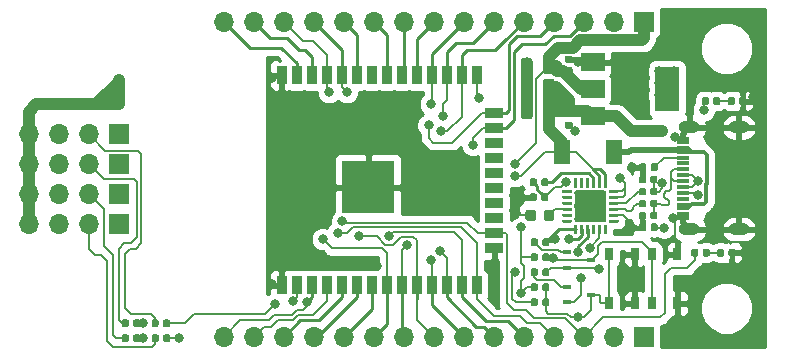
<source format=gbr>
G04 #@! TF.GenerationSoftware,KiCad,Pcbnew,(5.0.2)-1*
G04 #@! TF.CreationDate,2021-02-22T21:52:25+09:00*
G04 #@! TF.ProjectId,ESP32_LED,45535033-325f-44c4-9544-2e6b69636164,rev?*
G04 #@! TF.SameCoordinates,Original*
G04 #@! TF.FileFunction,Copper,L1,Top*
G04 #@! TF.FilePolarity,Positive*
%FSLAX46Y46*%
G04 Gerber Fmt 4.6, Leading zero omitted, Abs format (unit mm)*
G04 Created by KiCad (PCBNEW (5.0.2)-1) date 2021/02/22 21:52:25*
%MOMM*%
%LPD*%
G01*
G04 APERTURE LIST*
G04 #@! TA.AperFunction,SMDPad,CuDef*
%ADD10R,1.140000X0.300000*%
G04 #@! TD*
G04 #@! TA.AperFunction,ComponentPad*
%ADD11O,1.800000X1.000000*%
G04 #@! TD*
G04 #@! TA.AperFunction,SMDPad,CuDef*
%ADD12R,0.900000X1.500000*%
G04 #@! TD*
G04 #@! TA.AperFunction,SMDPad,CuDef*
%ADD13R,1.500000X0.900000*%
G04 #@! TD*
G04 #@! TA.AperFunction,SMDPad,CuDef*
%ADD14R,4.500000X4.500000*%
G04 #@! TD*
G04 #@! TA.AperFunction,SMDPad,CuDef*
%ADD15R,2.000000X3.800000*%
G04 #@! TD*
G04 #@! TA.AperFunction,SMDPad,CuDef*
%ADD16R,2.000000X1.500000*%
G04 #@! TD*
G04 #@! TA.AperFunction,SMDPad,CuDef*
%ADD17R,1.400000X2.000000*%
G04 #@! TD*
G04 #@! TA.AperFunction,SMDPad,CuDef*
%ADD18R,0.650000X1.050000*%
G04 #@! TD*
G04 #@! TA.AperFunction,SMDPad,CuDef*
%ADD19R,0.700000X0.450000*%
G04 #@! TD*
G04 #@! TA.AperFunction,ComponentPad*
%ADD20R,1.700000X1.700000*%
G04 #@! TD*
G04 #@! TA.AperFunction,ComponentPad*
%ADD21O,1.700000X1.700000*%
G04 #@! TD*
G04 #@! TA.AperFunction,Conductor*
%ADD22C,0.100000*%
G04 #@! TD*
G04 #@! TA.AperFunction,SMDPad,CuDef*
%ADD23C,0.875000*%
G04 #@! TD*
G04 #@! TA.AperFunction,SMDPad,CuDef*
%ADD24C,2.700000*%
G04 #@! TD*
G04 #@! TA.AperFunction,ViaPad*
%ADD25C,0.500000*%
G04 #@! TD*
G04 #@! TA.AperFunction,SMDPad,CuDef*
%ADD26C,0.250000*%
G04 #@! TD*
G04 #@! TA.AperFunction,SMDPad,CuDef*
%ADD27C,0.975000*%
G04 #@! TD*
G04 #@! TA.AperFunction,SMDPad,CuDef*
%ADD28C,0.590000*%
G04 #@! TD*
G04 #@! TA.AperFunction,ViaPad*
%ADD29C,0.800000*%
G04 #@! TD*
G04 #@! TA.AperFunction,Conductor*
%ADD30C,0.200000*%
G04 #@! TD*
G04 #@! TA.AperFunction,Conductor*
%ADD31C,0.500000*%
G04 #@! TD*
G04 #@! TA.AperFunction,Conductor*
%ADD32C,0.300000*%
G04 #@! TD*
G04 #@! TA.AperFunction,Conductor*
%ADD33C,1.000000*%
G04 #@! TD*
G04 #@! TA.AperFunction,Conductor*
%ADD34C,0.250000*%
G04 #@! TD*
G04 #@! TA.AperFunction,Conductor*
%ADD35C,0.550000*%
G04 #@! TD*
G04 #@! TA.AperFunction,Conductor*
%ADD36C,0.254000*%
G04 #@! TD*
G04 APERTURE END LIST*
D10*
G04 #@! TO.P,J1,A1*
G04 #@! TO.N,GND*
X177292000Y-88350000D03*
G04 #@! TO.P,J1,A5*
G04 #@! TO.N,Net-(J1-PadA5)*
X177292000Y-86250000D03*
G04 #@! TO.P,J1,B7*
G04 #@! TO.N,Net-(C1-Pad1)*
X177292000Y-85750000D03*
G04 #@! TO.P,J1,A6*
G04 #@! TO.N,Net-(C2-Pad1)*
X177292000Y-85250000D03*
G04 #@! TO.P,J1,A7*
G04 #@! TO.N,Net-(C1-Pad1)*
X177292000Y-84750000D03*
G04 #@! TO.P,J1,B6*
G04 #@! TO.N,Net-(C2-Pad1)*
X177292000Y-84250000D03*
G04 #@! TO.P,J1,A8*
G04 #@! TO.N,Net-(J1-PadA8)*
X177292000Y-83750000D03*
D11*
G04 #@! TO.P,J1,S1*
G04 #@! TO.N,GND*
X177857000Y-89320000D03*
D10*
G04 #@! TO.P,J1,B12*
X177292000Y-88050000D03*
G04 #@! TO.P,J1,B8*
G04 #@! TO.N,Net-(J1-PadB8)*
X177292000Y-86750000D03*
G04 #@! TO.P,J1,A4*
G04 #@! TO.N,Net-(D1-Pad2)*
X177292000Y-87550000D03*
G04 #@! TO.P,J1,B9*
X177292000Y-87250000D03*
G04 #@! TO.P,J1,B5*
G04 #@! TO.N,Net-(J1-PadB5)*
X177292000Y-83250000D03*
G04 #@! TO.P,J1,B4*
G04 #@! TO.N,Net-(D1-Pad2)*
X177292000Y-82750000D03*
G04 #@! TO.P,J1,A9*
X177292000Y-82450000D03*
G04 #@! TO.P,J1,B1*
G04 #@! TO.N,GND*
X177292000Y-81950000D03*
G04 #@! TO.P,J1,A12*
X177292000Y-81650000D03*
D11*
G04 #@! TO.P,J1,S1*
X182047000Y-89320000D03*
X177857000Y-80680000D03*
X182047000Y-80680000D03*
G04 #@! TD*
D12*
G04 #@! TO.P,U2,1*
G04 #@! TO.N,GND*
X143322000Y-94080000D03*
G04 #@! TO.P,U2,2*
G04 #@! TO.N,+3V3*
X144592000Y-94080000D03*
G04 #@! TO.P,U2,3*
G04 #@! TO.N,~RESET*
X145862000Y-94080000D03*
G04 #@! TO.P,U2,4*
G04 #@! TO.N,Net-(J2-Pad14)*
X147132000Y-94080000D03*
G04 #@! TO.P,U2,5*
G04 #@! TO.N,Net-(J2-Pad13)*
X148402000Y-94080000D03*
G04 #@! TO.P,U2,6*
G04 #@! TO.N,Net-(J2-Pad12)*
X149672000Y-94080000D03*
G04 #@! TO.P,U2,7*
G04 #@! TO.N,Net-(J2-Pad11)*
X150942000Y-94080000D03*
G04 #@! TO.P,U2,8*
G04 #@! TO.N,RST*
X152212000Y-94080000D03*
G04 #@! TO.P,U2,9*
G04 #@! TO.N,CS1*
X153482000Y-94080000D03*
G04 #@! TO.P,U2,10*
G04 #@! TO.N,D3*
X154752000Y-94080000D03*
G04 #@! TO.P,U2,11*
G04 #@! TO.N,D2*
X156022000Y-94080000D03*
G04 #@! TO.P,U2,12*
G04 #@! TO.N,D6*
X157292000Y-94080000D03*
G04 #@! TO.P,U2,13*
G04 #@! TO.N,D7*
X158562000Y-94080000D03*
G04 #@! TO.P,U2,14*
G04 #@! TO.N,D0*
X159832000Y-94080000D03*
D13*
G04 #@! TO.P,U2,15*
G04 #@! TO.N,GND*
X161332000Y-90890000D03*
G04 #@! TO.P,U2,16*
G04 #@! TO.N,D1*
X161332000Y-89620000D03*
G04 #@! TO.P,U2,17*
G04 #@! TO.N,Net-(U2-Pad17)*
X161332000Y-88350000D03*
G04 #@! TO.P,U2,18*
G04 #@! TO.N,Net-(U2-Pad18)*
X161332000Y-87080000D03*
G04 #@! TO.P,U2,19*
G04 #@! TO.N,Net-(U2-Pad19)*
X161332000Y-85810000D03*
G04 #@! TO.P,U2,20*
G04 #@! TO.N,Net-(U2-Pad20)*
X161332000Y-84540000D03*
G04 #@! TO.P,U2,21*
G04 #@! TO.N,Net-(U2-Pad21)*
X161332000Y-83270000D03*
G04 #@! TO.P,U2,22*
G04 #@! TO.N,Net-(U2-Pad22)*
X161332000Y-82000000D03*
G04 #@! TO.P,U2,23*
G04 #@! TO.N,DC*
X161332000Y-80730000D03*
G04 #@! TO.P,U2,24*
G04 #@! TO.N,WD*
X161332000Y-79460000D03*
D12*
G04 #@! TO.P,U2,25*
G04 #@! TO.N,IO0*
X159832000Y-76280000D03*
G04 #@! TO.P,U2,26*
G04 #@! TO.N,WR*
X158562000Y-76280000D03*
G04 #@! TO.P,U2,27*
G04 #@! TO.N,D5*
X157292000Y-76280000D03*
G04 #@! TO.P,U2,28*
G04 #@! TO.N,D4*
X156022000Y-76280000D03*
G04 #@! TO.P,U2,29*
G04 #@! TO.N,Net-(J3-Pad8)*
X154752000Y-76280000D03*
G04 #@! TO.P,U2,30*
G04 #@! TO.N,Net-(J3-Pad9)*
X153482000Y-76280000D03*
G04 #@! TO.P,U2,31*
G04 #@! TO.N,Net-(J3-Pad10)*
X152212000Y-76280000D03*
G04 #@! TO.P,U2,32*
G04 #@! TO.N,Net-(U2-Pad32)*
X150942000Y-76280000D03*
G04 #@! TO.P,U2,33*
G04 #@! TO.N,Net-(J3-Pad11)*
X149672000Y-76280000D03*
G04 #@! TO.P,U2,34*
G04 #@! TO.N,TXD*
X148402000Y-76280000D03*
G04 #@! TO.P,U2,35*
G04 #@! TO.N,RXD*
X147132000Y-76280000D03*
G04 #@! TO.P,U2,36*
G04 #@! TO.N,Net-(J3-Pad14)*
X145862000Y-76280000D03*
G04 #@! TO.P,U2,37*
G04 #@! TO.N,Net-(J3-Pad15)*
X144592000Y-76280000D03*
G04 #@! TO.P,U2,38*
G04 #@! TO.N,GND*
X143322000Y-76280000D03*
D14*
G04 #@! TO.P,U2,*
X150662000Y-85760000D03*
G04 #@! TD*
D15*
G04 #@! TO.P,U3,4*
G04 #@! TO.N,N/C*
X175972000Y-77470000D03*
D16*
G04 #@! TO.P,U3,2*
G04 #@! TO.N,+3V3*
X169672000Y-77470000D03*
G04 #@! TO.P,U3,3*
G04 #@! TO.N,VBUS*
X169672000Y-79770000D03*
G04 #@! TO.P,U3,1*
G04 #@! TO.N,GND*
X169672000Y-75170000D03*
G04 #@! TD*
D17*
G04 #@! TO.P,D1,1*
G04 #@! TO.N,VBUS*
X167050000Y-82804000D03*
G04 #@! TO.P,D1,2*
G04 #@! TO.N,Net-(D1-Pad2)*
X171450000Y-82804000D03*
G04 #@! TD*
D18*
G04 #@! TO.P,SW1,1*
G04 #@! TO.N,IO0*
X174693000Y-91440000D03*
G04 #@! TO.P,SW1,2*
G04 #@! TO.N,GND*
X176843000Y-91440000D03*
X176843000Y-95590000D03*
G04 #@! TO.P,SW1,1*
G04 #@! TO.N,IO0*
X174693000Y-95590000D03*
G04 #@! TD*
D19*
G04 #@! TO.P,Q1,1*
G04 #@! TO.N,Net-(Q1-Pad1)*
X167507075Y-94219000D03*
G04 #@! TO.P,Q1,2*
G04 #@! TO.N,RTS*
X167507075Y-95519000D03*
G04 #@! TO.P,Q1,3*
G04 #@! TO.N,~RESET*
X169507075Y-94869000D03*
G04 #@! TD*
D18*
G04 #@! TO.P,SW2,1*
G04 #@! TO.N,~RESET*
X171078000Y-95590000D03*
G04 #@! TO.P,SW2,2*
G04 #@! TO.N,GND*
X173228000Y-95590000D03*
X173228000Y-91440000D03*
G04 #@! TO.P,SW2,1*
G04 #@! TO.N,~RESET*
X171078000Y-91440000D03*
G04 #@! TD*
D20*
G04 #@! TO.P,J4,1*
G04 #@! TO.N,GND*
X129540000Y-81280000D03*
D21*
G04 #@! TO.P,J4,2*
G04 #@! TO.N,Net-(J4-Pad2)*
X127000000Y-81280000D03*
G04 #@! TO.P,J4,3*
G04 #@! TO.N,Net-(C8-Pad1)*
X124460000Y-81280000D03*
G04 #@! TO.P,J4,4*
G04 #@! TO.N,GND*
X121920000Y-81280000D03*
G04 #@! TD*
D20*
G04 #@! TO.P,J2,1*
G04 #@! TO.N,VBUS*
X173990000Y-98425000D03*
D21*
G04 #@! TO.P,J2,2*
G04 #@! TO.N,GND*
X171450000Y-98425000D03*
G04 #@! TO.P,J2,3*
G04 #@! TO.N,D1*
X168910000Y-98425000D03*
G04 #@! TO.P,J2,4*
G04 #@! TO.N,D0*
X166370000Y-98425000D03*
G04 #@! TO.P,J2,5*
G04 #@! TO.N,D7*
X163830000Y-98425000D03*
G04 #@! TO.P,J2,6*
G04 #@! TO.N,D6*
X161290000Y-98425000D03*
G04 #@! TO.P,J2,7*
G04 #@! TO.N,D2*
X158750000Y-98425000D03*
G04 #@! TO.P,J2,8*
G04 #@! TO.N,D3*
X156210000Y-98425000D03*
G04 #@! TO.P,J2,9*
G04 #@! TO.N,CS1*
X153670000Y-98425000D03*
G04 #@! TO.P,J2,10*
G04 #@! TO.N,RST*
X151130000Y-98425000D03*
G04 #@! TO.P,J2,11*
G04 #@! TO.N,Net-(J2-Pad11)*
X148590000Y-98425000D03*
G04 #@! TO.P,J2,12*
G04 #@! TO.N,Net-(J2-Pad12)*
X146050000Y-98425000D03*
G04 #@! TO.P,J2,13*
G04 #@! TO.N,Net-(J2-Pad13)*
X143510000Y-98425000D03*
G04 #@! TO.P,J2,14*
G04 #@! TO.N,Net-(J2-Pad14)*
X140970000Y-98425000D03*
G04 #@! TO.P,J2,15*
G04 #@! TO.N,~RESET*
X138430000Y-98425000D03*
G04 #@! TD*
D22*
G04 #@! TO.N,GND*
G04 #@! TO.C,C5*
G36*
X164654191Y-87664053D02*
X164675426Y-87667203D01*
X164696250Y-87672419D01*
X164716462Y-87679651D01*
X164735868Y-87688830D01*
X164754281Y-87699866D01*
X164771524Y-87712654D01*
X164787430Y-87727070D01*
X164801846Y-87742976D01*
X164814634Y-87760219D01*
X164825670Y-87778632D01*
X164834849Y-87798038D01*
X164842081Y-87818250D01*
X164847297Y-87839074D01*
X164850447Y-87860309D01*
X164851500Y-87881750D01*
X164851500Y-88394250D01*
X164850447Y-88415691D01*
X164847297Y-88436926D01*
X164842081Y-88457750D01*
X164834849Y-88477962D01*
X164825670Y-88497368D01*
X164814634Y-88515781D01*
X164801846Y-88533024D01*
X164787430Y-88548930D01*
X164771524Y-88563346D01*
X164754281Y-88576134D01*
X164735868Y-88587170D01*
X164716462Y-88596349D01*
X164696250Y-88603581D01*
X164675426Y-88608797D01*
X164654191Y-88611947D01*
X164632750Y-88613000D01*
X164195250Y-88613000D01*
X164173809Y-88611947D01*
X164152574Y-88608797D01*
X164131750Y-88603581D01*
X164111538Y-88596349D01*
X164092132Y-88587170D01*
X164073719Y-88576134D01*
X164056476Y-88563346D01*
X164040570Y-88548930D01*
X164026154Y-88533024D01*
X164013366Y-88515781D01*
X164002330Y-88497368D01*
X163993151Y-88477962D01*
X163985919Y-88457750D01*
X163980703Y-88436926D01*
X163977553Y-88415691D01*
X163976500Y-88394250D01*
X163976500Y-87881750D01*
X163977553Y-87860309D01*
X163980703Y-87839074D01*
X163985919Y-87818250D01*
X163993151Y-87798038D01*
X164002330Y-87778632D01*
X164013366Y-87760219D01*
X164026154Y-87742976D01*
X164040570Y-87727070D01*
X164056476Y-87712654D01*
X164073719Y-87699866D01*
X164092132Y-87688830D01*
X164111538Y-87679651D01*
X164131750Y-87672419D01*
X164152574Y-87667203D01*
X164173809Y-87664053D01*
X164195250Y-87663000D01*
X164632750Y-87663000D01*
X164654191Y-87664053D01*
X164654191Y-87664053D01*
G37*
D23*
G04 #@! TD*
G04 #@! TO.P,C5,2*
G04 #@! TO.N,GND*
X164414000Y-88138000D03*
D22*
G04 #@! TO.N,Net-(C5-Pad1)*
G04 #@! TO.C,C5*
G36*
X166229191Y-87664053D02*
X166250426Y-87667203D01*
X166271250Y-87672419D01*
X166291462Y-87679651D01*
X166310868Y-87688830D01*
X166329281Y-87699866D01*
X166346524Y-87712654D01*
X166362430Y-87727070D01*
X166376846Y-87742976D01*
X166389634Y-87760219D01*
X166400670Y-87778632D01*
X166409849Y-87798038D01*
X166417081Y-87818250D01*
X166422297Y-87839074D01*
X166425447Y-87860309D01*
X166426500Y-87881750D01*
X166426500Y-88394250D01*
X166425447Y-88415691D01*
X166422297Y-88436926D01*
X166417081Y-88457750D01*
X166409849Y-88477962D01*
X166400670Y-88497368D01*
X166389634Y-88515781D01*
X166376846Y-88533024D01*
X166362430Y-88548930D01*
X166346524Y-88563346D01*
X166329281Y-88576134D01*
X166310868Y-88587170D01*
X166291462Y-88596349D01*
X166271250Y-88603581D01*
X166250426Y-88608797D01*
X166229191Y-88611947D01*
X166207750Y-88613000D01*
X165770250Y-88613000D01*
X165748809Y-88611947D01*
X165727574Y-88608797D01*
X165706750Y-88603581D01*
X165686538Y-88596349D01*
X165667132Y-88587170D01*
X165648719Y-88576134D01*
X165631476Y-88563346D01*
X165615570Y-88548930D01*
X165601154Y-88533024D01*
X165588366Y-88515781D01*
X165577330Y-88497368D01*
X165568151Y-88477962D01*
X165560919Y-88457750D01*
X165555703Y-88436926D01*
X165552553Y-88415691D01*
X165551500Y-88394250D01*
X165551500Y-87881750D01*
X165552553Y-87860309D01*
X165555703Y-87839074D01*
X165560919Y-87818250D01*
X165568151Y-87798038D01*
X165577330Y-87778632D01*
X165588366Y-87760219D01*
X165601154Y-87742976D01*
X165615570Y-87727070D01*
X165631476Y-87712654D01*
X165648719Y-87699866D01*
X165667132Y-87688830D01*
X165686538Y-87679651D01*
X165706750Y-87672419D01*
X165727574Y-87667203D01*
X165748809Y-87664053D01*
X165770250Y-87663000D01*
X166207750Y-87663000D01*
X166229191Y-87664053D01*
X166229191Y-87664053D01*
G37*
D23*
G04 #@! TD*
G04 #@! TO.P,C5,1*
G04 #@! TO.N,Net-(C5-Pad1)*
X165989000Y-88138000D03*
D21*
G04 #@! TO.P,J3,15*
G04 #@! TO.N,Net-(J3-Pad15)*
X138430000Y-71755000D03*
G04 #@! TO.P,J3,14*
G04 #@! TO.N,Net-(J3-Pad14)*
X140970000Y-71755000D03*
G04 #@! TO.P,J3,13*
G04 #@! TO.N,RXD*
X143510000Y-71755000D03*
G04 #@! TO.P,J3,12*
G04 #@! TO.N,TXD*
X146050000Y-71755000D03*
G04 #@! TO.P,J3,11*
G04 #@! TO.N,Net-(J3-Pad11)*
X148590000Y-71755000D03*
G04 #@! TO.P,J3,10*
G04 #@! TO.N,Net-(J3-Pad10)*
X151130000Y-71755000D03*
G04 #@! TO.P,J3,9*
G04 #@! TO.N,Net-(J3-Pad9)*
X153670000Y-71755000D03*
G04 #@! TO.P,J3,8*
G04 #@! TO.N,Net-(J3-Pad8)*
X156210000Y-71755000D03*
G04 #@! TO.P,J3,7*
G04 #@! TO.N,D4*
X158750000Y-71755000D03*
G04 #@! TO.P,J3,6*
G04 #@! TO.N,D5*
X161290000Y-71755000D03*
G04 #@! TO.P,J3,5*
G04 #@! TO.N,WR*
X163830000Y-71755000D03*
G04 #@! TO.P,J3,4*
G04 #@! TO.N,WD*
X166370000Y-71755000D03*
G04 #@! TO.P,J3,3*
G04 #@! TO.N,DC*
X168910000Y-71755000D03*
G04 #@! TO.P,J3,2*
G04 #@! TO.N,GND*
X171450000Y-71755000D03*
D20*
G04 #@! TO.P,J3,1*
G04 #@! TO.N,+3V3*
X173990000Y-71755000D03*
G04 #@! TD*
D22*
G04 #@! TO.N,GND*
G04 #@! TO.C,U1*
G36*
X170602512Y-86027209D02*
X170626887Y-86030825D01*
X170650790Y-86036812D01*
X170673992Y-86045114D01*
X170696268Y-86055650D01*
X170717404Y-86068318D01*
X170737196Y-86082997D01*
X170755455Y-86099545D01*
X170772003Y-86117804D01*
X170786682Y-86137596D01*
X170799350Y-86158732D01*
X170809886Y-86181008D01*
X170818188Y-86204210D01*
X170824175Y-86228113D01*
X170827791Y-86252488D01*
X170829000Y-86277100D01*
X170829000Y-88474900D01*
X170827791Y-88499512D01*
X170824175Y-88523887D01*
X170818188Y-88547790D01*
X170809886Y-88570992D01*
X170799350Y-88593268D01*
X170786682Y-88614404D01*
X170772003Y-88634196D01*
X170755455Y-88652455D01*
X170737196Y-88669003D01*
X170717404Y-88683682D01*
X170696268Y-88696350D01*
X170673992Y-88706886D01*
X170650790Y-88715188D01*
X170626887Y-88721175D01*
X170602512Y-88724791D01*
X170577900Y-88726000D01*
X168380100Y-88726000D01*
X168355488Y-88724791D01*
X168331113Y-88721175D01*
X168307210Y-88715188D01*
X168284008Y-88706886D01*
X168261732Y-88696350D01*
X168240596Y-88683682D01*
X168220804Y-88669003D01*
X168202545Y-88652455D01*
X168185997Y-88634196D01*
X168171318Y-88614404D01*
X168158650Y-88593268D01*
X168148114Y-88570992D01*
X168139812Y-88547790D01*
X168133825Y-88523887D01*
X168130209Y-88499512D01*
X168129000Y-88474900D01*
X168129000Y-86277100D01*
X168130209Y-86252488D01*
X168133825Y-86228113D01*
X168139812Y-86204210D01*
X168148114Y-86181008D01*
X168158650Y-86158732D01*
X168171318Y-86137596D01*
X168185997Y-86117804D01*
X168202545Y-86099545D01*
X168220804Y-86082997D01*
X168240596Y-86068318D01*
X168261732Y-86055650D01*
X168284008Y-86045114D01*
X168307210Y-86036812D01*
X168331113Y-86030825D01*
X168355488Y-86027209D01*
X168380100Y-86026000D01*
X170577900Y-86026000D01*
X170602512Y-86027209D01*
X170602512Y-86027209D01*
G37*
D24*
G04 #@! TD*
G04 #@! TO.P,U1,25*
G04 #@! TO.N,GND*
X169479000Y-87376000D03*
D25*
G04 #@! TO.N,GND*
G04 #@! TO.C,U1*
X170579000Y-88476000D03*
X169479000Y-88476000D03*
G04 #@! TO.N,N/C*
X168379000Y-88476000D03*
G04 #@! TO.N,GND*
X170579000Y-87376000D03*
G04 #@! TO.N,N/C*
X169479000Y-87376000D03*
X168379000Y-87376000D03*
G04 #@! TO.N,GND*
X170579000Y-86276000D03*
G04 #@! TO.N,N/C*
X169479000Y-86276000D03*
G04 #@! TO.N,GND*
X168379000Y-86276000D03*
D22*
G04 #@! TO.N,Net-(U1-Pad1)*
G36*
X171797626Y-88501301D02*
X171803693Y-88502201D01*
X171809643Y-88503691D01*
X171815418Y-88505758D01*
X171820962Y-88508380D01*
X171826223Y-88511533D01*
X171831150Y-88515187D01*
X171835694Y-88519306D01*
X171839813Y-88523850D01*
X171843467Y-88528777D01*
X171846620Y-88534038D01*
X171849242Y-88539582D01*
X171851309Y-88545357D01*
X171852799Y-88551307D01*
X171853699Y-88557374D01*
X171854000Y-88563500D01*
X171854000Y-88688500D01*
X171853699Y-88694626D01*
X171852799Y-88700693D01*
X171851309Y-88706643D01*
X171849242Y-88712418D01*
X171846620Y-88717962D01*
X171843467Y-88723223D01*
X171839813Y-88728150D01*
X171835694Y-88732694D01*
X171831150Y-88736813D01*
X171826223Y-88740467D01*
X171820962Y-88743620D01*
X171815418Y-88746242D01*
X171809643Y-88748309D01*
X171803693Y-88749799D01*
X171797626Y-88750699D01*
X171791500Y-88751000D01*
X171091500Y-88751000D01*
X171085374Y-88750699D01*
X171079307Y-88749799D01*
X171073357Y-88748309D01*
X171067582Y-88746242D01*
X171062038Y-88743620D01*
X171056777Y-88740467D01*
X171051850Y-88736813D01*
X171047306Y-88732694D01*
X171043187Y-88728150D01*
X171039533Y-88723223D01*
X171036380Y-88717962D01*
X171033758Y-88712418D01*
X171031691Y-88706643D01*
X171030201Y-88700693D01*
X171029301Y-88694626D01*
X171029000Y-88688500D01*
X171029000Y-88563500D01*
X171029301Y-88557374D01*
X171030201Y-88551307D01*
X171031691Y-88545357D01*
X171033758Y-88539582D01*
X171036380Y-88534038D01*
X171039533Y-88528777D01*
X171043187Y-88523850D01*
X171047306Y-88519306D01*
X171051850Y-88515187D01*
X171056777Y-88511533D01*
X171062038Y-88508380D01*
X171067582Y-88505758D01*
X171073357Y-88503691D01*
X171079307Y-88502201D01*
X171085374Y-88501301D01*
X171091500Y-88501000D01*
X171791500Y-88501000D01*
X171797626Y-88501301D01*
X171797626Y-88501301D01*
G37*
D26*
G04 #@! TD*
G04 #@! TO.P,U1,1*
G04 #@! TO.N,Net-(U1-Pad1)*
X171441500Y-88626000D03*
D22*
G04 #@! TO.N,GND*
G04 #@! TO.C,U1*
G36*
X171797626Y-88001301D02*
X171803693Y-88002201D01*
X171809643Y-88003691D01*
X171815418Y-88005758D01*
X171820962Y-88008380D01*
X171826223Y-88011533D01*
X171831150Y-88015187D01*
X171835694Y-88019306D01*
X171839813Y-88023850D01*
X171843467Y-88028777D01*
X171846620Y-88034038D01*
X171849242Y-88039582D01*
X171851309Y-88045357D01*
X171852799Y-88051307D01*
X171853699Y-88057374D01*
X171854000Y-88063500D01*
X171854000Y-88188500D01*
X171853699Y-88194626D01*
X171852799Y-88200693D01*
X171851309Y-88206643D01*
X171849242Y-88212418D01*
X171846620Y-88217962D01*
X171843467Y-88223223D01*
X171839813Y-88228150D01*
X171835694Y-88232694D01*
X171831150Y-88236813D01*
X171826223Y-88240467D01*
X171820962Y-88243620D01*
X171815418Y-88246242D01*
X171809643Y-88248309D01*
X171803693Y-88249799D01*
X171797626Y-88250699D01*
X171791500Y-88251000D01*
X171091500Y-88251000D01*
X171085374Y-88250699D01*
X171079307Y-88249799D01*
X171073357Y-88248309D01*
X171067582Y-88246242D01*
X171062038Y-88243620D01*
X171056777Y-88240467D01*
X171051850Y-88236813D01*
X171047306Y-88232694D01*
X171043187Y-88228150D01*
X171039533Y-88223223D01*
X171036380Y-88217962D01*
X171033758Y-88212418D01*
X171031691Y-88206643D01*
X171030201Y-88200693D01*
X171029301Y-88194626D01*
X171029000Y-88188500D01*
X171029000Y-88063500D01*
X171029301Y-88057374D01*
X171030201Y-88051307D01*
X171031691Y-88045357D01*
X171033758Y-88039582D01*
X171036380Y-88034038D01*
X171039533Y-88028777D01*
X171043187Y-88023850D01*
X171047306Y-88019306D01*
X171051850Y-88015187D01*
X171056777Y-88011533D01*
X171062038Y-88008380D01*
X171067582Y-88005758D01*
X171073357Y-88003691D01*
X171079307Y-88002201D01*
X171085374Y-88001301D01*
X171091500Y-88001000D01*
X171791500Y-88001000D01*
X171797626Y-88001301D01*
X171797626Y-88001301D01*
G37*
D26*
G04 #@! TD*
G04 #@! TO.P,U1,2*
G04 #@! TO.N,GND*
X171441500Y-88126000D03*
D22*
G04 #@! TO.N,Net-(R6-Pad1)*
G04 #@! TO.C,U1*
G36*
X171797626Y-87501301D02*
X171803693Y-87502201D01*
X171809643Y-87503691D01*
X171815418Y-87505758D01*
X171820962Y-87508380D01*
X171826223Y-87511533D01*
X171831150Y-87515187D01*
X171835694Y-87519306D01*
X171839813Y-87523850D01*
X171843467Y-87528777D01*
X171846620Y-87534038D01*
X171849242Y-87539582D01*
X171851309Y-87545357D01*
X171852799Y-87551307D01*
X171853699Y-87557374D01*
X171854000Y-87563500D01*
X171854000Y-87688500D01*
X171853699Y-87694626D01*
X171852799Y-87700693D01*
X171851309Y-87706643D01*
X171849242Y-87712418D01*
X171846620Y-87717962D01*
X171843467Y-87723223D01*
X171839813Y-87728150D01*
X171835694Y-87732694D01*
X171831150Y-87736813D01*
X171826223Y-87740467D01*
X171820962Y-87743620D01*
X171815418Y-87746242D01*
X171809643Y-87748309D01*
X171803693Y-87749799D01*
X171797626Y-87750699D01*
X171791500Y-87751000D01*
X171091500Y-87751000D01*
X171085374Y-87750699D01*
X171079307Y-87749799D01*
X171073357Y-87748309D01*
X171067582Y-87746242D01*
X171062038Y-87743620D01*
X171056777Y-87740467D01*
X171051850Y-87736813D01*
X171047306Y-87732694D01*
X171043187Y-87728150D01*
X171039533Y-87723223D01*
X171036380Y-87717962D01*
X171033758Y-87712418D01*
X171031691Y-87706643D01*
X171030201Y-87700693D01*
X171029301Y-87694626D01*
X171029000Y-87688500D01*
X171029000Y-87563500D01*
X171029301Y-87557374D01*
X171030201Y-87551307D01*
X171031691Y-87545357D01*
X171033758Y-87539582D01*
X171036380Y-87534038D01*
X171039533Y-87528777D01*
X171043187Y-87523850D01*
X171047306Y-87519306D01*
X171051850Y-87515187D01*
X171056777Y-87511533D01*
X171062038Y-87508380D01*
X171067582Y-87505758D01*
X171073357Y-87503691D01*
X171079307Y-87502201D01*
X171085374Y-87501301D01*
X171091500Y-87501000D01*
X171791500Y-87501000D01*
X171797626Y-87501301D01*
X171797626Y-87501301D01*
G37*
D26*
G04 #@! TD*
G04 #@! TO.P,U1,3*
G04 #@! TO.N,Net-(R6-Pad1)*
X171441500Y-87626000D03*
D22*
G04 #@! TO.N,Net-(R5-Pad1)*
G04 #@! TO.C,U1*
G36*
X171797626Y-87001301D02*
X171803693Y-87002201D01*
X171809643Y-87003691D01*
X171815418Y-87005758D01*
X171820962Y-87008380D01*
X171826223Y-87011533D01*
X171831150Y-87015187D01*
X171835694Y-87019306D01*
X171839813Y-87023850D01*
X171843467Y-87028777D01*
X171846620Y-87034038D01*
X171849242Y-87039582D01*
X171851309Y-87045357D01*
X171852799Y-87051307D01*
X171853699Y-87057374D01*
X171854000Y-87063500D01*
X171854000Y-87188500D01*
X171853699Y-87194626D01*
X171852799Y-87200693D01*
X171851309Y-87206643D01*
X171849242Y-87212418D01*
X171846620Y-87217962D01*
X171843467Y-87223223D01*
X171839813Y-87228150D01*
X171835694Y-87232694D01*
X171831150Y-87236813D01*
X171826223Y-87240467D01*
X171820962Y-87243620D01*
X171815418Y-87246242D01*
X171809643Y-87248309D01*
X171803693Y-87249799D01*
X171797626Y-87250699D01*
X171791500Y-87251000D01*
X171091500Y-87251000D01*
X171085374Y-87250699D01*
X171079307Y-87249799D01*
X171073357Y-87248309D01*
X171067582Y-87246242D01*
X171062038Y-87243620D01*
X171056777Y-87240467D01*
X171051850Y-87236813D01*
X171047306Y-87232694D01*
X171043187Y-87228150D01*
X171039533Y-87223223D01*
X171036380Y-87217962D01*
X171033758Y-87212418D01*
X171031691Y-87206643D01*
X171030201Y-87200693D01*
X171029301Y-87194626D01*
X171029000Y-87188500D01*
X171029000Y-87063500D01*
X171029301Y-87057374D01*
X171030201Y-87051307D01*
X171031691Y-87045357D01*
X171033758Y-87039582D01*
X171036380Y-87034038D01*
X171039533Y-87028777D01*
X171043187Y-87023850D01*
X171047306Y-87019306D01*
X171051850Y-87015187D01*
X171056777Y-87011533D01*
X171062038Y-87008380D01*
X171067582Y-87005758D01*
X171073357Y-87003691D01*
X171079307Y-87002201D01*
X171085374Y-87001301D01*
X171091500Y-87001000D01*
X171791500Y-87001000D01*
X171797626Y-87001301D01*
X171797626Y-87001301D01*
G37*
D26*
G04 #@! TD*
G04 #@! TO.P,U1,4*
G04 #@! TO.N,Net-(R5-Pad1)*
X171441500Y-87126000D03*
D22*
G04 #@! TO.N,Net-(C4-Pad1)*
G04 #@! TO.C,U1*
G36*
X171797626Y-86501301D02*
X171803693Y-86502201D01*
X171809643Y-86503691D01*
X171815418Y-86505758D01*
X171820962Y-86508380D01*
X171826223Y-86511533D01*
X171831150Y-86515187D01*
X171835694Y-86519306D01*
X171839813Y-86523850D01*
X171843467Y-86528777D01*
X171846620Y-86534038D01*
X171849242Y-86539582D01*
X171851309Y-86545357D01*
X171852799Y-86551307D01*
X171853699Y-86557374D01*
X171854000Y-86563500D01*
X171854000Y-86688500D01*
X171853699Y-86694626D01*
X171852799Y-86700693D01*
X171851309Y-86706643D01*
X171849242Y-86712418D01*
X171846620Y-86717962D01*
X171843467Y-86723223D01*
X171839813Y-86728150D01*
X171835694Y-86732694D01*
X171831150Y-86736813D01*
X171826223Y-86740467D01*
X171820962Y-86743620D01*
X171815418Y-86746242D01*
X171809643Y-86748309D01*
X171803693Y-86749799D01*
X171797626Y-86750699D01*
X171791500Y-86751000D01*
X171091500Y-86751000D01*
X171085374Y-86750699D01*
X171079307Y-86749799D01*
X171073357Y-86748309D01*
X171067582Y-86746242D01*
X171062038Y-86743620D01*
X171056777Y-86740467D01*
X171051850Y-86736813D01*
X171047306Y-86732694D01*
X171043187Y-86728150D01*
X171039533Y-86723223D01*
X171036380Y-86717962D01*
X171033758Y-86712418D01*
X171031691Y-86706643D01*
X171030201Y-86700693D01*
X171029301Y-86694626D01*
X171029000Y-86688500D01*
X171029000Y-86563500D01*
X171029301Y-86557374D01*
X171030201Y-86551307D01*
X171031691Y-86545357D01*
X171033758Y-86539582D01*
X171036380Y-86534038D01*
X171039533Y-86528777D01*
X171043187Y-86523850D01*
X171047306Y-86519306D01*
X171051850Y-86515187D01*
X171056777Y-86511533D01*
X171062038Y-86508380D01*
X171067582Y-86505758D01*
X171073357Y-86503691D01*
X171079307Y-86502201D01*
X171085374Y-86501301D01*
X171091500Y-86501000D01*
X171791500Y-86501000D01*
X171797626Y-86501301D01*
X171797626Y-86501301D01*
G37*
D26*
G04 #@! TD*
G04 #@! TO.P,U1,5*
G04 #@! TO.N,Net-(C4-Pad1)*
X171441500Y-86626000D03*
D22*
G04 #@! TO.N,Net-(C4-Pad1)*
G04 #@! TO.C,U1*
G36*
X171797626Y-86001301D02*
X171803693Y-86002201D01*
X171809643Y-86003691D01*
X171815418Y-86005758D01*
X171820962Y-86008380D01*
X171826223Y-86011533D01*
X171831150Y-86015187D01*
X171835694Y-86019306D01*
X171839813Y-86023850D01*
X171843467Y-86028777D01*
X171846620Y-86034038D01*
X171849242Y-86039582D01*
X171851309Y-86045357D01*
X171852799Y-86051307D01*
X171853699Y-86057374D01*
X171854000Y-86063500D01*
X171854000Y-86188500D01*
X171853699Y-86194626D01*
X171852799Y-86200693D01*
X171851309Y-86206643D01*
X171849242Y-86212418D01*
X171846620Y-86217962D01*
X171843467Y-86223223D01*
X171839813Y-86228150D01*
X171835694Y-86232694D01*
X171831150Y-86236813D01*
X171826223Y-86240467D01*
X171820962Y-86243620D01*
X171815418Y-86246242D01*
X171809643Y-86248309D01*
X171803693Y-86249799D01*
X171797626Y-86250699D01*
X171791500Y-86251000D01*
X171091500Y-86251000D01*
X171085374Y-86250699D01*
X171079307Y-86249799D01*
X171073357Y-86248309D01*
X171067582Y-86246242D01*
X171062038Y-86243620D01*
X171056777Y-86240467D01*
X171051850Y-86236813D01*
X171047306Y-86232694D01*
X171043187Y-86228150D01*
X171039533Y-86223223D01*
X171036380Y-86217962D01*
X171033758Y-86212418D01*
X171031691Y-86206643D01*
X171030201Y-86200693D01*
X171029301Y-86194626D01*
X171029000Y-86188500D01*
X171029000Y-86063500D01*
X171029301Y-86057374D01*
X171030201Y-86051307D01*
X171031691Y-86045357D01*
X171033758Y-86039582D01*
X171036380Y-86034038D01*
X171039533Y-86028777D01*
X171043187Y-86023850D01*
X171047306Y-86019306D01*
X171051850Y-86015187D01*
X171056777Y-86011533D01*
X171062038Y-86008380D01*
X171067582Y-86005758D01*
X171073357Y-86003691D01*
X171079307Y-86002201D01*
X171085374Y-86001301D01*
X171091500Y-86001000D01*
X171791500Y-86001000D01*
X171797626Y-86001301D01*
X171797626Y-86001301D01*
G37*
D26*
G04 #@! TD*
G04 #@! TO.P,U1,6*
G04 #@! TO.N,Net-(C4-Pad1)*
X171441500Y-86126000D03*
D22*
G04 #@! TO.N,VBUS*
G04 #@! TO.C,U1*
G36*
X170797626Y-85001301D02*
X170803693Y-85002201D01*
X170809643Y-85003691D01*
X170815418Y-85005758D01*
X170820962Y-85008380D01*
X170826223Y-85011533D01*
X170831150Y-85015187D01*
X170835694Y-85019306D01*
X170839813Y-85023850D01*
X170843467Y-85028777D01*
X170846620Y-85034038D01*
X170849242Y-85039582D01*
X170851309Y-85045357D01*
X170852799Y-85051307D01*
X170853699Y-85057374D01*
X170854000Y-85063500D01*
X170854000Y-85763500D01*
X170853699Y-85769626D01*
X170852799Y-85775693D01*
X170851309Y-85781643D01*
X170849242Y-85787418D01*
X170846620Y-85792962D01*
X170843467Y-85798223D01*
X170839813Y-85803150D01*
X170835694Y-85807694D01*
X170831150Y-85811813D01*
X170826223Y-85815467D01*
X170820962Y-85818620D01*
X170815418Y-85821242D01*
X170809643Y-85823309D01*
X170803693Y-85824799D01*
X170797626Y-85825699D01*
X170791500Y-85826000D01*
X170666500Y-85826000D01*
X170660374Y-85825699D01*
X170654307Y-85824799D01*
X170648357Y-85823309D01*
X170642582Y-85821242D01*
X170637038Y-85818620D01*
X170631777Y-85815467D01*
X170626850Y-85811813D01*
X170622306Y-85807694D01*
X170618187Y-85803150D01*
X170614533Y-85798223D01*
X170611380Y-85792962D01*
X170608758Y-85787418D01*
X170606691Y-85781643D01*
X170605201Y-85775693D01*
X170604301Y-85769626D01*
X170604000Y-85763500D01*
X170604000Y-85063500D01*
X170604301Y-85057374D01*
X170605201Y-85051307D01*
X170606691Y-85045357D01*
X170608758Y-85039582D01*
X170611380Y-85034038D01*
X170614533Y-85028777D01*
X170618187Y-85023850D01*
X170622306Y-85019306D01*
X170626850Y-85015187D01*
X170631777Y-85011533D01*
X170637038Y-85008380D01*
X170642582Y-85005758D01*
X170648357Y-85003691D01*
X170654307Y-85002201D01*
X170660374Y-85001301D01*
X170666500Y-85001000D01*
X170791500Y-85001000D01*
X170797626Y-85001301D01*
X170797626Y-85001301D01*
G37*
D26*
G04 #@! TD*
G04 #@! TO.P,U1,7*
G04 #@! TO.N,VBUS*
X170729000Y-85413500D03*
D22*
G04 #@! TO.N,VBUS*
G04 #@! TO.C,U1*
G36*
X170297626Y-85001301D02*
X170303693Y-85002201D01*
X170309643Y-85003691D01*
X170315418Y-85005758D01*
X170320962Y-85008380D01*
X170326223Y-85011533D01*
X170331150Y-85015187D01*
X170335694Y-85019306D01*
X170339813Y-85023850D01*
X170343467Y-85028777D01*
X170346620Y-85034038D01*
X170349242Y-85039582D01*
X170351309Y-85045357D01*
X170352799Y-85051307D01*
X170353699Y-85057374D01*
X170354000Y-85063500D01*
X170354000Y-85763500D01*
X170353699Y-85769626D01*
X170352799Y-85775693D01*
X170351309Y-85781643D01*
X170349242Y-85787418D01*
X170346620Y-85792962D01*
X170343467Y-85798223D01*
X170339813Y-85803150D01*
X170335694Y-85807694D01*
X170331150Y-85811813D01*
X170326223Y-85815467D01*
X170320962Y-85818620D01*
X170315418Y-85821242D01*
X170309643Y-85823309D01*
X170303693Y-85824799D01*
X170297626Y-85825699D01*
X170291500Y-85826000D01*
X170166500Y-85826000D01*
X170160374Y-85825699D01*
X170154307Y-85824799D01*
X170148357Y-85823309D01*
X170142582Y-85821242D01*
X170137038Y-85818620D01*
X170131777Y-85815467D01*
X170126850Y-85811813D01*
X170122306Y-85807694D01*
X170118187Y-85803150D01*
X170114533Y-85798223D01*
X170111380Y-85792962D01*
X170108758Y-85787418D01*
X170106691Y-85781643D01*
X170105201Y-85775693D01*
X170104301Y-85769626D01*
X170104000Y-85763500D01*
X170104000Y-85063500D01*
X170104301Y-85057374D01*
X170105201Y-85051307D01*
X170106691Y-85045357D01*
X170108758Y-85039582D01*
X170111380Y-85034038D01*
X170114533Y-85028777D01*
X170118187Y-85023850D01*
X170122306Y-85019306D01*
X170126850Y-85015187D01*
X170131777Y-85011533D01*
X170137038Y-85008380D01*
X170142582Y-85005758D01*
X170148357Y-85003691D01*
X170154307Y-85002201D01*
X170160374Y-85001301D01*
X170166500Y-85001000D01*
X170291500Y-85001000D01*
X170297626Y-85001301D01*
X170297626Y-85001301D01*
G37*
D26*
G04 #@! TD*
G04 #@! TO.P,U1,8*
G04 #@! TO.N,VBUS*
X170229000Y-85413500D03*
D22*
G04 #@! TO.N,Net-(R7-Pad1)*
G04 #@! TO.C,U1*
G36*
X169797626Y-85001301D02*
X169803693Y-85002201D01*
X169809643Y-85003691D01*
X169815418Y-85005758D01*
X169820962Y-85008380D01*
X169826223Y-85011533D01*
X169831150Y-85015187D01*
X169835694Y-85019306D01*
X169839813Y-85023850D01*
X169843467Y-85028777D01*
X169846620Y-85034038D01*
X169849242Y-85039582D01*
X169851309Y-85045357D01*
X169852799Y-85051307D01*
X169853699Y-85057374D01*
X169854000Y-85063500D01*
X169854000Y-85763500D01*
X169853699Y-85769626D01*
X169852799Y-85775693D01*
X169851309Y-85781643D01*
X169849242Y-85787418D01*
X169846620Y-85792962D01*
X169843467Y-85798223D01*
X169839813Y-85803150D01*
X169835694Y-85807694D01*
X169831150Y-85811813D01*
X169826223Y-85815467D01*
X169820962Y-85818620D01*
X169815418Y-85821242D01*
X169809643Y-85823309D01*
X169803693Y-85824799D01*
X169797626Y-85825699D01*
X169791500Y-85826000D01*
X169666500Y-85826000D01*
X169660374Y-85825699D01*
X169654307Y-85824799D01*
X169648357Y-85823309D01*
X169642582Y-85821242D01*
X169637038Y-85818620D01*
X169631777Y-85815467D01*
X169626850Y-85811813D01*
X169622306Y-85807694D01*
X169618187Y-85803150D01*
X169614533Y-85798223D01*
X169611380Y-85792962D01*
X169608758Y-85787418D01*
X169606691Y-85781643D01*
X169605201Y-85775693D01*
X169604301Y-85769626D01*
X169604000Y-85763500D01*
X169604000Y-85063500D01*
X169604301Y-85057374D01*
X169605201Y-85051307D01*
X169606691Y-85045357D01*
X169608758Y-85039582D01*
X169611380Y-85034038D01*
X169614533Y-85028777D01*
X169618187Y-85023850D01*
X169622306Y-85019306D01*
X169626850Y-85015187D01*
X169631777Y-85011533D01*
X169637038Y-85008380D01*
X169642582Y-85005758D01*
X169648357Y-85003691D01*
X169654307Y-85002201D01*
X169660374Y-85001301D01*
X169666500Y-85001000D01*
X169791500Y-85001000D01*
X169797626Y-85001301D01*
X169797626Y-85001301D01*
G37*
D26*
G04 #@! TD*
G04 #@! TO.P,U1,9*
G04 #@! TO.N,Net-(R7-Pad1)*
X169729000Y-85413500D03*
D22*
G04 #@! TO.N,Net-(U1-Pad10)*
G04 #@! TO.C,U1*
G36*
X169297626Y-85001301D02*
X169303693Y-85002201D01*
X169309643Y-85003691D01*
X169315418Y-85005758D01*
X169320962Y-85008380D01*
X169326223Y-85011533D01*
X169331150Y-85015187D01*
X169335694Y-85019306D01*
X169339813Y-85023850D01*
X169343467Y-85028777D01*
X169346620Y-85034038D01*
X169349242Y-85039582D01*
X169351309Y-85045357D01*
X169352799Y-85051307D01*
X169353699Y-85057374D01*
X169354000Y-85063500D01*
X169354000Y-85763500D01*
X169353699Y-85769626D01*
X169352799Y-85775693D01*
X169351309Y-85781643D01*
X169349242Y-85787418D01*
X169346620Y-85792962D01*
X169343467Y-85798223D01*
X169339813Y-85803150D01*
X169335694Y-85807694D01*
X169331150Y-85811813D01*
X169326223Y-85815467D01*
X169320962Y-85818620D01*
X169315418Y-85821242D01*
X169309643Y-85823309D01*
X169303693Y-85824799D01*
X169297626Y-85825699D01*
X169291500Y-85826000D01*
X169166500Y-85826000D01*
X169160374Y-85825699D01*
X169154307Y-85824799D01*
X169148357Y-85823309D01*
X169142582Y-85821242D01*
X169137038Y-85818620D01*
X169131777Y-85815467D01*
X169126850Y-85811813D01*
X169122306Y-85807694D01*
X169118187Y-85803150D01*
X169114533Y-85798223D01*
X169111380Y-85792962D01*
X169108758Y-85787418D01*
X169106691Y-85781643D01*
X169105201Y-85775693D01*
X169104301Y-85769626D01*
X169104000Y-85763500D01*
X169104000Y-85063500D01*
X169104301Y-85057374D01*
X169105201Y-85051307D01*
X169106691Y-85045357D01*
X169108758Y-85039582D01*
X169111380Y-85034038D01*
X169114533Y-85028777D01*
X169118187Y-85023850D01*
X169122306Y-85019306D01*
X169126850Y-85015187D01*
X169131777Y-85011533D01*
X169137038Y-85008380D01*
X169142582Y-85005758D01*
X169148357Y-85003691D01*
X169154307Y-85002201D01*
X169160374Y-85001301D01*
X169166500Y-85001000D01*
X169291500Y-85001000D01*
X169297626Y-85001301D01*
X169297626Y-85001301D01*
G37*
D26*
G04 #@! TD*
G04 #@! TO.P,U1,10*
G04 #@! TO.N,Net-(U1-Pad10)*
X169229000Y-85413500D03*
D22*
G04 #@! TO.N,Net-(U1-Pad11)*
G04 #@! TO.C,U1*
G36*
X168797626Y-85001301D02*
X168803693Y-85002201D01*
X168809643Y-85003691D01*
X168815418Y-85005758D01*
X168820962Y-85008380D01*
X168826223Y-85011533D01*
X168831150Y-85015187D01*
X168835694Y-85019306D01*
X168839813Y-85023850D01*
X168843467Y-85028777D01*
X168846620Y-85034038D01*
X168849242Y-85039582D01*
X168851309Y-85045357D01*
X168852799Y-85051307D01*
X168853699Y-85057374D01*
X168854000Y-85063500D01*
X168854000Y-85763500D01*
X168853699Y-85769626D01*
X168852799Y-85775693D01*
X168851309Y-85781643D01*
X168849242Y-85787418D01*
X168846620Y-85792962D01*
X168843467Y-85798223D01*
X168839813Y-85803150D01*
X168835694Y-85807694D01*
X168831150Y-85811813D01*
X168826223Y-85815467D01*
X168820962Y-85818620D01*
X168815418Y-85821242D01*
X168809643Y-85823309D01*
X168803693Y-85824799D01*
X168797626Y-85825699D01*
X168791500Y-85826000D01*
X168666500Y-85826000D01*
X168660374Y-85825699D01*
X168654307Y-85824799D01*
X168648357Y-85823309D01*
X168642582Y-85821242D01*
X168637038Y-85818620D01*
X168631777Y-85815467D01*
X168626850Y-85811813D01*
X168622306Y-85807694D01*
X168618187Y-85803150D01*
X168614533Y-85798223D01*
X168611380Y-85792962D01*
X168608758Y-85787418D01*
X168606691Y-85781643D01*
X168605201Y-85775693D01*
X168604301Y-85769626D01*
X168604000Y-85763500D01*
X168604000Y-85063500D01*
X168604301Y-85057374D01*
X168605201Y-85051307D01*
X168606691Y-85045357D01*
X168608758Y-85039582D01*
X168611380Y-85034038D01*
X168614533Y-85028777D01*
X168618187Y-85023850D01*
X168622306Y-85019306D01*
X168626850Y-85015187D01*
X168631777Y-85011533D01*
X168637038Y-85008380D01*
X168642582Y-85005758D01*
X168648357Y-85003691D01*
X168654307Y-85002201D01*
X168660374Y-85001301D01*
X168666500Y-85001000D01*
X168791500Y-85001000D01*
X168797626Y-85001301D01*
X168797626Y-85001301D01*
G37*
D26*
G04 #@! TD*
G04 #@! TO.P,U1,11*
G04 #@! TO.N,Net-(U1-Pad11)*
X168729000Y-85413500D03*
D22*
G04 #@! TO.N,Net-(U1-Pad12)*
G04 #@! TO.C,U1*
G36*
X168297626Y-85001301D02*
X168303693Y-85002201D01*
X168309643Y-85003691D01*
X168315418Y-85005758D01*
X168320962Y-85008380D01*
X168326223Y-85011533D01*
X168331150Y-85015187D01*
X168335694Y-85019306D01*
X168339813Y-85023850D01*
X168343467Y-85028777D01*
X168346620Y-85034038D01*
X168349242Y-85039582D01*
X168351309Y-85045357D01*
X168352799Y-85051307D01*
X168353699Y-85057374D01*
X168354000Y-85063500D01*
X168354000Y-85763500D01*
X168353699Y-85769626D01*
X168352799Y-85775693D01*
X168351309Y-85781643D01*
X168349242Y-85787418D01*
X168346620Y-85792962D01*
X168343467Y-85798223D01*
X168339813Y-85803150D01*
X168335694Y-85807694D01*
X168331150Y-85811813D01*
X168326223Y-85815467D01*
X168320962Y-85818620D01*
X168315418Y-85821242D01*
X168309643Y-85823309D01*
X168303693Y-85824799D01*
X168297626Y-85825699D01*
X168291500Y-85826000D01*
X168166500Y-85826000D01*
X168160374Y-85825699D01*
X168154307Y-85824799D01*
X168148357Y-85823309D01*
X168142582Y-85821242D01*
X168137038Y-85818620D01*
X168131777Y-85815467D01*
X168126850Y-85811813D01*
X168122306Y-85807694D01*
X168118187Y-85803150D01*
X168114533Y-85798223D01*
X168111380Y-85792962D01*
X168108758Y-85787418D01*
X168106691Y-85781643D01*
X168105201Y-85775693D01*
X168104301Y-85769626D01*
X168104000Y-85763500D01*
X168104000Y-85063500D01*
X168104301Y-85057374D01*
X168105201Y-85051307D01*
X168106691Y-85045357D01*
X168108758Y-85039582D01*
X168111380Y-85034038D01*
X168114533Y-85028777D01*
X168118187Y-85023850D01*
X168122306Y-85019306D01*
X168126850Y-85015187D01*
X168131777Y-85011533D01*
X168137038Y-85008380D01*
X168142582Y-85005758D01*
X168148357Y-85003691D01*
X168154307Y-85002201D01*
X168160374Y-85001301D01*
X168166500Y-85001000D01*
X168291500Y-85001000D01*
X168297626Y-85001301D01*
X168297626Y-85001301D01*
G37*
D26*
G04 #@! TD*
G04 #@! TO.P,U1,12*
G04 #@! TO.N,Net-(U1-Pad12)*
X168229000Y-85413500D03*
D22*
G04 #@! TO.N,Net-(U1-Pad13)*
G04 #@! TO.C,U1*
G36*
X167872626Y-86001301D02*
X167878693Y-86002201D01*
X167884643Y-86003691D01*
X167890418Y-86005758D01*
X167895962Y-86008380D01*
X167901223Y-86011533D01*
X167906150Y-86015187D01*
X167910694Y-86019306D01*
X167914813Y-86023850D01*
X167918467Y-86028777D01*
X167921620Y-86034038D01*
X167924242Y-86039582D01*
X167926309Y-86045357D01*
X167927799Y-86051307D01*
X167928699Y-86057374D01*
X167929000Y-86063500D01*
X167929000Y-86188500D01*
X167928699Y-86194626D01*
X167927799Y-86200693D01*
X167926309Y-86206643D01*
X167924242Y-86212418D01*
X167921620Y-86217962D01*
X167918467Y-86223223D01*
X167914813Y-86228150D01*
X167910694Y-86232694D01*
X167906150Y-86236813D01*
X167901223Y-86240467D01*
X167895962Y-86243620D01*
X167890418Y-86246242D01*
X167884643Y-86248309D01*
X167878693Y-86249799D01*
X167872626Y-86250699D01*
X167866500Y-86251000D01*
X167166500Y-86251000D01*
X167160374Y-86250699D01*
X167154307Y-86249799D01*
X167148357Y-86248309D01*
X167142582Y-86246242D01*
X167137038Y-86243620D01*
X167131777Y-86240467D01*
X167126850Y-86236813D01*
X167122306Y-86232694D01*
X167118187Y-86228150D01*
X167114533Y-86223223D01*
X167111380Y-86217962D01*
X167108758Y-86212418D01*
X167106691Y-86206643D01*
X167105201Y-86200693D01*
X167104301Y-86194626D01*
X167104000Y-86188500D01*
X167104000Y-86063500D01*
X167104301Y-86057374D01*
X167105201Y-86051307D01*
X167106691Y-86045357D01*
X167108758Y-86039582D01*
X167111380Y-86034038D01*
X167114533Y-86028777D01*
X167118187Y-86023850D01*
X167122306Y-86019306D01*
X167126850Y-86015187D01*
X167131777Y-86011533D01*
X167137038Y-86008380D01*
X167142582Y-86005758D01*
X167148357Y-86003691D01*
X167154307Y-86002201D01*
X167160374Y-86001301D01*
X167166500Y-86001000D01*
X167866500Y-86001000D01*
X167872626Y-86001301D01*
X167872626Y-86001301D01*
G37*
D26*
G04 #@! TD*
G04 #@! TO.P,U1,13*
G04 #@! TO.N,Net-(U1-Pad13)*
X167516500Y-86126000D03*
D22*
G04 #@! TO.N,Net-(U1-Pad14)*
G04 #@! TO.C,U1*
G36*
X167872626Y-86501301D02*
X167878693Y-86502201D01*
X167884643Y-86503691D01*
X167890418Y-86505758D01*
X167895962Y-86508380D01*
X167901223Y-86511533D01*
X167906150Y-86515187D01*
X167910694Y-86519306D01*
X167914813Y-86523850D01*
X167918467Y-86528777D01*
X167921620Y-86534038D01*
X167924242Y-86539582D01*
X167926309Y-86545357D01*
X167927799Y-86551307D01*
X167928699Y-86557374D01*
X167929000Y-86563500D01*
X167929000Y-86688500D01*
X167928699Y-86694626D01*
X167927799Y-86700693D01*
X167926309Y-86706643D01*
X167924242Y-86712418D01*
X167921620Y-86717962D01*
X167918467Y-86723223D01*
X167914813Y-86728150D01*
X167910694Y-86732694D01*
X167906150Y-86736813D01*
X167901223Y-86740467D01*
X167895962Y-86743620D01*
X167890418Y-86746242D01*
X167884643Y-86748309D01*
X167878693Y-86749799D01*
X167872626Y-86750699D01*
X167866500Y-86751000D01*
X167166500Y-86751000D01*
X167160374Y-86750699D01*
X167154307Y-86749799D01*
X167148357Y-86748309D01*
X167142582Y-86746242D01*
X167137038Y-86743620D01*
X167131777Y-86740467D01*
X167126850Y-86736813D01*
X167122306Y-86732694D01*
X167118187Y-86728150D01*
X167114533Y-86723223D01*
X167111380Y-86717962D01*
X167108758Y-86712418D01*
X167106691Y-86706643D01*
X167105201Y-86700693D01*
X167104301Y-86694626D01*
X167104000Y-86688500D01*
X167104000Y-86563500D01*
X167104301Y-86557374D01*
X167105201Y-86551307D01*
X167106691Y-86545357D01*
X167108758Y-86539582D01*
X167111380Y-86534038D01*
X167114533Y-86528777D01*
X167118187Y-86523850D01*
X167122306Y-86519306D01*
X167126850Y-86515187D01*
X167131777Y-86511533D01*
X167137038Y-86508380D01*
X167142582Y-86505758D01*
X167148357Y-86503691D01*
X167154307Y-86502201D01*
X167160374Y-86501301D01*
X167166500Y-86501000D01*
X167866500Y-86501000D01*
X167872626Y-86501301D01*
X167872626Y-86501301D01*
G37*
D26*
G04 #@! TD*
G04 #@! TO.P,U1,14*
G04 #@! TO.N,Net-(U1-Pad14)*
X167516500Y-86626000D03*
D22*
G04 #@! TO.N,Net-(U1-Pad15)*
G04 #@! TO.C,U1*
G36*
X167872626Y-87001301D02*
X167878693Y-87002201D01*
X167884643Y-87003691D01*
X167890418Y-87005758D01*
X167895962Y-87008380D01*
X167901223Y-87011533D01*
X167906150Y-87015187D01*
X167910694Y-87019306D01*
X167914813Y-87023850D01*
X167918467Y-87028777D01*
X167921620Y-87034038D01*
X167924242Y-87039582D01*
X167926309Y-87045357D01*
X167927799Y-87051307D01*
X167928699Y-87057374D01*
X167929000Y-87063500D01*
X167929000Y-87188500D01*
X167928699Y-87194626D01*
X167927799Y-87200693D01*
X167926309Y-87206643D01*
X167924242Y-87212418D01*
X167921620Y-87217962D01*
X167918467Y-87223223D01*
X167914813Y-87228150D01*
X167910694Y-87232694D01*
X167906150Y-87236813D01*
X167901223Y-87240467D01*
X167895962Y-87243620D01*
X167890418Y-87246242D01*
X167884643Y-87248309D01*
X167878693Y-87249799D01*
X167872626Y-87250699D01*
X167866500Y-87251000D01*
X167166500Y-87251000D01*
X167160374Y-87250699D01*
X167154307Y-87249799D01*
X167148357Y-87248309D01*
X167142582Y-87246242D01*
X167137038Y-87243620D01*
X167131777Y-87240467D01*
X167126850Y-87236813D01*
X167122306Y-87232694D01*
X167118187Y-87228150D01*
X167114533Y-87223223D01*
X167111380Y-87217962D01*
X167108758Y-87212418D01*
X167106691Y-87206643D01*
X167105201Y-87200693D01*
X167104301Y-87194626D01*
X167104000Y-87188500D01*
X167104000Y-87063500D01*
X167104301Y-87057374D01*
X167105201Y-87051307D01*
X167106691Y-87045357D01*
X167108758Y-87039582D01*
X167111380Y-87034038D01*
X167114533Y-87028777D01*
X167118187Y-87023850D01*
X167122306Y-87019306D01*
X167126850Y-87015187D01*
X167131777Y-87011533D01*
X167137038Y-87008380D01*
X167142582Y-87005758D01*
X167148357Y-87003691D01*
X167154307Y-87002201D01*
X167160374Y-87001301D01*
X167166500Y-87001000D01*
X167866500Y-87001000D01*
X167872626Y-87001301D01*
X167872626Y-87001301D01*
G37*
D26*
G04 #@! TD*
G04 #@! TO.P,U1,15*
G04 #@! TO.N,Net-(U1-Pad15)*
X167516500Y-87126000D03*
D22*
G04 #@! TO.N,Net-(C5-Pad1)*
G04 #@! TO.C,U1*
G36*
X167872626Y-87501301D02*
X167878693Y-87502201D01*
X167884643Y-87503691D01*
X167890418Y-87505758D01*
X167895962Y-87508380D01*
X167901223Y-87511533D01*
X167906150Y-87515187D01*
X167910694Y-87519306D01*
X167914813Y-87523850D01*
X167918467Y-87528777D01*
X167921620Y-87534038D01*
X167924242Y-87539582D01*
X167926309Y-87545357D01*
X167927799Y-87551307D01*
X167928699Y-87557374D01*
X167929000Y-87563500D01*
X167929000Y-87688500D01*
X167928699Y-87694626D01*
X167927799Y-87700693D01*
X167926309Y-87706643D01*
X167924242Y-87712418D01*
X167921620Y-87717962D01*
X167918467Y-87723223D01*
X167914813Y-87728150D01*
X167910694Y-87732694D01*
X167906150Y-87736813D01*
X167901223Y-87740467D01*
X167895962Y-87743620D01*
X167890418Y-87746242D01*
X167884643Y-87748309D01*
X167878693Y-87749799D01*
X167872626Y-87750699D01*
X167866500Y-87751000D01*
X167166500Y-87751000D01*
X167160374Y-87750699D01*
X167154307Y-87749799D01*
X167148357Y-87748309D01*
X167142582Y-87746242D01*
X167137038Y-87743620D01*
X167131777Y-87740467D01*
X167126850Y-87736813D01*
X167122306Y-87732694D01*
X167118187Y-87728150D01*
X167114533Y-87723223D01*
X167111380Y-87717962D01*
X167108758Y-87712418D01*
X167106691Y-87706643D01*
X167105201Y-87700693D01*
X167104301Y-87694626D01*
X167104000Y-87688500D01*
X167104000Y-87563500D01*
X167104301Y-87557374D01*
X167105201Y-87551307D01*
X167106691Y-87545357D01*
X167108758Y-87539582D01*
X167111380Y-87534038D01*
X167114533Y-87528777D01*
X167118187Y-87523850D01*
X167122306Y-87519306D01*
X167126850Y-87515187D01*
X167131777Y-87511533D01*
X167137038Y-87508380D01*
X167142582Y-87505758D01*
X167148357Y-87503691D01*
X167154307Y-87502201D01*
X167160374Y-87501301D01*
X167166500Y-87501000D01*
X167866500Y-87501000D01*
X167872626Y-87501301D01*
X167872626Y-87501301D01*
G37*
D26*
G04 #@! TD*
G04 #@! TO.P,U1,16*
G04 #@! TO.N,Net-(C5-Pad1)*
X167516500Y-87626000D03*
D22*
G04 #@! TO.N,Net-(U1-Pad17)*
G04 #@! TO.C,U1*
G36*
X167872626Y-88001301D02*
X167878693Y-88002201D01*
X167884643Y-88003691D01*
X167890418Y-88005758D01*
X167895962Y-88008380D01*
X167901223Y-88011533D01*
X167906150Y-88015187D01*
X167910694Y-88019306D01*
X167914813Y-88023850D01*
X167918467Y-88028777D01*
X167921620Y-88034038D01*
X167924242Y-88039582D01*
X167926309Y-88045357D01*
X167927799Y-88051307D01*
X167928699Y-88057374D01*
X167929000Y-88063500D01*
X167929000Y-88188500D01*
X167928699Y-88194626D01*
X167927799Y-88200693D01*
X167926309Y-88206643D01*
X167924242Y-88212418D01*
X167921620Y-88217962D01*
X167918467Y-88223223D01*
X167914813Y-88228150D01*
X167910694Y-88232694D01*
X167906150Y-88236813D01*
X167901223Y-88240467D01*
X167895962Y-88243620D01*
X167890418Y-88246242D01*
X167884643Y-88248309D01*
X167878693Y-88249799D01*
X167872626Y-88250699D01*
X167866500Y-88251000D01*
X167166500Y-88251000D01*
X167160374Y-88250699D01*
X167154307Y-88249799D01*
X167148357Y-88248309D01*
X167142582Y-88246242D01*
X167137038Y-88243620D01*
X167131777Y-88240467D01*
X167126850Y-88236813D01*
X167122306Y-88232694D01*
X167118187Y-88228150D01*
X167114533Y-88223223D01*
X167111380Y-88217962D01*
X167108758Y-88212418D01*
X167106691Y-88206643D01*
X167105201Y-88200693D01*
X167104301Y-88194626D01*
X167104000Y-88188500D01*
X167104000Y-88063500D01*
X167104301Y-88057374D01*
X167105201Y-88051307D01*
X167106691Y-88045357D01*
X167108758Y-88039582D01*
X167111380Y-88034038D01*
X167114533Y-88028777D01*
X167118187Y-88023850D01*
X167122306Y-88019306D01*
X167126850Y-88015187D01*
X167131777Y-88011533D01*
X167137038Y-88008380D01*
X167142582Y-88005758D01*
X167148357Y-88003691D01*
X167154307Y-88002201D01*
X167160374Y-88001301D01*
X167166500Y-88001000D01*
X167866500Y-88001000D01*
X167872626Y-88001301D01*
X167872626Y-88001301D01*
G37*
D26*
G04 #@! TD*
G04 #@! TO.P,U1,17*
G04 #@! TO.N,Net-(U1-Pad17)*
X167516500Y-88126000D03*
D22*
G04 #@! TO.N,Net-(U1-Pad18)*
G04 #@! TO.C,U1*
G36*
X167872626Y-88501301D02*
X167878693Y-88502201D01*
X167884643Y-88503691D01*
X167890418Y-88505758D01*
X167895962Y-88508380D01*
X167901223Y-88511533D01*
X167906150Y-88515187D01*
X167910694Y-88519306D01*
X167914813Y-88523850D01*
X167918467Y-88528777D01*
X167921620Y-88534038D01*
X167924242Y-88539582D01*
X167926309Y-88545357D01*
X167927799Y-88551307D01*
X167928699Y-88557374D01*
X167929000Y-88563500D01*
X167929000Y-88688500D01*
X167928699Y-88694626D01*
X167927799Y-88700693D01*
X167926309Y-88706643D01*
X167924242Y-88712418D01*
X167921620Y-88717962D01*
X167918467Y-88723223D01*
X167914813Y-88728150D01*
X167910694Y-88732694D01*
X167906150Y-88736813D01*
X167901223Y-88740467D01*
X167895962Y-88743620D01*
X167890418Y-88746242D01*
X167884643Y-88748309D01*
X167878693Y-88749799D01*
X167872626Y-88750699D01*
X167866500Y-88751000D01*
X167166500Y-88751000D01*
X167160374Y-88750699D01*
X167154307Y-88749799D01*
X167148357Y-88748309D01*
X167142582Y-88746242D01*
X167137038Y-88743620D01*
X167131777Y-88740467D01*
X167126850Y-88736813D01*
X167122306Y-88732694D01*
X167118187Y-88728150D01*
X167114533Y-88723223D01*
X167111380Y-88717962D01*
X167108758Y-88712418D01*
X167106691Y-88706643D01*
X167105201Y-88700693D01*
X167104301Y-88694626D01*
X167104000Y-88688500D01*
X167104000Y-88563500D01*
X167104301Y-88557374D01*
X167105201Y-88551307D01*
X167106691Y-88545357D01*
X167108758Y-88539582D01*
X167111380Y-88534038D01*
X167114533Y-88528777D01*
X167118187Y-88523850D01*
X167122306Y-88519306D01*
X167126850Y-88515187D01*
X167131777Y-88511533D01*
X167137038Y-88508380D01*
X167142582Y-88505758D01*
X167148357Y-88503691D01*
X167154307Y-88502201D01*
X167160374Y-88501301D01*
X167166500Y-88501000D01*
X167866500Y-88501000D01*
X167872626Y-88501301D01*
X167872626Y-88501301D01*
G37*
D26*
G04 #@! TD*
G04 #@! TO.P,U1,18*
G04 #@! TO.N,Net-(U1-Pad18)*
X167516500Y-88626000D03*
D22*
G04 #@! TO.N,RTS*
G04 #@! TO.C,U1*
G36*
X168297626Y-88926301D02*
X168303693Y-88927201D01*
X168309643Y-88928691D01*
X168315418Y-88930758D01*
X168320962Y-88933380D01*
X168326223Y-88936533D01*
X168331150Y-88940187D01*
X168335694Y-88944306D01*
X168339813Y-88948850D01*
X168343467Y-88953777D01*
X168346620Y-88959038D01*
X168349242Y-88964582D01*
X168351309Y-88970357D01*
X168352799Y-88976307D01*
X168353699Y-88982374D01*
X168354000Y-88988500D01*
X168354000Y-89688500D01*
X168353699Y-89694626D01*
X168352799Y-89700693D01*
X168351309Y-89706643D01*
X168349242Y-89712418D01*
X168346620Y-89717962D01*
X168343467Y-89723223D01*
X168339813Y-89728150D01*
X168335694Y-89732694D01*
X168331150Y-89736813D01*
X168326223Y-89740467D01*
X168320962Y-89743620D01*
X168315418Y-89746242D01*
X168309643Y-89748309D01*
X168303693Y-89749799D01*
X168297626Y-89750699D01*
X168291500Y-89751000D01*
X168166500Y-89751000D01*
X168160374Y-89750699D01*
X168154307Y-89749799D01*
X168148357Y-89748309D01*
X168142582Y-89746242D01*
X168137038Y-89743620D01*
X168131777Y-89740467D01*
X168126850Y-89736813D01*
X168122306Y-89732694D01*
X168118187Y-89728150D01*
X168114533Y-89723223D01*
X168111380Y-89717962D01*
X168108758Y-89712418D01*
X168106691Y-89706643D01*
X168105201Y-89700693D01*
X168104301Y-89694626D01*
X168104000Y-89688500D01*
X168104000Y-88988500D01*
X168104301Y-88982374D01*
X168105201Y-88976307D01*
X168106691Y-88970357D01*
X168108758Y-88964582D01*
X168111380Y-88959038D01*
X168114533Y-88953777D01*
X168118187Y-88948850D01*
X168122306Y-88944306D01*
X168126850Y-88940187D01*
X168131777Y-88936533D01*
X168137038Y-88933380D01*
X168142582Y-88930758D01*
X168148357Y-88928691D01*
X168154307Y-88927201D01*
X168160374Y-88926301D01*
X168166500Y-88926000D01*
X168291500Y-88926000D01*
X168297626Y-88926301D01*
X168297626Y-88926301D01*
G37*
D26*
G04 #@! TD*
G04 #@! TO.P,U1,19*
G04 #@! TO.N,RTS*
X168229000Y-89338500D03*
D22*
G04 #@! TO.N,RXD*
G04 #@! TO.C,U1*
G36*
X168797626Y-88926301D02*
X168803693Y-88927201D01*
X168809643Y-88928691D01*
X168815418Y-88930758D01*
X168820962Y-88933380D01*
X168826223Y-88936533D01*
X168831150Y-88940187D01*
X168835694Y-88944306D01*
X168839813Y-88948850D01*
X168843467Y-88953777D01*
X168846620Y-88959038D01*
X168849242Y-88964582D01*
X168851309Y-88970357D01*
X168852799Y-88976307D01*
X168853699Y-88982374D01*
X168854000Y-88988500D01*
X168854000Y-89688500D01*
X168853699Y-89694626D01*
X168852799Y-89700693D01*
X168851309Y-89706643D01*
X168849242Y-89712418D01*
X168846620Y-89717962D01*
X168843467Y-89723223D01*
X168839813Y-89728150D01*
X168835694Y-89732694D01*
X168831150Y-89736813D01*
X168826223Y-89740467D01*
X168820962Y-89743620D01*
X168815418Y-89746242D01*
X168809643Y-89748309D01*
X168803693Y-89749799D01*
X168797626Y-89750699D01*
X168791500Y-89751000D01*
X168666500Y-89751000D01*
X168660374Y-89750699D01*
X168654307Y-89749799D01*
X168648357Y-89748309D01*
X168642582Y-89746242D01*
X168637038Y-89743620D01*
X168631777Y-89740467D01*
X168626850Y-89736813D01*
X168622306Y-89732694D01*
X168618187Y-89728150D01*
X168614533Y-89723223D01*
X168611380Y-89717962D01*
X168608758Y-89712418D01*
X168606691Y-89706643D01*
X168605201Y-89700693D01*
X168604301Y-89694626D01*
X168604000Y-89688500D01*
X168604000Y-88988500D01*
X168604301Y-88982374D01*
X168605201Y-88976307D01*
X168606691Y-88970357D01*
X168608758Y-88964582D01*
X168611380Y-88959038D01*
X168614533Y-88953777D01*
X168618187Y-88948850D01*
X168622306Y-88944306D01*
X168626850Y-88940187D01*
X168631777Y-88936533D01*
X168637038Y-88933380D01*
X168642582Y-88930758D01*
X168648357Y-88928691D01*
X168654307Y-88927201D01*
X168660374Y-88926301D01*
X168666500Y-88926000D01*
X168791500Y-88926000D01*
X168797626Y-88926301D01*
X168797626Y-88926301D01*
G37*
D26*
G04 #@! TD*
G04 #@! TO.P,U1,20*
G04 #@! TO.N,RXD*
X168729000Y-89338500D03*
D22*
G04 #@! TO.N,TXD*
G04 #@! TO.C,U1*
G36*
X169297626Y-88926301D02*
X169303693Y-88927201D01*
X169309643Y-88928691D01*
X169315418Y-88930758D01*
X169320962Y-88933380D01*
X169326223Y-88936533D01*
X169331150Y-88940187D01*
X169335694Y-88944306D01*
X169339813Y-88948850D01*
X169343467Y-88953777D01*
X169346620Y-88959038D01*
X169349242Y-88964582D01*
X169351309Y-88970357D01*
X169352799Y-88976307D01*
X169353699Y-88982374D01*
X169354000Y-88988500D01*
X169354000Y-89688500D01*
X169353699Y-89694626D01*
X169352799Y-89700693D01*
X169351309Y-89706643D01*
X169349242Y-89712418D01*
X169346620Y-89717962D01*
X169343467Y-89723223D01*
X169339813Y-89728150D01*
X169335694Y-89732694D01*
X169331150Y-89736813D01*
X169326223Y-89740467D01*
X169320962Y-89743620D01*
X169315418Y-89746242D01*
X169309643Y-89748309D01*
X169303693Y-89749799D01*
X169297626Y-89750699D01*
X169291500Y-89751000D01*
X169166500Y-89751000D01*
X169160374Y-89750699D01*
X169154307Y-89749799D01*
X169148357Y-89748309D01*
X169142582Y-89746242D01*
X169137038Y-89743620D01*
X169131777Y-89740467D01*
X169126850Y-89736813D01*
X169122306Y-89732694D01*
X169118187Y-89728150D01*
X169114533Y-89723223D01*
X169111380Y-89717962D01*
X169108758Y-89712418D01*
X169106691Y-89706643D01*
X169105201Y-89700693D01*
X169104301Y-89694626D01*
X169104000Y-89688500D01*
X169104000Y-88988500D01*
X169104301Y-88982374D01*
X169105201Y-88976307D01*
X169106691Y-88970357D01*
X169108758Y-88964582D01*
X169111380Y-88959038D01*
X169114533Y-88953777D01*
X169118187Y-88948850D01*
X169122306Y-88944306D01*
X169126850Y-88940187D01*
X169131777Y-88936533D01*
X169137038Y-88933380D01*
X169142582Y-88930758D01*
X169148357Y-88928691D01*
X169154307Y-88927201D01*
X169160374Y-88926301D01*
X169166500Y-88926000D01*
X169291500Y-88926000D01*
X169297626Y-88926301D01*
X169297626Y-88926301D01*
G37*
D26*
G04 #@! TD*
G04 #@! TO.P,U1,21*
G04 #@! TO.N,TXD*
X169229000Y-89338500D03*
D22*
G04 #@! TO.N,Net-(U1-Pad22)*
G04 #@! TO.C,U1*
G36*
X169797626Y-88926301D02*
X169803693Y-88927201D01*
X169809643Y-88928691D01*
X169815418Y-88930758D01*
X169820962Y-88933380D01*
X169826223Y-88936533D01*
X169831150Y-88940187D01*
X169835694Y-88944306D01*
X169839813Y-88948850D01*
X169843467Y-88953777D01*
X169846620Y-88959038D01*
X169849242Y-88964582D01*
X169851309Y-88970357D01*
X169852799Y-88976307D01*
X169853699Y-88982374D01*
X169854000Y-88988500D01*
X169854000Y-89688500D01*
X169853699Y-89694626D01*
X169852799Y-89700693D01*
X169851309Y-89706643D01*
X169849242Y-89712418D01*
X169846620Y-89717962D01*
X169843467Y-89723223D01*
X169839813Y-89728150D01*
X169835694Y-89732694D01*
X169831150Y-89736813D01*
X169826223Y-89740467D01*
X169820962Y-89743620D01*
X169815418Y-89746242D01*
X169809643Y-89748309D01*
X169803693Y-89749799D01*
X169797626Y-89750699D01*
X169791500Y-89751000D01*
X169666500Y-89751000D01*
X169660374Y-89750699D01*
X169654307Y-89749799D01*
X169648357Y-89748309D01*
X169642582Y-89746242D01*
X169637038Y-89743620D01*
X169631777Y-89740467D01*
X169626850Y-89736813D01*
X169622306Y-89732694D01*
X169618187Y-89728150D01*
X169614533Y-89723223D01*
X169611380Y-89717962D01*
X169608758Y-89712418D01*
X169606691Y-89706643D01*
X169605201Y-89700693D01*
X169604301Y-89694626D01*
X169604000Y-89688500D01*
X169604000Y-88988500D01*
X169604301Y-88982374D01*
X169605201Y-88976307D01*
X169606691Y-88970357D01*
X169608758Y-88964582D01*
X169611380Y-88959038D01*
X169614533Y-88953777D01*
X169618187Y-88948850D01*
X169622306Y-88944306D01*
X169626850Y-88940187D01*
X169631777Y-88936533D01*
X169637038Y-88933380D01*
X169642582Y-88930758D01*
X169648357Y-88928691D01*
X169654307Y-88927201D01*
X169660374Y-88926301D01*
X169666500Y-88926000D01*
X169791500Y-88926000D01*
X169797626Y-88926301D01*
X169797626Y-88926301D01*
G37*
D26*
G04 #@! TD*
G04 #@! TO.P,U1,22*
G04 #@! TO.N,Net-(U1-Pad22)*
X169729000Y-89338500D03*
D22*
G04 #@! TO.N,DTR*
G04 #@! TO.C,U1*
G36*
X170297626Y-88926301D02*
X170303693Y-88927201D01*
X170309643Y-88928691D01*
X170315418Y-88930758D01*
X170320962Y-88933380D01*
X170326223Y-88936533D01*
X170331150Y-88940187D01*
X170335694Y-88944306D01*
X170339813Y-88948850D01*
X170343467Y-88953777D01*
X170346620Y-88959038D01*
X170349242Y-88964582D01*
X170351309Y-88970357D01*
X170352799Y-88976307D01*
X170353699Y-88982374D01*
X170354000Y-88988500D01*
X170354000Y-89688500D01*
X170353699Y-89694626D01*
X170352799Y-89700693D01*
X170351309Y-89706643D01*
X170349242Y-89712418D01*
X170346620Y-89717962D01*
X170343467Y-89723223D01*
X170339813Y-89728150D01*
X170335694Y-89732694D01*
X170331150Y-89736813D01*
X170326223Y-89740467D01*
X170320962Y-89743620D01*
X170315418Y-89746242D01*
X170309643Y-89748309D01*
X170303693Y-89749799D01*
X170297626Y-89750699D01*
X170291500Y-89751000D01*
X170166500Y-89751000D01*
X170160374Y-89750699D01*
X170154307Y-89749799D01*
X170148357Y-89748309D01*
X170142582Y-89746242D01*
X170137038Y-89743620D01*
X170131777Y-89740467D01*
X170126850Y-89736813D01*
X170122306Y-89732694D01*
X170118187Y-89728150D01*
X170114533Y-89723223D01*
X170111380Y-89717962D01*
X170108758Y-89712418D01*
X170106691Y-89706643D01*
X170105201Y-89700693D01*
X170104301Y-89694626D01*
X170104000Y-89688500D01*
X170104000Y-88988500D01*
X170104301Y-88982374D01*
X170105201Y-88976307D01*
X170106691Y-88970357D01*
X170108758Y-88964582D01*
X170111380Y-88959038D01*
X170114533Y-88953777D01*
X170118187Y-88948850D01*
X170122306Y-88944306D01*
X170126850Y-88940187D01*
X170131777Y-88936533D01*
X170137038Y-88933380D01*
X170142582Y-88930758D01*
X170148357Y-88928691D01*
X170154307Y-88927201D01*
X170160374Y-88926301D01*
X170166500Y-88926000D01*
X170291500Y-88926000D01*
X170297626Y-88926301D01*
X170297626Y-88926301D01*
G37*
D26*
G04 #@! TD*
G04 #@! TO.P,U1,23*
G04 #@! TO.N,DTR*
X170229000Y-89338500D03*
D22*
G04 #@! TO.N,Net-(U1-Pad24)*
G04 #@! TO.C,U1*
G36*
X170797626Y-88926301D02*
X170803693Y-88927201D01*
X170809643Y-88928691D01*
X170815418Y-88930758D01*
X170820962Y-88933380D01*
X170826223Y-88936533D01*
X170831150Y-88940187D01*
X170835694Y-88944306D01*
X170839813Y-88948850D01*
X170843467Y-88953777D01*
X170846620Y-88959038D01*
X170849242Y-88964582D01*
X170851309Y-88970357D01*
X170852799Y-88976307D01*
X170853699Y-88982374D01*
X170854000Y-88988500D01*
X170854000Y-89688500D01*
X170853699Y-89694626D01*
X170852799Y-89700693D01*
X170851309Y-89706643D01*
X170849242Y-89712418D01*
X170846620Y-89717962D01*
X170843467Y-89723223D01*
X170839813Y-89728150D01*
X170835694Y-89732694D01*
X170831150Y-89736813D01*
X170826223Y-89740467D01*
X170820962Y-89743620D01*
X170815418Y-89746242D01*
X170809643Y-89748309D01*
X170803693Y-89749799D01*
X170797626Y-89750699D01*
X170791500Y-89751000D01*
X170666500Y-89751000D01*
X170660374Y-89750699D01*
X170654307Y-89749799D01*
X170648357Y-89748309D01*
X170642582Y-89746242D01*
X170637038Y-89743620D01*
X170631777Y-89740467D01*
X170626850Y-89736813D01*
X170622306Y-89732694D01*
X170618187Y-89728150D01*
X170614533Y-89723223D01*
X170611380Y-89717962D01*
X170608758Y-89712418D01*
X170606691Y-89706643D01*
X170605201Y-89700693D01*
X170604301Y-89694626D01*
X170604000Y-89688500D01*
X170604000Y-88988500D01*
X170604301Y-88982374D01*
X170605201Y-88976307D01*
X170606691Y-88970357D01*
X170608758Y-88964582D01*
X170611380Y-88959038D01*
X170614533Y-88953777D01*
X170618187Y-88948850D01*
X170622306Y-88944306D01*
X170626850Y-88940187D01*
X170631777Y-88936533D01*
X170637038Y-88933380D01*
X170642582Y-88930758D01*
X170648357Y-88928691D01*
X170654307Y-88927201D01*
X170660374Y-88926301D01*
X170666500Y-88926000D01*
X170791500Y-88926000D01*
X170797626Y-88926301D01*
X170797626Y-88926301D01*
G37*
D26*
G04 #@! TD*
G04 #@! TO.P,U1,24*
G04 #@! TO.N,Net-(U1-Pad24)*
X170729000Y-89338500D03*
D21*
G04 #@! TO.P,J5,4*
G04 #@! TO.N,GND*
X121920000Y-83820000D03*
G04 #@! TO.P,J5,3*
G04 #@! TO.N,Net-(C8-Pad1)*
X124460000Y-83820000D03*
G04 #@! TO.P,J5,2*
G04 #@! TO.N,Net-(J5-Pad2)*
X127000000Y-83820000D03*
D20*
G04 #@! TO.P,J5,1*
G04 #@! TO.N,GND*
X129540000Y-83820000D03*
G04 #@! TD*
G04 #@! TO.P,J6,1*
G04 #@! TO.N,GND*
X129540000Y-86360000D03*
D21*
G04 #@! TO.P,J6,2*
G04 #@! TO.N,Net-(J6-Pad2)*
X127000000Y-86360000D03*
G04 #@! TO.P,J6,3*
G04 #@! TO.N,Net-(C8-Pad1)*
X124460000Y-86360000D03*
G04 #@! TO.P,J6,4*
G04 #@! TO.N,GND*
X121920000Y-86360000D03*
G04 #@! TD*
G04 #@! TO.P,J7,4*
G04 #@! TO.N,GND*
X121920000Y-88900000D03*
G04 #@! TO.P,J7,3*
G04 #@! TO.N,Net-(C8-Pad1)*
X124460000Y-88900000D03*
G04 #@! TO.P,J7,2*
G04 #@! TO.N,Net-(J7-Pad2)*
X127000000Y-88900000D03*
D20*
G04 #@! TO.P,J7,1*
G04 #@! TO.N,GND*
X129540000Y-88900000D03*
G04 #@! TD*
D22*
G04 #@! TO.N,Net-(C8-Pad1)*
G04 #@! TO.C,R13*
G36*
X164351642Y-74803174D02*
X164375303Y-74806684D01*
X164398507Y-74812496D01*
X164421029Y-74820554D01*
X164442653Y-74830782D01*
X164463170Y-74843079D01*
X164482383Y-74857329D01*
X164500107Y-74873393D01*
X164516171Y-74891117D01*
X164530421Y-74910330D01*
X164542718Y-74930847D01*
X164552946Y-74952471D01*
X164561004Y-74974993D01*
X164566816Y-74998197D01*
X164570326Y-75021858D01*
X164571500Y-75045750D01*
X164571500Y-75958250D01*
X164570326Y-75982142D01*
X164566816Y-76005803D01*
X164561004Y-76029007D01*
X164552946Y-76051529D01*
X164542718Y-76073153D01*
X164530421Y-76093670D01*
X164516171Y-76112883D01*
X164500107Y-76130607D01*
X164482383Y-76146671D01*
X164463170Y-76160921D01*
X164442653Y-76173218D01*
X164421029Y-76183446D01*
X164398507Y-76191504D01*
X164375303Y-76197316D01*
X164351642Y-76200826D01*
X164327750Y-76202000D01*
X163840250Y-76202000D01*
X163816358Y-76200826D01*
X163792697Y-76197316D01*
X163769493Y-76191504D01*
X163746971Y-76183446D01*
X163725347Y-76173218D01*
X163704830Y-76160921D01*
X163685617Y-76146671D01*
X163667893Y-76130607D01*
X163651829Y-76112883D01*
X163637579Y-76093670D01*
X163625282Y-76073153D01*
X163615054Y-76051529D01*
X163606996Y-76029007D01*
X163601184Y-76005803D01*
X163597674Y-75982142D01*
X163596500Y-75958250D01*
X163596500Y-75045750D01*
X163597674Y-75021858D01*
X163601184Y-74998197D01*
X163606996Y-74974993D01*
X163615054Y-74952471D01*
X163625282Y-74930847D01*
X163637579Y-74910330D01*
X163651829Y-74891117D01*
X163667893Y-74873393D01*
X163685617Y-74857329D01*
X163704830Y-74843079D01*
X163725347Y-74830782D01*
X163746971Y-74820554D01*
X163769493Y-74812496D01*
X163792697Y-74806684D01*
X163816358Y-74803174D01*
X163840250Y-74802000D01*
X164327750Y-74802000D01*
X164351642Y-74803174D01*
X164351642Y-74803174D01*
G37*
D27*
G04 #@! TD*
G04 #@! TO.P,R13,1*
G04 #@! TO.N,Net-(C8-Pad1)*
X164084000Y-75502000D03*
D22*
G04 #@! TO.N,+3V3*
G04 #@! TO.C,R13*
G36*
X166226642Y-74803174D02*
X166250303Y-74806684D01*
X166273507Y-74812496D01*
X166296029Y-74820554D01*
X166317653Y-74830782D01*
X166338170Y-74843079D01*
X166357383Y-74857329D01*
X166375107Y-74873393D01*
X166391171Y-74891117D01*
X166405421Y-74910330D01*
X166417718Y-74930847D01*
X166427946Y-74952471D01*
X166436004Y-74974993D01*
X166441816Y-74998197D01*
X166445326Y-75021858D01*
X166446500Y-75045750D01*
X166446500Y-75958250D01*
X166445326Y-75982142D01*
X166441816Y-76005803D01*
X166436004Y-76029007D01*
X166427946Y-76051529D01*
X166417718Y-76073153D01*
X166405421Y-76093670D01*
X166391171Y-76112883D01*
X166375107Y-76130607D01*
X166357383Y-76146671D01*
X166338170Y-76160921D01*
X166317653Y-76173218D01*
X166296029Y-76183446D01*
X166273507Y-76191504D01*
X166250303Y-76197316D01*
X166226642Y-76200826D01*
X166202750Y-76202000D01*
X165715250Y-76202000D01*
X165691358Y-76200826D01*
X165667697Y-76197316D01*
X165644493Y-76191504D01*
X165621971Y-76183446D01*
X165600347Y-76173218D01*
X165579830Y-76160921D01*
X165560617Y-76146671D01*
X165542893Y-76130607D01*
X165526829Y-76112883D01*
X165512579Y-76093670D01*
X165500282Y-76073153D01*
X165490054Y-76051529D01*
X165481996Y-76029007D01*
X165476184Y-76005803D01*
X165472674Y-75982142D01*
X165471500Y-75958250D01*
X165471500Y-75045750D01*
X165472674Y-75021858D01*
X165476184Y-74998197D01*
X165481996Y-74974993D01*
X165490054Y-74952471D01*
X165500282Y-74930847D01*
X165512579Y-74910330D01*
X165526829Y-74891117D01*
X165542893Y-74873393D01*
X165560617Y-74857329D01*
X165579830Y-74843079D01*
X165600347Y-74830782D01*
X165621971Y-74820554D01*
X165644493Y-74812496D01*
X165667697Y-74806684D01*
X165691358Y-74803174D01*
X165715250Y-74802000D01*
X166202750Y-74802000D01*
X166226642Y-74803174D01*
X166226642Y-74803174D01*
G37*
D27*
G04 #@! TD*
G04 #@! TO.P,R13,2*
G04 #@! TO.N,+3V3*
X165959000Y-75502000D03*
D22*
G04 #@! TO.N,Net-(C8-Pad1)*
G04 #@! TO.C,R14*
G36*
X164351642Y-76581174D02*
X164375303Y-76584684D01*
X164398507Y-76590496D01*
X164421029Y-76598554D01*
X164442653Y-76608782D01*
X164463170Y-76621079D01*
X164482383Y-76635329D01*
X164500107Y-76651393D01*
X164516171Y-76669117D01*
X164530421Y-76688330D01*
X164542718Y-76708847D01*
X164552946Y-76730471D01*
X164561004Y-76752993D01*
X164566816Y-76776197D01*
X164570326Y-76799858D01*
X164571500Y-76823750D01*
X164571500Y-77736250D01*
X164570326Y-77760142D01*
X164566816Y-77783803D01*
X164561004Y-77807007D01*
X164552946Y-77829529D01*
X164542718Y-77851153D01*
X164530421Y-77871670D01*
X164516171Y-77890883D01*
X164500107Y-77908607D01*
X164482383Y-77924671D01*
X164463170Y-77938921D01*
X164442653Y-77951218D01*
X164421029Y-77961446D01*
X164398507Y-77969504D01*
X164375303Y-77975316D01*
X164351642Y-77978826D01*
X164327750Y-77980000D01*
X163840250Y-77980000D01*
X163816358Y-77978826D01*
X163792697Y-77975316D01*
X163769493Y-77969504D01*
X163746971Y-77961446D01*
X163725347Y-77951218D01*
X163704830Y-77938921D01*
X163685617Y-77924671D01*
X163667893Y-77908607D01*
X163651829Y-77890883D01*
X163637579Y-77871670D01*
X163625282Y-77851153D01*
X163615054Y-77829529D01*
X163606996Y-77807007D01*
X163601184Y-77783803D01*
X163597674Y-77760142D01*
X163596500Y-77736250D01*
X163596500Y-76823750D01*
X163597674Y-76799858D01*
X163601184Y-76776197D01*
X163606996Y-76752993D01*
X163615054Y-76730471D01*
X163625282Y-76708847D01*
X163637579Y-76688330D01*
X163651829Y-76669117D01*
X163667893Y-76651393D01*
X163685617Y-76635329D01*
X163704830Y-76621079D01*
X163725347Y-76608782D01*
X163746971Y-76598554D01*
X163769493Y-76590496D01*
X163792697Y-76584684D01*
X163816358Y-76581174D01*
X163840250Y-76580000D01*
X164327750Y-76580000D01*
X164351642Y-76581174D01*
X164351642Y-76581174D01*
G37*
D27*
G04 #@! TD*
G04 #@! TO.P,R14,1*
G04 #@! TO.N,Net-(C8-Pad1)*
X164084000Y-77280000D03*
D22*
G04 #@! TO.N,VBUS*
G04 #@! TO.C,R14*
G36*
X166226642Y-76581174D02*
X166250303Y-76584684D01*
X166273507Y-76590496D01*
X166296029Y-76598554D01*
X166317653Y-76608782D01*
X166338170Y-76621079D01*
X166357383Y-76635329D01*
X166375107Y-76651393D01*
X166391171Y-76669117D01*
X166405421Y-76688330D01*
X166417718Y-76708847D01*
X166427946Y-76730471D01*
X166436004Y-76752993D01*
X166441816Y-76776197D01*
X166445326Y-76799858D01*
X166446500Y-76823750D01*
X166446500Y-77736250D01*
X166445326Y-77760142D01*
X166441816Y-77783803D01*
X166436004Y-77807007D01*
X166427946Y-77829529D01*
X166417718Y-77851153D01*
X166405421Y-77871670D01*
X166391171Y-77890883D01*
X166375107Y-77908607D01*
X166357383Y-77924671D01*
X166338170Y-77938921D01*
X166317653Y-77951218D01*
X166296029Y-77961446D01*
X166273507Y-77969504D01*
X166250303Y-77975316D01*
X166226642Y-77978826D01*
X166202750Y-77980000D01*
X165715250Y-77980000D01*
X165691358Y-77978826D01*
X165667697Y-77975316D01*
X165644493Y-77969504D01*
X165621971Y-77961446D01*
X165600347Y-77951218D01*
X165579830Y-77938921D01*
X165560617Y-77924671D01*
X165542893Y-77908607D01*
X165526829Y-77890883D01*
X165512579Y-77871670D01*
X165500282Y-77851153D01*
X165490054Y-77829529D01*
X165481996Y-77807007D01*
X165476184Y-77783803D01*
X165472674Y-77760142D01*
X165471500Y-77736250D01*
X165471500Y-76823750D01*
X165472674Y-76799858D01*
X165476184Y-76776197D01*
X165481996Y-76752993D01*
X165490054Y-76730471D01*
X165500282Y-76708847D01*
X165512579Y-76688330D01*
X165526829Y-76669117D01*
X165542893Y-76651393D01*
X165560617Y-76635329D01*
X165579830Y-76621079D01*
X165600347Y-76608782D01*
X165621971Y-76598554D01*
X165644493Y-76590496D01*
X165667697Y-76584684D01*
X165691358Y-76581174D01*
X165715250Y-76580000D01*
X166202750Y-76580000D01*
X166226642Y-76581174D01*
X166226642Y-76581174D01*
G37*
D27*
G04 #@! TD*
G04 #@! TO.P,R14,2*
G04 #@! TO.N,VBUS*
X165959000Y-77280000D03*
D22*
G04 #@! TO.N,VBUS*
G04 #@! TO.C,R15*
G36*
X166226642Y-78613174D02*
X166250303Y-78616684D01*
X166273507Y-78622496D01*
X166296029Y-78630554D01*
X166317653Y-78640782D01*
X166338170Y-78653079D01*
X166357383Y-78667329D01*
X166375107Y-78683393D01*
X166391171Y-78701117D01*
X166405421Y-78720330D01*
X166417718Y-78740847D01*
X166427946Y-78762471D01*
X166436004Y-78784993D01*
X166441816Y-78808197D01*
X166445326Y-78831858D01*
X166446500Y-78855750D01*
X166446500Y-79768250D01*
X166445326Y-79792142D01*
X166441816Y-79815803D01*
X166436004Y-79839007D01*
X166427946Y-79861529D01*
X166417718Y-79883153D01*
X166405421Y-79903670D01*
X166391171Y-79922883D01*
X166375107Y-79940607D01*
X166357383Y-79956671D01*
X166338170Y-79970921D01*
X166317653Y-79983218D01*
X166296029Y-79993446D01*
X166273507Y-80001504D01*
X166250303Y-80007316D01*
X166226642Y-80010826D01*
X166202750Y-80012000D01*
X165715250Y-80012000D01*
X165691358Y-80010826D01*
X165667697Y-80007316D01*
X165644493Y-80001504D01*
X165621971Y-79993446D01*
X165600347Y-79983218D01*
X165579830Y-79970921D01*
X165560617Y-79956671D01*
X165542893Y-79940607D01*
X165526829Y-79922883D01*
X165512579Y-79903670D01*
X165500282Y-79883153D01*
X165490054Y-79861529D01*
X165481996Y-79839007D01*
X165476184Y-79815803D01*
X165472674Y-79792142D01*
X165471500Y-79768250D01*
X165471500Y-78855750D01*
X165472674Y-78831858D01*
X165476184Y-78808197D01*
X165481996Y-78784993D01*
X165490054Y-78762471D01*
X165500282Y-78740847D01*
X165512579Y-78720330D01*
X165526829Y-78701117D01*
X165542893Y-78683393D01*
X165560617Y-78667329D01*
X165579830Y-78653079D01*
X165600347Y-78640782D01*
X165621971Y-78630554D01*
X165644493Y-78622496D01*
X165667697Y-78616684D01*
X165691358Y-78613174D01*
X165715250Y-78612000D01*
X166202750Y-78612000D01*
X166226642Y-78613174D01*
X166226642Y-78613174D01*
G37*
D27*
G04 #@! TD*
G04 #@! TO.P,R15,2*
G04 #@! TO.N,VBUS*
X165959000Y-79312000D03*
D22*
G04 #@! TO.N,Net-(C8-Pad1)*
G04 #@! TO.C,R15*
G36*
X164351642Y-78613174D02*
X164375303Y-78616684D01*
X164398507Y-78622496D01*
X164421029Y-78630554D01*
X164442653Y-78640782D01*
X164463170Y-78653079D01*
X164482383Y-78667329D01*
X164500107Y-78683393D01*
X164516171Y-78701117D01*
X164530421Y-78720330D01*
X164542718Y-78740847D01*
X164552946Y-78762471D01*
X164561004Y-78784993D01*
X164566816Y-78808197D01*
X164570326Y-78831858D01*
X164571500Y-78855750D01*
X164571500Y-79768250D01*
X164570326Y-79792142D01*
X164566816Y-79815803D01*
X164561004Y-79839007D01*
X164552946Y-79861529D01*
X164542718Y-79883153D01*
X164530421Y-79903670D01*
X164516171Y-79922883D01*
X164500107Y-79940607D01*
X164482383Y-79956671D01*
X164463170Y-79970921D01*
X164442653Y-79983218D01*
X164421029Y-79993446D01*
X164398507Y-80001504D01*
X164375303Y-80007316D01*
X164351642Y-80010826D01*
X164327750Y-80012000D01*
X163840250Y-80012000D01*
X163816358Y-80010826D01*
X163792697Y-80007316D01*
X163769493Y-80001504D01*
X163746971Y-79993446D01*
X163725347Y-79983218D01*
X163704830Y-79970921D01*
X163685617Y-79956671D01*
X163667893Y-79940607D01*
X163651829Y-79922883D01*
X163637579Y-79903670D01*
X163625282Y-79883153D01*
X163615054Y-79861529D01*
X163606996Y-79839007D01*
X163601184Y-79815803D01*
X163597674Y-79792142D01*
X163596500Y-79768250D01*
X163596500Y-78855750D01*
X163597674Y-78831858D01*
X163601184Y-78808197D01*
X163606996Y-78784993D01*
X163615054Y-78762471D01*
X163625282Y-78740847D01*
X163637579Y-78720330D01*
X163651829Y-78701117D01*
X163667893Y-78683393D01*
X163685617Y-78667329D01*
X163704830Y-78653079D01*
X163725347Y-78640782D01*
X163746971Y-78630554D01*
X163769493Y-78622496D01*
X163792697Y-78616684D01*
X163816358Y-78613174D01*
X163840250Y-78612000D01*
X164327750Y-78612000D01*
X164351642Y-78613174D01*
X164351642Y-78613174D01*
G37*
D27*
G04 #@! TD*
G04 #@! TO.P,R15,1*
G04 #@! TO.N,Net-(C8-Pad1)*
X164084000Y-79312000D03*
D19*
G04 #@! TO.P,Q2,3*
G04 #@! TO.N,IO0*
X169507075Y-91918491D03*
G04 #@! TO.P,Q2,2*
G04 #@! TO.N,DTR*
X167507075Y-92568491D03*
G04 #@! TO.P,Q2,1*
G04 #@! TO.N,Net-(Q2-Pad1)*
X167507075Y-91268491D03*
G04 #@! TD*
D22*
G04 #@! TO.N,GND*
G04 #@! TO.C,C1*
G36*
X174044458Y-84805710D02*
X174058776Y-84807834D01*
X174072817Y-84811351D01*
X174086446Y-84816228D01*
X174099531Y-84822417D01*
X174111947Y-84829858D01*
X174123573Y-84838481D01*
X174134298Y-84848202D01*
X174144019Y-84858927D01*
X174152642Y-84870553D01*
X174160083Y-84882969D01*
X174166272Y-84896054D01*
X174171149Y-84909683D01*
X174174666Y-84923724D01*
X174176790Y-84938042D01*
X174177500Y-84952500D01*
X174177500Y-85297500D01*
X174176790Y-85311958D01*
X174174666Y-85326276D01*
X174171149Y-85340317D01*
X174166272Y-85353946D01*
X174160083Y-85367031D01*
X174152642Y-85379447D01*
X174144019Y-85391073D01*
X174134298Y-85401798D01*
X174123573Y-85411519D01*
X174111947Y-85420142D01*
X174099531Y-85427583D01*
X174086446Y-85433772D01*
X174072817Y-85438649D01*
X174058776Y-85442166D01*
X174044458Y-85444290D01*
X174030000Y-85445000D01*
X173735000Y-85445000D01*
X173720542Y-85444290D01*
X173706224Y-85442166D01*
X173692183Y-85438649D01*
X173678554Y-85433772D01*
X173665469Y-85427583D01*
X173653053Y-85420142D01*
X173641427Y-85411519D01*
X173630702Y-85401798D01*
X173620981Y-85391073D01*
X173612358Y-85379447D01*
X173604917Y-85367031D01*
X173598728Y-85353946D01*
X173593851Y-85340317D01*
X173590334Y-85326276D01*
X173588210Y-85311958D01*
X173587500Y-85297500D01*
X173587500Y-84952500D01*
X173588210Y-84938042D01*
X173590334Y-84923724D01*
X173593851Y-84909683D01*
X173598728Y-84896054D01*
X173604917Y-84882969D01*
X173612358Y-84870553D01*
X173620981Y-84858927D01*
X173630702Y-84848202D01*
X173641427Y-84838481D01*
X173653053Y-84829858D01*
X173665469Y-84822417D01*
X173678554Y-84816228D01*
X173692183Y-84811351D01*
X173706224Y-84807834D01*
X173720542Y-84805710D01*
X173735000Y-84805000D01*
X174030000Y-84805000D01*
X174044458Y-84805710D01*
X174044458Y-84805710D01*
G37*
D28*
G04 #@! TD*
G04 #@! TO.P,C1,2*
G04 #@! TO.N,GND*
X173882500Y-85125000D03*
D22*
G04 #@! TO.N,Net-(C1-Pad1)*
G04 #@! TO.C,C1*
G36*
X175014458Y-84805710D02*
X175028776Y-84807834D01*
X175042817Y-84811351D01*
X175056446Y-84816228D01*
X175069531Y-84822417D01*
X175081947Y-84829858D01*
X175093573Y-84838481D01*
X175104298Y-84848202D01*
X175114019Y-84858927D01*
X175122642Y-84870553D01*
X175130083Y-84882969D01*
X175136272Y-84896054D01*
X175141149Y-84909683D01*
X175144666Y-84923724D01*
X175146790Y-84938042D01*
X175147500Y-84952500D01*
X175147500Y-85297500D01*
X175146790Y-85311958D01*
X175144666Y-85326276D01*
X175141149Y-85340317D01*
X175136272Y-85353946D01*
X175130083Y-85367031D01*
X175122642Y-85379447D01*
X175114019Y-85391073D01*
X175104298Y-85401798D01*
X175093573Y-85411519D01*
X175081947Y-85420142D01*
X175069531Y-85427583D01*
X175056446Y-85433772D01*
X175042817Y-85438649D01*
X175028776Y-85442166D01*
X175014458Y-85444290D01*
X175000000Y-85445000D01*
X174705000Y-85445000D01*
X174690542Y-85444290D01*
X174676224Y-85442166D01*
X174662183Y-85438649D01*
X174648554Y-85433772D01*
X174635469Y-85427583D01*
X174623053Y-85420142D01*
X174611427Y-85411519D01*
X174600702Y-85401798D01*
X174590981Y-85391073D01*
X174582358Y-85379447D01*
X174574917Y-85367031D01*
X174568728Y-85353946D01*
X174563851Y-85340317D01*
X174560334Y-85326276D01*
X174558210Y-85311958D01*
X174557500Y-85297500D01*
X174557500Y-84952500D01*
X174558210Y-84938042D01*
X174560334Y-84923724D01*
X174563851Y-84909683D01*
X174568728Y-84896054D01*
X174574917Y-84882969D01*
X174582358Y-84870553D01*
X174590981Y-84858927D01*
X174600702Y-84848202D01*
X174611427Y-84838481D01*
X174623053Y-84829858D01*
X174635469Y-84822417D01*
X174648554Y-84816228D01*
X174662183Y-84811351D01*
X174676224Y-84807834D01*
X174690542Y-84805710D01*
X174705000Y-84805000D01*
X175000000Y-84805000D01*
X175014458Y-84805710D01*
X175014458Y-84805710D01*
G37*
D28*
G04 #@! TD*
G04 #@! TO.P,C1,1*
G04 #@! TO.N,Net-(C1-Pad1)*
X174852500Y-85125000D03*
D22*
G04 #@! TO.N,Net-(C2-Pad1)*
G04 #@! TO.C,C2*
G36*
X175014458Y-87853710D02*
X175028776Y-87855834D01*
X175042817Y-87859351D01*
X175056446Y-87864228D01*
X175069531Y-87870417D01*
X175081947Y-87877858D01*
X175093573Y-87886481D01*
X175104298Y-87896202D01*
X175114019Y-87906927D01*
X175122642Y-87918553D01*
X175130083Y-87930969D01*
X175136272Y-87944054D01*
X175141149Y-87957683D01*
X175144666Y-87971724D01*
X175146790Y-87986042D01*
X175147500Y-88000500D01*
X175147500Y-88345500D01*
X175146790Y-88359958D01*
X175144666Y-88374276D01*
X175141149Y-88388317D01*
X175136272Y-88401946D01*
X175130083Y-88415031D01*
X175122642Y-88427447D01*
X175114019Y-88439073D01*
X175104298Y-88449798D01*
X175093573Y-88459519D01*
X175081947Y-88468142D01*
X175069531Y-88475583D01*
X175056446Y-88481772D01*
X175042817Y-88486649D01*
X175028776Y-88490166D01*
X175014458Y-88492290D01*
X175000000Y-88493000D01*
X174705000Y-88493000D01*
X174690542Y-88492290D01*
X174676224Y-88490166D01*
X174662183Y-88486649D01*
X174648554Y-88481772D01*
X174635469Y-88475583D01*
X174623053Y-88468142D01*
X174611427Y-88459519D01*
X174600702Y-88449798D01*
X174590981Y-88439073D01*
X174582358Y-88427447D01*
X174574917Y-88415031D01*
X174568728Y-88401946D01*
X174563851Y-88388317D01*
X174560334Y-88374276D01*
X174558210Y-88359958D01*
X174557500Y-88345500D01*
X174557500Y-88000500D01*
X174558210Y-87986042D01*
X174560334Y-87971724D01*
X174563851Y-87957683D01*
X174568728Y-87944054D01*
X174574917Y-87930969D01*
X174582358Y-87918553D01*
X174590981Y-87906927D01*
X174600702Y-87896202D01*
X174611427Y-87886481D01*
X174623053Y-87877858D01*
X174635469Y-87870417D01*
X174648554Y-87864228D01*
X174662183Y-87859351D01*
X174676224Y-87855834D01*
X174690542Y-87853710D01*
X174705000Y-87853000D01*
X175000000Y-87853000D01*
X175014458Y-87853710D01*
X175014458Y-87853710D01*
G37*
D28*
G04 #@! TD*
G04 #@! TO.P,C2,1*
G04 #@! TO.N,Net-(C2-Pad1)*
X174852500Y-88173000D03*
D22*
G04 #@! TO.N,GND*
G04 #@! TO.C,C2*
G36*
X174044458Y-87853710D02*
X174058776Y-87855834D01*
X174072817Y-87859351D01*
X174086446Y-87864228D01*
X174099531Y-87870417D01*
X174111947Y-87877858D01*
X174123573Y-87886481D01*
X174134298Y-87896202D01*
X174144019Y-87906927D01*
X174152642Y-87918553D01*
X174160083Y-87930969D01*
X174166272Y-87944054D01*
X174171149Y-87957683D01*
X174174666Y-87971724D01*
X174176790Y-87986042D01*
X174177500Y-88000500D01*
X174177500Y-88345500D01*
X174176790Y-88359958D01*
X174174666Y-88374276D01*
X174171149Y-88388317D01*
X174166272Y-88401946D01*
X174160083Y-88415031D01*
X174152642Y-88427447D01*
X174144019Y-88439073D01*
X174134298Y-88449798D01*
X174123573Y-88459519D01*
X174111947Y-88468142D01*
X174099531Y-88475583D01*
X174086446Y-88481772D01*
X174072817Y-88486649D01*
X174058776Y-88490166D01*
X174044458Y-88492290D01*
X174030000Y-88493000D01*
X173735000Y-88493000D01*
X173720542Y-88492290D01*
X173706224Y-88490166D01*
X173692183Y-88486649D01*
X173678554Y-88481772D01*
X173665469Y-88475583D01*
X173653053Y-88468142D01*
X173641427Y-88459519D01*
X173630702Y-88449798D01*
X173620981Y-88439073D01*
X173612358Y-88427447D01*
X173604917Y-88415031D01*
X173598728Y-88401946D01*
X173593851Y-88388317D01*
X173590334Y-88374276D01*
X173588210Y-88359958D01*
X173587500Y-88345500D01*
X173587500Y-88000500D01*
X173588210Y-87986042D01*
X173590334Y-87971724D01*
X173593851Y-87957683D01*
X173598728Y-87944054D01*
X173604917Y-87930969D01*
X173612358Y-87918553D01*
X173620981Y-87906927D01*
X173630702Y-87896202D01*
X173641427Y-87886481D01*
X173653053Y-87877858D01*
X173665469Y-87870417D01*
X173678554Y-87864228D01*
X173692183Y-87859351D01*
X173706224Y-87855834D01*
X173720542Y-87853710D01*
X173735000Y-87853000D01*
X174030000Y-87853000D01*
X174044458Y-87853710D01*
X174044458Y-87853710D01*
G37*
D28*
G04 #@! TD*
G04 #@! TO.P,C2,2*
G04 #@! TO.N,GND*
X173882500Y-88173000D03*
D22*
G04 #@! TO.N,~RESET*
G04 #@! TO.C,C3*
G36*
X165862958Y-95184710D02*
X165877276Y-95186834D01*
X165891317Y-95190351D01*
X165904946Y-95195228D01*
X165918031Y-95201417D01*
X165930447Y-95208858D01*
X165942073Y-95217481D01*
X165952798Y-95227202D01*
X165962519Y-95237927D01*
X165971142Y-95249553D01*
X165978583Y-95261969D01*
X165984772Y-95275054D01*
X165989649Y-95288683D01*
X165993166Y-95302724D01*
X165995290Y-95317042D01*
X165996000Y-95331500D01*
X165996000Y-95676500D01*
X165995290Y-95690958D01*
X165993166Y-95705276D01*
X165989649Y-95719317D01*
X165984772Y-95732946D01*
X165978583Y-95746031D01*
X165971142Y-95758447D01*
X165962519Y-95770073D01*
X165952798Y-95780798D01*
X165942073Y-95790519D01*
X165930447Y-95799142D01*
X165918031Y-95806583D01*
X165904946Y-95812772D01*
X165891317Y-95817649D01*
X165877276Y-95821166D01*
X165862958Y-95823290D01*
X165848500Y-95824000D01*
X165553500Y-95824000D01*
X165539042Y-95823290D01*
X165524724Y-95821166D01*
X165510683Y-95817649D01*
X165497054Y-95812772D01*
X165483969Y-95806583D01*
X165471553Y-95799142D01*
X165459927Y-95790519D01*
X165449202Y-95780798D01*
X165439481Y-95770073D01*
X165430858Y-95758447D01*
X165423417Y-95746031D01*
X165417228Y-95732946D01*
X165412351Y-95719317D01*
X165408834Y-95705276D01*
X165406710Y-95690958D01*
X165406000Y-95676500D01*
X165406000Y-95331500D01*
X165406710Y-95317042D01*
X165408834Y-95302724D01*
X165412351Y-95288683D01*
X165417228Y-95275054D01*
X165423417Y-95261969D01*
X165430858Y-95249553D01*
X165439481Y-95237927D01*
X165449202Y-95227202D01*
X165459927Y-95217481D01*
X165471553Y-95208858D01*
X165483969Y-95201417D01*
X165497054Y-95195228D01*
X165510683Y-95190351D01*
X165524724Y-95186834D01*
X165539042Y-95184710D01*
X165553500Y-95184000D01*
X165848500Y-95184000D01*
X165862958Y-95184710D01*
X165862958Y-95184710D01*
G37*
D28*
G04 #@! TD*
G04 #@! TO.P,C3,1*
G04 #@! TO.N,~RESET*
X165701000Y-95504000D03*
D22*
G04 #@! TO.N,GND*
G04 #@! TO.C,C3*
G36*
X164892958Y-95184710D02*
X164907276Y-95186834D01*
X164921317Y-95190351D01*
X164934946Y-95195228D01*
X164948031Y-95201417D01*
X164960447Y-95208858D01*
X164972073Y-95217481D01*
X164982798Y-95227202D01*
X164992519Y-95237927D01*
X165001142Y-95249553D01*
X165008583Y-95261969D01*
X165014772Y-95275054D01*
X165019649Y-95288683D01*
X165023166Y-95302724D01*
X165025290Y-95317042D01*
X165026000Y-95331500D01*
X165026000Y-95676500D01*
X165025290Y-95690958D01*
X165023166Y-95705276D01*
X165019649Y-95719317D01*
X165014772Y-95732946D01*
X165008583Y-95746031D01*
X165001142Y-95758447D01*
X164992519Y-95770073D01*
X164982798Y-95780798D01*
X164972073Y-95790519D01*
X164960447Y-95799142D01*
X164948031Y-95806583D01*
X164934946Y-95812772D01*
X164921317Y-95817649D01*
X164907276Y-95821166D01*
X164892958Y-95823290D01*
X164878500Y-95824000D01*
X164583500Y-95824000D01*
X164569042Y-95823290D01*
X164554724Y-95821166D01*
X164540683Y-95817649D01*
X164527054Y-95812772D01*
X164513969Y-95806583D01*
X164501553Y-95799142D01*
X164489927Y-95790519D01*
X164479202Y-95780798D01*
X164469481Y-95770073D01*
X164460858Y-95758447D01*
X164453417Y-95746031D01*
X164447228Y-95732946D01*
X164442351Y-95719317D01*
X164438834Y-95705276D01*
X164436710Y-95690958D01*
X164436000Y-95676500D01*
X164436000Y-95331500D01*
X164436710Y-95317042D01*
X164438834Y-95302724D01*
X164442351Y-95288683D01*
X164447228Y-95275054D01*
X164453417Y-95261969D01*
X164460858Y-95249553D01*
X164469481Y-95237927D01*
X164479202Y-95227202D01*
X164489927Y-95217481D01*
X164501553Y-95208858D01*
X164513969Y-95201417D01*
X164527054Y-95195228D01*
X164540683Y-95190351D01*
X164554724Y-95186834D01*
X164569042Y-95184710D01*
X164583500Y-95184000D01*
X164878500Y-95184000D01*
X164892958Y-95184710D01*
X164892958Y-95184710D01*
G37*
D28*
G04 #@! TD*
G04 #@! TO.P,C3,2*
G04 #@! TO.N,GND*
X164731000Y-95504000D03*
D22*
G04 #@! TO.N,Net-(C4-Pad1)*
G04 #@! TO.C,C4*
G36*
X165769958Y-86294710D02*
X165784276Y-86296834D01*
X165798317Y-86300351D01*
X165811946Y-86305228D01*
X165825031Y-86311417D01*
X165837447Y-86318858D01*
X165849073Y-86327481D01*
X165859798Y-86337202D01*
X165869519Y-86347927D01*
X165878142Y-86359553D01*
X165885583Y-86371969D01*
X165891772Y-86385054D01*
X165896649Y-86398683D01*
X165900166Y-86412724D01*
X165902290Y-86427042D01*
X165903000Y-86441500D01*
X165903000Y-86786500D01*
X165902290Y-86800958D01*
X165900166Y-86815276D01*
X165896649Y-86829317D01*
X165891772Y-86842946D01*
X165885583Y-86856031D01*
X165878142Y-86868447D01*
X165869519Y-86880073D01*
X165859798Y-86890798D01*
X165849073Y-86900519D01*
X165837447Y-86909142D01*
X165825031Y-86916583D01*
X165811946Y-86922772D01*
X165798317Y-86927649D01*
X165784276Y-86931166D01*
X165769958Y-86933290D01*
X165755500Y-86934000D01*
X165460500Y-86934000D01*
X165446042Y-86933290D01*
X165431724Y-86931166D01*
X165417683Y-86927649D01*
X165404054Y-86922772D01*
X165390969Y-86916583D01*
X165378553Y-86909142D01*
X165366927Y-86900519D01*
X165356202Y-86890798D01*
X165346481Y-86880073D01*
X165337858Y-86868447D01*
X165330417Y-86856031D01*
X165324228Y-86842946D01*
X165319351Y-86829317D01*
X165315834Y-86815276D01*
X165313710Y-86800958D01*
X165313000Y-86786500D01*
X165313000Y-86441500D01*
X165313710Y-86427042D01*
X165315834Y-86412724D01*
X165319351Y-86398683D01*
X165324228Y-86385054D01*
X165330417Y-86371969D01*
X165337858Y-86359553D01*
X165346481Y-86347927D01*
X165356202Y-86337202D01*
X165366927Y-86327481D01*
X165378553Y-86318858D01*
X165390969Y-86311417D01*
X165404054Y-86305228D01*
X165417683Y-86300351D01*
X165431724Y-86296834D01*
X165446042Y-86294710D01*
X165460500Y-86294000D01*
X165755500Y-86294000D01*
X165769958Y-86294710D01*
X165769958Y-86294710D01*
G37*
D28*
G04 #@! TD*
G04 #@! TO.P,C4,1*
G04 #@! TO.N,Net-(C4-Pad1)*
X165608000Y-86614000D03*
D22*
G04 #@! TO.N,GND*
G04 #@! TO.C,C4*
G36*
X164799958Y-86294710D02*
X164814276Y-86296834D01*
X164828317Y-86300351D01*
X164841946Y-86305228D01*
X164855031Y-86311417D01*
X164867447Y-86318858D01*
X164879073Y-86327481D01*
X164889798Y-86337202D01*
X164899519Y-86347927D01*
X164908142Y-86359553D01*
X164915583Y-86371969D01*
X164921772Y-86385054D01*
X164926649Y-86398683D01*
X164930166Y-86412724D01*
X164932290Y-86427042D01*
X164933000Y-86441500D01*
X164933000Y-86786500D01*
X164932290Y-86800958D01*
X164930166Y-86815276D01*
X164926649Y-86829317D01*
X164921772Y-86842946D01*
X164915583Y-86856031D01*
X164908142Y-86868447D01*
X164899519Y-86880073D01*
X164889798Y-86890798D01*
X164879073Y-86900519D01*
X164867447Y-86909142D01*
X164855031Y-86916583D01*
X164841946Y-86922772D01*
X164828317Y-86927649D01*
X164814276Y-86931166D01*
X164799958Y-86933290D01*
X164785500Y-86934000D01*
X164490500Y-86934000D01*
X164476042Y-86933290D01*
X164461724Y-86931166D01*
X164447683Y-86927649D01*
X164434054Y-86922772D01*
X164420969Y-86916583D01*
X164408553Y-86909142D01*
X164396927Y-86900519D01*
X164386202Y-86890798D01*
X164376481Y-86880073D01*
X164367858Y-86868447D01*
X164360417Y-86856031D01*
X164354228Y-86842946D01*
X164349351Y-86829317D01*
X164345834Y-86815276D01*
X164343710Y-86800958D01*
X164343000Y-86786500D01*
X164343000Y-86441500D01*
X164343710Y-86427042D01*
X164345834Y-86412724D01*
X164349351Y-86398683D01*
X164354228Y-86385054D01*
X164360417Y-86371969D01*
X164367858Y-86359553D01*
X164376481Y-86347927D01*
X164386202Y-86337202D01*
X164396927Y-86327481D01*
X164408553Y-86318858D01*
X164420969Y-86311417D01*
X164434054Y-86305228D01*
X164447683Y-86300351D01*
X164461724Y-86296834D01*
X164476042Y-86294710D01*
X164490500Y-86294000D01*
X164785500Y-86294000D01*
X164799958Y-86294710D01*
X164799958Y-86294710D01*
G37*
D28*
G04 #@! TD*
G04 #@! TO.P,C4,2*
G04 #@! TO.N,GND*
X164638000Y-86614000D03*
D22*
G04 #@! TO.N,VBUS*
G04 #@! TO.C,C6*
G36*
X167826958Y-79253710D02*
X167841276Y-79255834D01*
X167855317Y-79259351D01*
X167868946Y-79264228D01*
X167882031Y-79270417D01*
X167894447Y-79277858D01*
X167906073Y-79286481D01*
X167916798Y-79296202D01*
X167926519Y-79306927D01*
X167935142Y-79318553D01*
X167942583Y-79330969D01*
X167948772Y-79344054D01*
X167953649Y-79357683D01*
X167957166Y-79371724D01*
X167959290Y-79386042D01*
X167960000Y-79400500D01*
X167960000Y-79695500D01*
X167959290Y-79709958D01*
X167957166Y-79724276D01*
X167953649Y-79738317D01*
X167948772Y-79751946D01*
X167942583Y-79765031D01*
X167935142Y-79777447D01*
X167926519Y-79789073D01*
X167916798Y-79799798D01*
X167906073Y-79809519D01*
X167894447Y-79818142D01*
X167882031Y-79825583D01*
X167868946Y-79831772D01*
X167855317Y-79836649D01*
X167841276Y-79840166D01*
X167826958Y-79842290D01*
X167812500Y-79843000D01*
X167467500Y-79843000D01*
X167453042Y-79842290D01*
X167438724Y-79840166D01*
X167424683Y-79836649D01*
X167411054Y-79831772D01*
X167397969Y-79825583D01*
X167385553Y-79818142D01*
X167373927Y-79809519D01*
X167363202Y-79799798D01*
X167353481Y-79789073D01*
X167344858Y-79777447D01*
X167337417Y-79765031D01*
X167331228Y-79751946D01*
X167326351Y-79738317D01*
X167322834Y-79724276D01*
X167320710Y-79709958D01*
X167320000Y-79695500D01*
X167320000Y-79400500D01*
X167320710Y-79386042D01*
X167322834Y-79371724D01*
X167326351Y-79357683D01*
X167331228Y-79344054D01*
X167337417Y-79330969D01*
X167344858Y-79318553D01*
X167353481Y-79306927D01*
X167363202Y-79296202D01*
X167373927Y-79286481D01*
X167385553Y-79277858D01*
X167397969Y-79270417D01*
X167411054Y-79264228D01*
X167424683Y-79259351D01*
X167438724Y-79255834D01*
X167453042Y-79253710D01*
X167467500Y-79253000D01*
X167812500Y-79253000D01*
X167826958Y-79253710D01*
X167826958Y-79253710D01*
G37*
D28*
G04 #@! TD*
G04 #@! TO.P,C6,1*
G04 #@! TO.N,VBUS*
X167640000Y-79548000D03*
D22*
G04 #@! TO.N,GND*
G04 #@! TO.C,C6*
G36*
X167826958Y-80223710D02*
X167841276Y-80225834D01*
X167855317Y-80229351D01*
X167868946Y-80234228D01*
X167882031Y-80240417D01*
X167894447Y-80247858D01*
X167906073Y-80256481D01*
X167916798Y-80266202D01*
X167926519Y-80276927D01*
X167935142Y-80288553D01*
X167942583Y-80300969D01*
X167948772Y-80314054D01*
X167953649Y-80327683D01*
X167957166Y-80341724D01*
X167959290Y-80356042D01*
X167960000Y-80370500D01*
X167960000Y-80665500D01*
X167959290Y-80679958D01*
X167957166Y-80694276D01*
X167953649Y-80708317D01*
X167948772Y-80721946D01*
X167942583Y-80735031D01*
X167935142Y-80747447D01*
X167926519Y-80759073D01*
X167916798Y-80769798D01*
X167906073Y-80779519D01*
X167894447Y-80788142D01*
X167882031Y-80795583D01*
X167868946Y-80801772D01*
X167855317Y-80806649D01*
X167841276Y-80810166D01*
X167826958Y-80812290D01*
X167812500Y-80813000D01*
X167467500Y-80813000D01*
X167453042Y-80812290D01*
X167438724Y-80810166D01*
X167424683Y-80806649D01*
X167411054Y-80801772D01*
X167397969Y-80795583D01*
X167385553Y-80788142D01*
X167373927Y-80779519D01*
X167363202Y-80769798D01*
X167353481Y-80759073D01*
X167344858Y-80747447D01*
X167337417Y-80735031D01*
X167331228Y-80721946D01*
X167326351Y-80708317D01*
X167322834Y-80694276D01*
X167320710Y-80679958D01*
X167320000Y-80665500D01*
X167320000Y-80370500D01*
X167320710Y-80356042D01*
X167322834Y-80341724D01*
X167326351Y-80327683D01*
X167331228Y-80314054D01*
X167337417Y-80300969D01*
X167344858Y-80288553D01*
X167353481Y-80276927D01*
X167363202Y-80266202D01*
X167373927Y-80256481D01*
X167385553Y-80247858D01*
X167397969Y-80240417D01*
X167411054Y-80234228D01*
X167424683Y-80229351D01*
X167438724Y-80225834D01*
X167453042Y-80223710D01*
X167467500Y-80223000D01*
X167812500Y-80223000D01*
X167826958Y-80223710D01*
X167826958Y-80223710D01*
G37*
D28*
G04 #@! TD*
G04 #@! TO.P,C6,2*
G04 #@! TO.N,GND*
X167640000Y-80518000D03*
D22*
G04 #@! TO.N,GND*
G04 #@! TO.C,C7*
G36*
X167826958Y-74635710D02*
X167841276Y-74637834D01*
X167855317Y-74641351D01*
X167868946Y-74646228D01*
X167882031Y-74652417D01*
X167894447Y-74659858D01*
X167906073Y-74668481D01*
X167916798Y-74678202D01*
X167926519Y-74688927D01*
X167935142Y-74700553D01*
X167942583Y-74712969D01*
X167948772Y-74726054D01*
X167953649Y-74739683D01*
X167957166Y-74753724D01*
X167959290Y-74768042D01*
X167960000Y-74782500D01*
X167960000Y-75077500D01*
X167959290Y-75091958D01*
X167957166Y-75106276D01*
X167953649Y-75120317D01*
X167948772Y-75133946D01*
X167942583Y-75147031D01*
X167935142Y-75159447D01*
X167926519Y-75171073D01*
X167916798Y-75181798D01*
X167906073Y-75191519D01*
X167894447Y-75200142D01*
X167882031Y-75207583D01*
X167868946Y-75213772D01*
X167855317Y-75218649D01*
X167841276Y-75222166D01*
X167826958Y-75224290D01*
X167812500Y-75225000D01*
X167467500Y-75225000D01*
X167453042Y-75224290D01*
X167438724Y-75222166D01*
X167424683Y-75218649D01*
X167411054Y-75213772D01*
X167397969Y-75207583D01*
X167385553Y-75200142D01*
X167373927Y-75191519D01*
X167363202Y-75181798D01*
X167353481Y-75171073D01*
X167344858Y-75159447D01*
X167337417Y-75147031D01*
X167331228Y-75133946D01*
X167326351Y-75120317D01*
X167322834Y-75106276D01*
X167320710Y-75091958D01*
X167320000Y-75077500D01*
X167320000Y-74782500D01*
X167320710Y-74768042D01*
X167322834Y-74753724D01*
X167326351Y-74739683D01*
X167331228Y-74726054D01*
X167337417Y-74712969D01*
X167344858Y-74700553D01*
X167353481Y-74688927D01*
X167363202Y-74678202D01*
X167373927Y-74668481D01*
X167385553Y-74659858D01*
X167397969Y-74652417D01*
X167411054Y-74646228D01*
X167424683Y-74641351D01*
X167438724Y-74637834D01*
X167453042Y-74635710D01*
X167467500Y-74635000D01*
X167812500Y-74635000D01*
X167826958Y-74635710D01*
X167826958Y-74635710D01*
G37*
D28*
G04 #@! TD*
G04 #@! TO.P,C7,2*
G04 #@! TO.N,GND*
X167640000Y-74930000D03*
D22*
G04 #@! TO.N,+3V3*
G04 #@! TO.C,C7*
G36*
X167826958Y-75605710D02*
X167841276Y-75607834D01*
X167855317Y-75611351D01*
X167868946Y-75616228D01*
X167882031Y-75622417D01*
X167894447Y-75629858D01*
X167906073Y-75638481D01*
X167916798Y-75648202D01*
X167926519Y-75658927D01*
X167935142Y-75670553D01*
X167942583Y-75682969D01*
X167948772Y-75696054D01*
X167953649Y-75709683D01*
X167957166Y-75723724D01*
X167959290Y-75738042D01*
X167960000Y-75752500D01*
X167960000Y-76047500D01*
X167959290Y-76061958D01*
X167957166Y-76076276D01*
X167953649Y-76090317D01*
X167948772Y-76103946D01*
X167942583Y-76117031D01*
X167935142Y-76129447D01*
X167926519Y-76141073D01*
X167916798Y-76151798D01*
X167906073Y-76161519D01*
X167894447Y-76170142D01*
X167882031Y-76177583D01*
X167868946Y-76183772D01*
X167855317Y-76188649D01*
X167841276Y-76192166D01*
X167826958Y-76194290D01*
X167812500Y-76195000D01*
X167467500Y-76195000D01*
X167453042Y-76194290D01*
X167438724Y-76192166D01*
X167424683Y-76188649D01*
X167411054Y-76183772D01*
X167397969Y-76177583D01*
X167385553Y-76170142D01*
X167373927Y-76161519D01*
X167363202Y-76151798D01*
X167353481Y-76141073D01*
X167344858Y-76129447D01*
X167337417Y-76117031D01*
X167331228Y-76103946D01*
X167326351Y-76090317D01*
X167322834Y-76076276D01*
X167320710Y-76061958D01*
X167320000Y-76047500D01*
X167320000Y-75752500D01*
X167320710Y-75738042D01*
X167322834Y-75723724D01*
X167326351Y-75709683D01*
X167331228Y-75696054D01*
X167337417Y-75682969D01*
X167344858Y-75670553D01*
X167353481Y-75658927D01*
X167363202Y-75648202D01*
X167373927Y-75638481D01*
X167385553Y-75629858D01*
X167397969Y-75622417D01*
X167411054Y-75616228D01*
X167424683Y-75611351D01*
X167438724Y-75607834D01*
X167453042Y-75605710D01*
X167467500Y-75605000D01*
X167812500Y-75605000D01*
X167826958Y-75605710D01*
X167826958Y-75605710D01*
G37*
D28*
G04 #@! TD*
G04 #@! TO.P,C7,1*
G04 #@! TO.N,+3V3*
X167640000Y-75900000D03*
D22*
G04 #@! TO.N,IO0*
G04 #@! TO.C,R1*
G36*
X165862958Y-91374710D02*
X165877276Y-91376834D01*
X165891317Y-91380351D01*
X165904946Y-91385228D01*
X165918031Y-91391417D01*
X165930447Y-91398858D01*
X165942073Y-91407481D01*
X165952798Y-91417202D01*
X165962519Y-91427927D01*
X165971142Y-91439553D01*
X165978583Y-91451969D01*
X165984772Y-91465054D01*
X165989649Y-91478683D01*
X165993166Y-91492724D01*
X165995290Y-91507042D01*
X165996000Y-91521500D01*
X165996000Y-91866500D01*
X165995290Y-91880958D01*
X165993166Y-91895276D01*
X165989649Y-91909317D01*
X165984772Y-91922946D01*
X165978583Y-91936031D01*
X165971142Y-91948447D01*
X165962519Y-91960073D01*
X165952798Y-91970798D01*
X165942073Y-91980519D01*
X165930447Y-91989142D01*
X165918031Y-91996583D01*
X165904946Y-92002772D01*
X165891317Y-92007649D01*
X165877276Y-92011166D01*
X165862958Y-92013290D01*
X165848500Y-92014000D01*
X165553500Y-92014000D01*
X165539042Y-92013290D01*
X165524724Y-92011166D01*
X165510683Y-92007649D01*
X165497054Y-92002772D01*
X165483969Y-91996583D01*
X165471553Y-91989142D01*
X165459927Y-91980519D01*
X165449202Y-91970798D01*
X165439481Y-91960073D01*
X165430858Y-91948447D01*
X165423417Y-91936031D01*
X165417228Y-91922946D01*
X165412351Y-91909317D01*
X165408834Y-91895276D01*
X165406710Y-91880958D01*
X165406000Y-91866500D01*
X165406000Y-91521500D01*
X165406710Y-91507042D01*
X165408834Y-91492724D01*
X165412351Y-91478683D01*
X165417228Y-91465054D01*
X165423417Y-91451969D01*
X165430858Y-91439553D01*
X165439481Y-91427927D01*
X165449202Y-91417202D01*
X165459927Y-91407481D01*
X165471553Y-91398858D01*
X165483969Y-91391417D01*
X165497054Y-91385228D01*
X165510683Y-91380351D01*
X165524724Y-91376834D01*
X165539042Y-91374710D01*
X165553500Y-91374000D01*
X165848500Y-91374000D01*
X165862958Y-91374710D01*
X165862958Y-91374710D01*
G37*
D28*
G04 #@! TD*
G04 #@! TO.P,R1,2*
G04 #@! TO.N,IO0*
X165701000Y-91694000D03*
D22*
G04 #@! TO.N,+3V3*
G04 #@! TO.C,R1*
G36*
X164892958Y-91374710D02*
X164907276Y-91376834D01*
X164921317Y-91380351D01*
X164934946Y-91385228D01*
X164948031Y-91391417D01*
X164960447Y-91398858D01*
X164972073Y-91407481D01*
X164982798Y-91417202D01*
X164992519Y-91427927D01*
X165001142Y-91439553D01*
X165008583Y-91451969D01*
X165014772Y-91465054D01*
X165019649Y-91478683D01*
X165023166Y-91492724D01*
X165025290Y-91507042D01*
X165026000Y-91521500D01*
X165026000Y-91866500D01*
X165025290Y-91880958D01*
X165023166Y-91895276D01*
X165019649Y-91909317D01*
X165014772Y-91922946D01*
X165008583Y-91936031D01*
X165001142Y-91948447D01*
X164992519Y-91960073D01*
X164982798Y-91970798D01*
X164972073Y-91980519D01*
X164960447Y-91989142D01*
X164948031Y-91996583D01*
X164934946Y-92002772D01*
X164921317Y-92007649D01*
X164907276Y-92011166D01*
X164892958Y-92013290D01*
X164878500Y-92014000D01*
X164583500Y-92014000D01*
X164569042Y-92013290D01*
X164554724Y-92011166D01*
X164540683Y-92007649D01*
X164527054Y-92002772D01*
X164513969Y-91996583D01*
X164501553Y-91989142D01*
X164489927Y-91980519D01*
X164479202Y-91970798D01*
X164469481Y-91960073D01*
X164460858Y-91948447D01*
X164453417Y-91936031D01*
X164447228Y-91922946D01*
X164442351Y-91909317D01*
X164438834Y-91895276D01*
X164436710Y-91880958D01*
X164436000Y-91866500D01*
X164436000Y-91521500D01*
X164436710Y-91507042D01*
X164438834Y-91492724D01*
X164442351Y-91478683D01*
X164447228Y-91465054D01*
X164453417Y-91451969D01*
X164460858Y-91439553D01*
X164469481Y-91427927D01*
X164479202Y-91417202D01*
X164489927Y-91407481D01*
X164501553Y-91398858D01*
X164513969Y-91391417D01*
X164527054Y-91385228D01*
X164540683Y-91380351D01*
X164554724Y-91376834D01*
X164569042Y-91374710D01*
X164583500Y-91374000D01*
X164878500Y-91374000D01*
X164892958Y-91374710D01*
X164892958Y-91374710D01*
G37*
D28*
G04 #@! TD*
G04 #@! TO.P,R1,1*
G04 #@! TO.N,+3V3*
X164731000Y-91694000D03*
D22*
G04 #@! TO.N,~RESET*
G04 #@! TO.C,R2*
G36*
X165862958Y-93914710D02*
X165877276Y-93916834D01*
X165891317Y-93920351D01*
X165904946Y-93925228D01*
X165918031Y-93931417D01*
X165930447Y-93938858D01*
X165942073Y-93947481D01*
X165952798Y-93957202D01*
X165962519Y-93967927D01*
X165971142Y-93979553D01*
X165978583Y-93991969D01*
X165984772Y-94005054D01*
X165989649Y-94018683D01*
X165993166Y-94032724D01*
X165995290Y-94047042D01*
X165996000Y-94061500D01*
X165996000Y-94406500D01*
X165995290Y-94420958D01*
X165993166Y-94435276D01*
X165989649Y-94449317D01*
X165984772Y-94462946D01*
X165978583Y-94476031D01*
X165971142Y-94488447D01*
X165962519Y-94500073D01*
X165952798Y-94510798D01*
X165942073Y-94520519D01*
X165930447Y-94529142D01*
X165918031Y-94536583D01*
X165904946Y-94542772D01*
X165891317Y-94547649D01*
X165877276Y-94551166D01*
X165862958Y-94553290D01*
X165848500Y-94554000D01*
X165553500Y-94554000D01*
X165539042Y-94553290D01*
X165524724Y-94551166D01*
X165510683Y-94547649D01*
X165497054Y-94542772D01*
X165483969Y-94536583D01*
X165471553Y-94529142D01*
X165459927Y-94520519D01*
X165449202Y-94510798D01*
X165439481Y-94500073D01*
X165430858Y-94488447D01*
X165423417Y-94476031D01*
X165417228Y-94462946D01*
X165412351Y-94449317D01*
X165408834Y-94435276D01*
X165406710Y-94420958D01*
X165406000Y-94406500D01*
X165406000Y-94061500D01*
X165406710Y-94047042D01*
X165408834Y-94032724D01*
X165412351Y-94018683D01*
X165417228Y-94005054D01*
X165423417Y-93991969D01*
X165430858Y-93979553D01*
X165439481Y-93967927D01*
X165449202Y-93957202D01*
X165459927Y-93947481D01*
X165471553Y-93938858D01*
X165483969Y-93931417D01*
X165497054Y-93925228D01*
X165510683Y-93920351D01*
X165524724Y-93916834D01*
X165539042Y-93914710D01*
X165553500Y-93914000D01*
X165848500Y-93914000D01*
X165862958Y-93914710D01*
X165862958Y-93914710D01*
G37*
D28*
G04 #@! TD*
G04 #@! TO.P,R2,2*
G04 #@! TO.N,~RESET*
X165701000Y-94234000D03*
D22*
G04 #@! TO.N,+3V3*
G04 #@! TO.C,R2*
G36*
X164892958Y-93914710D02*
X164907276Y-93916834D01*
X164921317Y-93920351D01*
X164934946Y-93925228D01*
X164948031Y-93931417D01*
X164960447Y-93938858D01*
X164972073Y-93947481D01*
X164982798Y-93957202D01*
X164992519Y-93967927D01*
X165001142Y-93979553D01*
X165008583Y-93991969D01*
X165014772Y-94005054D01*
X165019649Y-94018683D01*
X165023166Y-94032724D01*
X165025290Y-94047042D01*
X165026000Y-94061500D01*
X165026000Y-94406500D01*
X165025290Y-94420958D01*
X165023166Y-94435276D01*
X165019649Y-94449317D01*
X165014772Y-94462946D01*
X165008583Y-94476031D01*
X165001142Y-94488447D01*
X164992519Y-94500073D01*
X164982798Y-94510798D01*
X164972073Y-94520519D01*
X164960447Y-94529142D01*
X164948031Y-94536583D01*
X164934946Y-94542772D01*
X164921317Y-94547649D01*
X164907276Y-94551166D01*
X164892958Y-94553290D01*
X164878500Y-94554000D01*
X164583500Y-94554000D01*
X164569042Y-94553290D01*
X164554724Y-94551166D01*
X164540683Y-94547649D01*
X164527054Y-94542772D01*
X164513969Y-94536583D01*
X164501553Y-94529142D01*
X164489927Y-94520519D01*
X164479202Y-94510798D01*
X164469481Y-94500073D01*
X164460858Y-94488447D01*
X164453417Y-94476031D01*
X164447228Y-94462946D01*
X164442351Y-94449317D01*
X164438834Y-94435276D01*
X164436710Y-94420958D01*
X164436000Y-94406500D01*
X164436000Y-94061500D01*
X164436710Y-94047042D01*
X164438834Y-94032724D01*
X164442351Y-94018683D01*
X164447228Y-94005054D01*
X164453417Y-93991969D01*
X164460858Y-93979553D01*
X164469481Y-93967927D01*
X164479202Y-93957202D01*
X164489927Y-93947481D01*
X164501553Y-93938858D01*
X164513969Y-93931417D01*
X164527054Y-93925228D01*
X164540683Y-93920351D01*
X164554724Y-93916834D01*
X164569042Y-93914710D01*
X164583500Y-93914000D01*
X164878500Y-93914000D01*
X164892958Y-93914710D01*
X164892958Y-93914710D01*
G37*
D28*
G04 #@! TD*
G04 #@! TO.P,R2,1*
G04 #@! TO.N,+3V3*
X164731000Y-94234000D03*
D22*
G04 #@! TO.N,Net-(Q1-Pad1)*
G04 #@! TO.C,R3*
G36*
X164892958Y-92644710D02*
X164907276Y-92646834D01*
X164921317Y-92650351D01*
X164934946Y-92655228D01*
X164948031Y-92661417D01*
X164960447Y-92668858D01*
X164972073Y-92677481D01*
X164982798Y-92687202D01*
X164992519Y-92697927D01*
X165001142Y-92709553D01*
X165008583Y-92721969D01*
X165014772Y-92735054D01*
X165019649Y-92748683D01*
X165023166Y-92762724D01*
X165025290Y-92777042D01*
X165026000Y-92791500D01*
X165026000Y-93136500D01*
X165025290Y-93150958D01*
X165023166Y-93165276D01*
X165019649Y-93179317D01*
X165014772Y-93192946D01*
X165008583Y-93206031D01*
X165001142Y-93218447D01*
X164992519Y-93230073D01*
X164982798Y-93240798D01*
X164972073Y-93250519D01*
X164960447Y-93259142D01*
X164948031Y-93266583D01*
X164934946Y-93272772D01*
X164921317Y-93277649D01*
X164907276Y-93281166D01*
X164892958Y-93283290D01*
X164878500Y-93284000D01*
X164583500Y-93284000D01*
X164569042Y-93283290D01*
X164554724Y-93281166D01*
X164540683Y-93277649D01*
X164527054Y-93272772D01*
X164513969Y-93266583D01*
X164501553Y-93259142D01*
X164489927Y-93250519D01*
X164479202Y-93240798D01*
X164469481Y-93230073D01*
X164460858Y-93218447D01*
X164453417Y-93206031D01*
X164447228Y-93192946D01*
X164442351Y-93179317D01*
X164438834Y-93165276D01*
X164436710Y-93150958D01*
X164436000Y-93136500D01*
X164436000Y-92791500D01*
X164436710Y-92777042D01*
X164438834Y-92762724D01*
X164442351Y-92748683D01*
X164447228Y-92735054D01*
X164453417Y-92721969D01*
X164460858Y-92709553D01*
X164469481Y-92697927D01*
X164479202Y-92687202D01*
X164489927Y-92677481D01*
X164501553Y-92668858D01*
X164513969Y-92661417D01*
X164527054Y-92655228D01*
X164540683Y-92650351D01*
X164554724Y-92646834D01*
X164569042Y-92644710D01*
X164583500Y-92644000D01*
X164878500Y-92644000D01*
X164892958Y-92644710D01*
X164892958Y-92644710D01*
G37*
D28*
G04 #@! TD*
G04 #@! TO.P,R3,1*
G04 #@! TO.N,Net-(Q1-Pad1)*
X164731000Y-92964000D03*
D22*
G04 #@! TO.N,DTR*
G04 #@! TO.C,R3*
G36*
X165862958Y-92644710D02*
X165877276Y-92646834D01*
X165891317Y-92650351D01*
X165904946Y-92655228D01*
X165918031Y-92661417D01*
X165930447Y-92668858D01*
X165942073Y-92677481D01*
X165952798Y-92687202D01*
X165962519Y-92697927D01*
X165971142Y-92709553D01*
X165978583Y-92721969D01*
X165984772Y-92735054D01*
X165989649Y-92748683D01*
X165993166Y-92762724D01*
X165995290Y-92777042D01*
X165996000Y-92791500D01*
X165996000Y-93136500D01*
X165995290Y-93150958D01*
X165993166Y-93165276D01*
X165989649Y-93179317D01*
X165984772Y-93192946D01*
X165978583Y-93206031D01*
X165971142Y-93218447D01*
X165962519Y-93230073D01*
X165952798Y-93240798D01*
X165942073Y-93250519D01*
X165930447Y-93259142D01*
X165918031Y-93266583D01*
X165904946Y-93272772D01*
X165891317Y-93277649D01*
X165877276Y-93281166D01*
X165862958Y-93283290D01*
X165848500Y-93284000D01*
X165553500Y-93284000D01*
X165539042Y-93283290D01*
X165524724Y-93281166D01*
X165510683Y-93277649D01*
X165497054Y-93272772D01*
X165483969Y-93266583D01*
X165471553Y-93259142D01*
X165459927Y-93250519D01*
X165449202Y-93240798D01*
X165439481Y-93230073D01*
X165430858Y-93218447D01*
X165423417Y-93206031D01*
X165417228Y-93192946D01*
X165412351Y-93179317D01*
X165408834Y-93165276D01*
X165406710Y-93150958D01*
X165406000Y-93136500D01*
X165406000Y-92791500D01*
X165406710Y-92777042D01*
X165408834Y-92762724D01*
X165412351Y-92748683D01*
X165417228Y-92735054D01*
X165423417Y-92721969D01*
X165430858Y-92709553D01*
X165439481Y-92697927D01*
X165449202Y-92687202D01*
X165459927Y-92677481D01*
X165471553Y-92668858D01*
X165483969Y-92661417D01*
X165497054Y-92655228D01*
X165510683Y-92650351D01*
X165524724Y-92646834D01*
X165539042Y-92644710D01*
X165553500Y-92644000D01*
X165848500Y-92644000D01*
X165862958Y-92644710D01*
X165862958Y-92644710D01*
G37*
D28*
G04 #@! TD*
G04 #@! TO.P,R3,2*
G04 #@! TO.N,DTR*
X165701000Y-92964000D03*
D22*
G04 #@! TO.N,RTS*
G04 #@! TO.C,R4*
G36*
X165862958Y-90104710D02*
X165877276Y-90106834D01*
X165891317Y-90110351D01*
X165904946Y-90115228D01*
X165918031Y-90121417D01*
X165930447Y-90128858D01*
X165942073Y-90137481D01*
X165952798Y-90147202D01*
X165962519Y-90157927D01*
X165971142Y-90169553D01*
X165978583Y-90181969D01*
X165984772Y-90195054D01*
X165989649Y-90208683D01*
X165993166Y-90222724D01*
X165995290Y-90237042D01*
X165996000Y-90251500D01*
X165996000Y-90596500D01*
X165995290Y-90610958D01*
X165993166Y-90625276D01*
X165989649Y-90639317D01*
X165984772Y-90652946D01*
X165978583Y-90666031D01*
X165971142Y-90678447D01*
X165962519Y-90690073D01*
X165952798Y-90700798D01*
X165942073Y-90710519D01*
X165930447Y-90719142D01*
X165918031Y-90726583D01*
X165904946Y-90732772D01*
X165891317Y-90737649D01*
X165877276Y-90741166D01*
X165862958Y-90743290D01*
X165848500Y-90744000D01*
X165553500Y-90744000D01*
X165539042Y-90743290D01*
X165524724Y-90741166D01*
X165510683Y-90737649D01*
X165497054Y-90732772D01*
X165483969Y-90726583D01*
X165471553Y-90719142D01*
X165459927Y-90710519D01*
X165449202Y-90700798D01*
X165439481Y-90690073D01*
X165430858Y-90678447D01*
X165423417Y-90666031D01*
X165417228Y-90652946D01*
X165412351Y-90639317D01*
X165408834Y-90625276D01*
X165406710Y-90610958D01*
X165406000Y-90596500D01*
X165406000Y-90251500D01*
X165406710Y-90237042D01*
X165408834Y-90222724D01*
X165412351Y-90208683D01*
X165417228Y-90195054D01*
X165423417Y-90181969D01*
X165430858Y-90169553D01*
X165439481Y-90157927D01*
X165449202Y-90147202D01*
X165459927Y-90137481D01*
X165471553Y-90128858D01*
X165483969Y-90121417D01*
X165497054Y-90115228D01*
X165510683Y-90110351D01*
X165524724Y-90106834D01*
X165539042Y-90104710D01*
X165553500Y-90104000D01*
X165848500Y-90104000D01*
X165862958Y-90104710D01*
X165862958Y-90104710D01*
G37*
D28*
G04 #@! TD*
G04 #@! TO.P,R4,2*
G04 #@! TO.N,RTS*
X165701000Y-90424000D03*
D22*
G04 #@! TO.N,Net-(Q2-Pad1)*
G04 #@! TO.C,R4*
G36*
X164892958Y-90104710D02*
X164907276Y-90106834D01*
X164921317Y-90110351D01*
X164934946Y-90115228D01*
X164948031Y-90121417D01*
X164960447Y-90128858D01*
X164972073Y-90137481D01*
X164982798Y-90147202D01*
X164992519Y-90157927D01*
X165001142Y-90169553D01*
X165008583Y-90181969D01*
X165014772Y-90195054D01*
X165019649Y-90208683D01*
X165023166Y-90222724D01*
X165025290Y-90237042D01*
X165026000Y-90251500D01*
X165026000Y-90596500D01*
X165025290Y-90610958D01*
X165023166Y-90625276D01*
X165019649Y-90639317D01*
X165014772Y-90652946D01*
X165008583Y-90666031D01*
X165001142Y-90678447D01*
X164992519Y-90690073D01*
X164982798Y-90700798D01*
X164972073Y-90710519D01*
X164960447Y-90719142D01*
X164948031Y-90726583D01*
X164934946Y-90732772D01*
X164921317Y-90737649D01*
X164907276Y-90741166D01*
X164892958Y-90743290D01*
X164878500Y-90744000D01*
X164583500Y-90744000D01*
X164569042Y-90743290D01*
X164554724Y-90741166D01*
X164540683Y-90737649D01*
X164527054Y-90732772D01*
X164513969Y-90726583D01*
X164501553Y-90719142D01*
X164489927Y-90710519D01*
X164479202Y-90700798D01*
X164469481Y-90690073D01*
X164460858Y-90678447D01*
X164453417Y-90666031D01*
X164447228Y-90652946D01*
X164442351Y-90639317D01*
X164438834Y-90625276D01*
X164436710Y-90610958D01*
X164436000Y-90596500D01*
X164436000Y-90251500D01*
X164436710Y-90237042D01*
X164438834Y-90222724D01*
X164442351Y-90208683D01*
X164447228Y-90195054D01*
X164453417Y-90181969D01*
X164460858Y-90169553D01*
X164469481Y-90157927D01*
X164479202Y-90147202D01*
X164489927Y-90137481D01*
X164501553Y-90128858D01*
X164513969Y-90121417D01*
X164527054Y-90115228D01*
X164540683Y-90110351D01*
X164554724Y-90106834D01*
X164569042Y-90104710D01*
X164583500Y-90104000D01*
X164878500Y-90104000D01*
X164892958Y-90104710D01*
X164892958Y-90104710D01*
G37*
D28*
G04 #@! TD*
G04 #@! TO.P,R4,1*
G04 #@! TO.N,Net-(Q2-Pad1)*
X164731000Y-90424000D03*
D22*
G04 #@! TO.N,Net-(C1-Pad1)*
G04 #@! TO.C,R5*
G36*
X175014458Y-85821710D02*
X175028776Y-85823834D01*
X175042817Y-85827351D01*
X175056446Y-85832228D01*
X175069531Y-85838417D01*
X175081947Y-85845858D01*
X175093573Y-85854481D01*
X175104298Y-85864202D01*
X175114019Y-85874927D01*
X175122642Y-85886553D01*
X175130083Y-85898969D01*
X175136272Y-85912054D01*
X175141149Y-85925683D01*
X175144666Y-85939724D01*
X175146790Y-85954042D01*
X175147500Y-85968500D01*
X175147500Y-86313500D01*
X175146790Y-86327958D01*
X175144666Y-86342276D01*
X175141149Y-86356317D01*
X175136272Y-86369946D01*
X175130083Y-86383031D01*
X175122642Y-86395447D01*
X175114019Y-86407073D01*
X175104298Y-86417798D01*
X175093573Y-86427519D01*
X175081947Y-86436142D01*
X175069531Y-86443583D01*
X175056446Y-86449772D01*
X175042817Y-86454649D01*
X175028776Y-86458166D01*
X175014458Y-86460290D01*
X175000000Y-86461000D01*
X174705000Y-86461000D01*
X174690542Y-86460290D01*
X174676224Y-86458166D01*
X174662183Y-86454649D01*
X174648554Y-86449772D01*
X174635469Y-86443583D01*
X174623053Y-86436142D01*
X174611427Y-86427519D01*
X174600702Y-86417798D01*
X174590981Y-86407073D01*
X174582358Y-86395447D01*
X174574917Y-86383031D01*
X174568728Y-86369946D01*
X174563851Y-86356317D01*
X174560334Y-86342276D01*
X174558210Y-86327958D01*
X174557500Y-86313500D01*
X174557500Y-85968500D01*
X174558210Y-85954042D01*
X174560334Y-85939724D01*
X174563851Y-85925683D01*
X174568728Y-85912054D01*
X174574917Y-85898969D01*
X174582358Y-85886553D01*
X174590981Y-85874927D01*
X174600702Y-85864202D01*
X174611427Y-85854481D01*
X174623053Y-85845858D01*
X174635469Y-85838417D01*
X174648554Y-85832228D01*
X174662183Y-85827351D01*
X174676224Y-85823834D01*
X174690542Y-85821710D01*
X174705000Y-85821000D01*
X175000000Y-85821000D01*
X175014458Y-85821710D01*
X175014458Y-85821710D01*
G37*
D28*
G04 #@! TD*
G04 #@! TO.P,R5,2*
G04 #@! TO.N,Net-(C1-Pad1)*
X174852500Y-86141000D03*
D22*
G04 #@! TO.N,Net-(R5-Pad1)*
G04 #@! TO.C,R5*
G36*
X174044458Y-85821710D02*
X174058776Y-85823834D01*
X174072817Y-85827351D01*
X174086446Y-85832228D01*
X174099531Y-85838417D01*
X174111947Y-85845858D01*
X174123573Y-85854481D01*
X174134298Y-85864202D01*
X174144019Y-85874927D01*
X174152642Y-85886553D01*
X174160083Y-85898969D01*
X174166272Y-85912054D01*
X174171149Y-85925683D01*
X174174666Y-85939724D01*
X174176790Y-85954042D01*
X174177500Y-85968500D01*
X174177500Y-86313500D01*
X174176790Y-86327958D01*
X174174666Y-86342276D01*
X174171149Y-86356317D01*
X174166272Y-86369946D01*
X174160083Y-86383031D01*
X174152642Y-86395447D01*
X174144019Y-86407073D01*
X174134298Y-86417798D01*
X174123573Y-86427519D01*
X174111947Y-86436142D01*
X174099531Y-86443583D01*
X174086446Y-86449772D01*
X174072817Y-86454649D01*
X174058776Y-86458166D01*
X174044458Y-86460290D01*
X174030000Y-86461000D01*
X173735000Y-86461000D01*
X173720542Y-86460290D01*
X173706224Y-86458166D01*
X173692183Y-86454649D01*
X173678554Y-86449772D01*
X173665469Y-86443583D01*
X173653053Y-86436142D01*
X173641427Y-86427519D01*
X173630702Y-86417798D01*
X173620981Y-86407073D01*
X173612358Y-86395447D01*
X173604917Y-86383031D01*
X173598728Y-86369946D01*
X173593851Y-86356317D01*
X173590334Y-86342276D01*
X173588210Y-86327958D01*
X173587500Y-86313500D01*
X173587500Y-85968500D01*
X173588210Y-85954042D01*
X173590334Y-85939724D01*
X173593851Y-85925683D01*
X173598728Y-85912054D01*
X173604917Y-85898969D01*
X173612358Y-85886553D01*
X173620981Y-85874927D01*
X173630702Y-85864202D01*
X173641427Y-85854481D01*
X173653053Y-85845858D01*
X173665469Y-85838417D01*
X173678554Y-85832228D01*
X173692183Y-85827351D01*
X173706224Y-85823834D01*
X173720542Y-85821710D01*
X173735000Y-85821000D01*
X174030000Y-85821000D01*
X174044458Y-85821710D01*
X174044458Y-85821710D01*
G37*
D28*
G04 #@! TD*
G04 #@! TO.P,R5,1*
G04 #@! TO.N,Net-(R5-Pad1)*
X173882500Y-86141000D03*
D22*
G04 #@! TO.N,Net-(R6-Pad1)*
G04 #@! TO.C,R6*
G36*
X174044458Y-86837710D02*
X174058776Y-86839834D01*
X174072817Y-86843351D01*
X174086446Y-86848228D01*
X174099531Y-86854417D01*
X174111947Y-86861858D01*
X174123573Y-86870481D01*
X174134298Y-86880202D01*
X174144019Y-86890927D01*
X174152642Y-86902553D01*
X174160083Y-86914969D01*
X174166272Y-86928054D01*
X174171149Y-86941683D01*
X174174666Y-86955724D01*
X174176790Y-86970042D01*
X174177500Y-86984500D01*
X174177500Y-87329500D01*
X174176790Y-87343958D01*
X174174666Y-87358276D01*
X174171149Y-87372317D01*
X174166272Y-87385946D01*
X174160083Y-87399031D01*
X174152642Y-87411447D01*
X174144019Y-87423073D01*
X174134298Y-87433798D01*
X174123573Y-87443519D01*
X174111947Y-87452142D01*
X174099531Y-87459583D01*
X174086446Y-87465772D01*
X174072817Y-87470649D01*
X174058776Y-87474166D01*
X174044458Y-87476290D01*
X174030000Y-87477000D01*
X173735000Y-87477000D01*
X173720542Y-87476290D01*
X173706224Y-87474166D01*
X173692183Y-87470649D01*
X173678554Y-87465772D01*
X173665469Y-87459583D01*
X173653053Y-87452142D01*
X173641427Y-87443519D01*
X173630702Y-87433798D01*
X173620981Y-87423073D01*
X173612358Y-87411447D01*
X173604917Y-87399031D01*
X173598728Y-87385946D01*
X173593851Y-87372317D01*
X173590334Y-87358276D01*
X173588210Y-87343958D01*
X173587500Y-87329500D01*
X173587500Y-86984500D01*
X173588210Y-86970042D01*
X173590334Y-86955724D01*
X173593851Y-86941683D01*
X173598728Y-86928054D01*
X173604917Y-86914969D01*
X173612358Y-86902553D01*
X173620981Y-86890927D01*
X173630702Y-86880202D01*
X173641427Y-86870481D01*
X173653053Y-86861858D01*
X173665469Y-86854417D01*
X173678554Y-86848228D01*
X173692183Y-86843351D01*
X173706224Y-86839834D01*
X173720542Y-86837710D01*
X173735000Y-86837000D01*
X174030000Y-86837000D01*
X174044458Y-86837710D01*
X174044458Y-86837710D01*
G37*
D28*
G04 #@! TD*
G04 #@! TO.P,R6,1*
G04 #@! TO.N,Net-(R6-Pad1)*
X173882500Y-87157000D03*
D22*
G04 #@! TO.N,Net-(C2-Pad1)*
G04 #@! TO.C,R6*
G36*
X175014458Y-86837710D02*
X175028776Y-86839834D01*
X175042817Y-86843351D01*
X175056446Y-86848228D01*
X175069531Y-86854417D01*
X175081947Y-86861858D01*
X175093573Y-86870481D01*
X175104298Y-86880202D01*
X175114019Y-86890927D01*
X175122642Y-86902553D01*
X175130083Y-86914969D01*
X175136272Y-86928054D01*
X175141149Y-86941683D01*
X175144666Y-86955724D01*
X175146790Y-86970042D01*
X175147500Y-86984500D01*
X175147500Y-87329500D01*
X175146790Y-87343958D01*
X175144666Y-87358276D01*
X175141149Y-87372317D01*
X175136272Y-87385946D01*
X175130083Y-87399031D01*
X175122642Y-87411447D01*
X175114019Y-87423073D01*
X175104298Y-87433798D01*
X175093573Y-87443519D01*
X175081947Y-87452142D01*
X175069531Y-87459583D01*
X175056446Y-87465772D01*
X175042817Y-87470649D01*
X175028776Y-87474166D01*
X175014458Y-87476290D01*
X175000000Y-87477000D01*
X174705000Y-87477000D01*
X174690542Y-87476290D01*
X174676224Y-87474166D01*
X174662183Y-87470649D01*
X174648554Y-87465772D01*
X174635469Y-87459583D01*
X174623053Y-87452142D01*
X174611427Y-87443519D01*
X174600702Y-87433798D01*
X174590981Y-87423073D01*
X174582358Y-87411447D01*
X174574917Y-87399031D01*
X174568728Y-87385946D01*
X174563851Y-87372317D01*
X174560334Y-87358276D01*
X174558210Y-87343958D01*
X174557500Y-87329500D01*
X174557500Y-86984500D01*
X174558210Y-86970042D01*
X174560334Y-86955724D01*
X174563851Y-86941683D01*
X174568728Y-86928054D01*
X174574917Y-86914969D01*
X174582358Y-86902553D01*
X174590981Y-86890927D01*
X174600702Y-86880202D01*
X174611427Y-86870481D01*
X174623053Y-86861858D01*
X174635469Y-86854417D01*
X174648554Y-86848228D01*
X174662183Y-86843351D01*
X174676224Y-86839834D01*
X174690542Y-86837710D01*
X174705000Y-86837000D01*
X175000000Y-86837000D01*
X175014458Y-86837710D01*
X175014458Y-86837710D01*
G37*
D28*
G04 #@! TD*
G04 #@! TO.P,R6,2*
G04 #@! TO.N,Net-(C2-Pad1)*
X174852500Y-87157000D03*
D22*
G04 #@! TO.N,Net-(R7-Pad1)*
G04 #@! TO.C,R7*
G36*
X165772458Y-85024710D02*
X165786776Y-85026834D01*
X165800817Y-85030351D01*
X165814446Y-85035228D01*
X165827531Y-85041417D01*
X165839947Y-85048858D01*
X165851573Y-85057481D01*
X165862298Y-85067202D01*
X165872019Y-85077927D01*
X165880642Y-85089553D01*
X165888083Y-85101969D01*
X165894272Y-85115054D01*
X165899149Y-85128683D01*
X165902666Y-85142724D01*
X165904790Y-85157042D01*
X165905500Y-85171500D01*
X165905500Y-85516500D01*
X165904790Y-85530958D01*
X165902666Y-85545276D01*
X165899149Y-85559317D01*
X165894272Y-85572946D01*
X165888083Y-85586031D01*
X165880642Y-85598447D01*
X165872019Y-85610073D01*
X165862298Y-85620798D01*
X165851573Y-85630519D01*
X165839947Y-85639142D01*
X165827531Y-85646583D01*
X165814446Y-85652772D01*
X165800817Y-85657649D01*
X165786776Y-85661166D01*
X165772458Y-85663290D01*
X165758000Y-85664000D01*
X165463000Y-85664000D01*
X165448542Y-85663290D01*
X165434224Y-85661166D01*
X165420183Y-85657649D01*
X165406554Y-85652772D01*
X165393469Y-85646583D01*
X165381053Y-85639142D01*
X165369427Y-85630519D01*
X165358702Y-85620798D01*
X165348981Y-85610073D01*
X165340358Y-85598447D01*
X165332917Y-85586031D01*
X165326728Y-85572946D01*
X165321851Y-85559317D01*
X165318334Y-85545276D01*
X165316210Y-85530958D01*
X165315500Y-85516500D01*
X165315500Y-85171500D01*
X165316210Y-85157042D01*
X165318334Y-85142724D01*
X165321851Y-85128683D01*
X165326728Y-85115054D01*
X165332917Y-85101969D01*
X165340358Y-85089553D01*
X165348981Y-85077927D01*
X165358702Y-85067202D01*
X165369427Y-85057481D01*
X165381053Y-85048858D01*
X165393469Y-85041417D01*
X165406554Y-85035228D01*
X165420183Y-85030351D01*
X165434224Y-85026834D01*
X165448542Y-85024710D01*
X165463000Y-85024000D01*
X165758000Y-85024000D01*
X165772458Y-85024710D01*
X165772458Y-85024710D01*
G37*
D28*
G04 #@! TD*
G04 #@! TO.P,R7,1*
G04 #@! TO.N,Net-(R7-Pad1)*
X165610500Y-85344000D03*
D22*
G04 #@! TO.N,Net-(C4-Pad1)*
G04 #@! TO.C,R7*
G36*
X164802458Y-85024710D02*
X164816776Y-85026834D01*
X164830817Y-85030351D01*
X164844446Y-85035228D01*
X164857531Y-85041417D01*
X164869947Y-85048858D01*
X164881573Y-85057481D01*
X164892298Y-85067202D01*
X164902019Y-85077927D01*
X164910642Y-85089553D01*
X164918083Y-85101969D01*
X164924272Y-85115054D01*
X164929149Y-85128683D01*
X164932666Y-85142724D01*
X164934790Y-85157042D01*
X164935500Y-85171500D01*
X164935500Y-85516500D01*
X164934790Y-85530958D01*
X164932666Y-85545276D01*
X164929149Y-85559317D01*
X164924272Y-85572946D01*
X164918083Y-85586031D01*
X164910642Y-85598447D01*
X164902019Y-85610073D01*
X164892298Y-85620798D01*
X164881573Y-85630519D01*
X164869947Y-85639142D01*
X164857531Y-85646583D01*
X164844446Y-85652772D01*
X164830817Y-85657649D01*
X164816776Y-85661166D01*
X164802458Y-85663290D01*
X164788000Y-85664000D01*
X164493000Y-85664000D01*
X164478542Y-85663290D01*
X164464224Y-85661166D01*
X164450183Y-85657649D01*
X164436554Y-85652772D01*
X164423469Y-85646583D01*
X164411053Y-85639142D01*
X164399427Y-85630519D01*
X164388702Y-85620798D01*
X164378981Y-85610073D01*
X164370358Y-85598447D01*
X164362917Y-85586031D01*
X164356728Y-85572946D01*
X164351851Y-85559317D01*
X164348334Y-85545276D01*
X164346210Y-85530958D01*
X164345500Y-85516500D01*
X164345500Y-85171500D01*
X164346210Y-85157042D01*
X164348334Y-85142724D01*
X164351851Y-85128683D01*
X164356728Y-85115054D01*
X164362917Y-85101969D01*
X164370358Y-85089553D01*
X164378981Y-85077927D01*
X164388702Y-85067202D01*
X164399427Y-85057481D01*
X164411053Y-85048858D01*
X164423469Y-85041417D01*
X164436554Y-85035228D01*
X164450183Y-85030351D01*
X164464224Y-85026834D01*
X164478542Y-85024710D01*
X164493000Y-85024000D01*
X164788000Y-85024000D01*
X164802458Y-85024710D01*
X164802458Y-85024710D01*
G37*
D28*
G04 #@! TD*
G04 #@! TO.P,R7,2*
G04 #@! TO.N,Net-(C4-Pad1)*
X164640500Y-85344000D03*
D22*
G04 #@! TO.N,Net-(J4-Pad2)*
G04 #@! TO.C,R8*
G36*
X132772958Y-96962710D02*
X132787276Y-96964834D01*
X132801317Y-96968351D01*
X132814946Y-96973228D01*
X132828031Y-96979417D01*
X132840447Y-96986858D01*
X132852073Y-96995481D01*
X132862798Y-97005202D01*
X132872519Y-97015927D01*
X132881142Y-97027553D01*
X132888583Y-97039969D01*
X132894772Y-97053054D01*
X132899649Y-97066683D01*
X132903166Y-97080724D01*
X132905290Y-97095042D01*
X132906000Y-97109500D01*
X132906000Y-97454500D01*
X132905290Y-97468958D01*
X132903166Y-97483276D01*
X132899649Y-97497317D01*
X132894772Y-97510946D01*
X132888583Y-97524031D01*
X132881142Y-97536447D01*
X132872519Y-97548073D01*
X132862798Y-97558798D01*
X132852073Y-97568519D01*
X132840447Y-97577142D01*
X132828031Y-97584583D01*
X132814946Y-97590772D01*
X132801317Y-97595649D01*
X132787276Y-97599166D01*
X132772958Y-97601290D01*
X132758500Y-97602000D01*
X132463500Y-97602000D01*
X132449042Y-97601290D01*
X132434724Y-97599166D01*
X132420683Y-97595649D01*
X132407054Y-97590772D01*
X132393969Y-97584583D01*
X132381553Y-97577142D01*
X132369927Y-97568519D01*
X132359202Y-97558798D01*
X132349481Y-97548073D01*
X132340858Y-97536447D01*
X132333417Y-97524031D01*
X132327228Y-97510946D01*
X132322351Y-97497317D01*
X132318834Y-97483276D01*
X132316710Y-97468958D01*
X132316000Y-97454500D01*
X132316000Y-97109500D01*
X132316710Y-97095042D01*
X132318834Y-97080724D01*
X132322351Y-97066683D01*
X132327228Y-97053054D01*
X132333417Y-97039969D01*
X132340858Y-97027553D01*
X132349481Y-97015927D01*
X132359202Y-97005202D01*
X132369927Y-96995481D01*
X132381553Y-96986858D01*
X132393969Y-96979417D01*
X132407054Y-96973228D01*
X132420683Y-96968351D01*
X132434724Y-96964834D01*
X132449042Y-96962710D01*
X132463500Y-96962000D01*
X132758500Y-96962000D01*
X132772958Y-96962710D01*
X132772958Y-96962710D01*
G37*
D28*
G04 #@! TD*
G04 #@! TO.P,R8,1*
G04 #@! TO.N,Net-(J4-Pad2)*
X132611000Y-97282000D03*
D22*
G04 #@! TO.N,RST*
G04 #@! TO.C,R8*
G36*
X133742958Y-96962710D02*
X133757276Y-96964834D01*
X133771317Y-96968351D01*
X133784946Y-96973228D01*
X133798031Y-96979417D01*
X133810447Y-96986858D01*
X133822073Y-96995481D01*
X133832798Y-97005202D01*
X133842519Y-97015927D01*
X133851142Y-97027553D01*
X133858583Y-97039969D01*
X133864772Y-97053054D01*
X133869649Y-97066683D01*
X133873166Y-97080724D01*
X133875290Y-97095042D01*
X133876000Y-97109500D01*
X133876000Y-97454500D01*
X133875290Y-97468958D01*
X133873166Y-97483276D01*
X133869649Y-97497317D01*
X133864772Y-97510946D01*
X133858583Y-97524031D01*
X133851142Y-97536447D01*
X133842519Y-97548073D01*
X133832798Y-97558798D01*
X133822073Y-97568519D01*
X133810447Y-97577142D01*
X133798031Y-97584583D01*
X133784946Y-97590772D01*
X133771317Y-97595649D01*
X133757276Y-97599166D01*
X133742958Y-97601290D01*
X133728500Y-97602000D01*
X133433500Y-97602000D01*
X133419042Y-97601290D01*
X133404724Y-97599166D01*
X133390683Y-97595649D01*
X133377054Y-97590772D01*
X133363969Y-97584583D01*
X133351553Y-97577142D01*
X133339927Y-97568519D01*
X133329202Y-97558798D01*
X133319481Y-97548073D01*
X133310858Y-97536447D01*
X133303417Y-97524031D01*
X133297228Y-97510946D01*
X133292351Y-97497317D01*
X133288834Y-97483276D01*
X133286710Y-97468958D01*
X133286000Y-97454500D01*
X133286000Y-97109500D01*
X133286710Y-97095042D01*
X133288834Y-97080724D01*
X133292351Y-97066683D01*
X133297228Y-97053054D01*
X133303417Y-97039969D01*
X133310858Y-97027553D01*
X133319481Y-97015927D01*
X133329202Y-97005202D01*
X133339927Y-96995481D01*
X133351553Y-96986858D01*
X133363969Y-96979417D01*
X133377054Y-96973228D01*
X133390683Y-96968351D01*
X133404724Y-96964834D01*
X133419042Y-96962710D01*
X133433500Y-96962000D01*
X133728500Y-96962000D01*
X133742958Y-96962710D01*
X133742958Y-96962710D01*
G37*
D28*
G04 #@! TD*
G04 #@! TO.P,R8,2*
G04 #@! TO.N,RST*
X133581000Y-97282000D03*
D22*
G04 #@! TO.N,Net-(J2-Pad11)*
G04 #@! TO.C,R9*
G36*
X131225958Y-96962710D02*
X131240276Y-96964834D01*
X131254317Y-96968351D01*
X131267946Y-96973228D01*
X131281031Y-96979417D01*
X131293447Y-96986858D01*
X131305073Y-96995481D01*
X131315798Y-97005202D01*
X131325519Y-97015927D01*
X131334142Y-97027553D01*
X131341583Y-97039969D01*
X131347772Y-97053054D01*
X131352649Y-97066683D01*
X131356166Y-97080724D01*
X131358290Y-97095042D01*
X131359000Y-97109500D01*
X131359000Y-97454500D01*
X131358290Y-97468958D01*
X131356166Y-97483276D01*
X131352649Y-97497317D01*
X131347772Y-97510946D01*
X131341583Y-97524031D01*
X131334142Y-97536447D01*
X131325519Y-97548073D01*
X131315798Y-97558798D01*
X131305073Y-97568519D01*
X131293447Y-97577142D01*
X131281031Y-97584583D01*
X131267946Y-97590772D01*
X131254317Y-97595649D01*
X131240276Y-97599166D01*
X131225958Y-97601290D01*
X131211500Y-97602000D01*
X130916500Y-97602000D01*
X130902042Y-97601290D01*
X130887724Y-97599166D01*
X130873683Y-97595649D01*
X130860054Y-97590772D01*
X130846969Y-97584583D01*
X130834553Y-97577142D01*
X130822927Y-97568519D01*
X130812202Y-97558798D01*
X130802481Y-97548073D01*
X130793858Y-97536447D01*
X130786417Y-97524031D01*
X130780228Y-97510946D01*
X130775351Y-97497317D01*
X130771834Y-97483276D01*
X130769710Y-97468958D01*
X130769000Y-97454500D01*
X130769000Y-97109500D01*
X130769710Y-97095042D01*
X130771834Y-97080724D01*
X130775351Y-97066683D01*
X130780228Y-97053054D01*
X130786417Y-97039969D01*
X130793858Y-97027553D01*
X130802481Y-97015927D01*
X130812202Y-97005202D01*
X130822927Y-96995481D01*
X130834553Y-96986858D01*
X130846969Y-96979417D01*
X130860054Y-96973228D01*
X130873683Y-96968351D01*
X130887724Y-96964834D01*
X130902042Y-96962710D01*
X130916500Y-96962000D01*
X131211500Y-96962000D01*
X131225958Y-96962710D01*
X131225958Y-96962710D01*
G37*
D28*
G04 #@! TD*
G04 #@! TO.P,R9,2*
G04 #@! TO.N,Net-(J2-Pad11)*
X131064000Y-97282000D03*
D22*
G04 #@! TO.N,Net-(J5-Pad2)*
G04 #@! TO.C,R9*
G36*
X130255958Y-96962710D02*
X130270276Y-96964834D01*
X130284317Y-96968351D01*
X130297946Y-96973228D01*
X130311031Y-96979417D01*
X130323447Y-96986858D01*
X130335073Y-96995481D01*
X130345798Y-97005202D01*
X130355519Y-97015927D01*
X130364142Y-97027553D01*
X130371583Y-97039969D01*
X130377772Y-97053054D01*
X130382649Y-97066683D01*
X130386166Y-97080724D01*
X130388290Y-97095042D01*
X130389000Y-97109500D01*
X130389000Y-97454500D01*
X130388290Y-97468958D01*
X130386166Y-97483276D01*
X130382649Y-97497317D01*
X130377772Y-97510946D01*
X130371583Y-97524031D01*
X130364142Y-97536447D01*
X130355519Y-97548073D01*
X130345798Y-97558798D01*
X130335073Y-97568519D01*
X130323447Y-97577142D01*
X130311031Y-97584583D01*
X130297946Y-97590772D01*
X130284317Y-97595649D01*
X130270276Y-97599166D01*
X130255958Y-97601290D01*
X130241500Y-97602000D01*
X129946500Y-97602000D01*
X129932042Y-97601290D01*
X129917724Y-97599166D01*
X129903683Y-97595649D01*
X129890054Y-97590772D01*
X129876969Y-97584583D01*
X129864553Y-97577142D01*
X129852927Y-97568519D01*
X129842202Y-97558798D01*
X129832481Y-97548073D01*
X129823858Y-97536447D01*
X129816417Y-97524031D01*
X129810228Y-97510946D01*
X129805351Y-97497317D01*
X129801834Y-97483276D01*
X129799710Y-97468958D01*
X129799000Y-97454500D01*
X129799000Y-97109500D01*
X129799710Y-97095042D01*
X129801834Y-97080724D01*
X129805351Y-97066683D01*
X129810228Y-97053054D01*
X129816417Y-97039969D01*
X129823858Y-97027553D01*
X129832481Y-97015927D01*
X129842202Y-97005202D01*
X129852927Y-96995481D01*
X129864553Y-96986858D01*
X129876969Y-96979417D01*
X129890054Y-96973228D01*
X129903683Y-96968351D01*
X129917724Y-96964834D01*
X129932042Y-96962710D01*
X129946500Y-96962000D01*
X130241500Y-96962000D01*
X130255958Y-96962710D01*
X130255958Y-96962710D01*
G37*
D28*
G04 #@! TD*
G04 #@! TO.P,R9,1*
G04 #@! TO.N,Net-(J5-Pad2)*
X130094000Y-97282000D03*
D22*
G04 #@! TO.N,Net-(J6-Pad2)*
G04 #@! TO.C,R10*
G36*
X130255958Y-98232710D02*
X130270276Y-98234834D01*
X130284317Y-98238351D01*
X130297946Y-98243228D01*
X130311031Y-98249417D01*
X130323447Y-98256858D01*
X130335073Y-98265481D01*
X130345798Y-98275202D01*
X130355519Y-98285927D01*
X130364142Y-98297553D01*
X130371583Y-98309969D01*
X130377772Y-98323054D01*
X130382649Y-98336683D01*
X130386166Y-98350724D01*
X130388290Y-98365042D01*
X130389000Y-98379500D01*
X130389000Y-98724500D01*
X130388290Y-98738958D01*
X130386166Y-98753276D01*
X130382649Y-98767317D01*
X130377772Y-98780946D01*
X130371583Y-98794031D01*
X130364142Y-98806447D01*
X130355519Y-98818073D01*
X130345798Y-98828798D01*
X130335073Y-98838519D01*
X130323447Y-98847142D01*
X130311031Y-98854583D01*
X130297946Y-98860772D01*
X130284317Y-98865649D01*
X130270276Y-98869166D01*
X130255958Y-98871290D01*
X130241500Y-98872000D01*
X129946500Y-98872000D01*
X129932042Y-98871290D01*
X129917724Y-98869166D01*
X129903683Y-98865649D01*
X129890054Y-98860772D01*
X129876969Y-98854583D01*
X129864553Y-98847142D01*
X129852927Y-98838519D01*
X129842202Y-98828798D01*
X129832481Y-98818073D01*
X129823858Y-98806447D01*
X129816417Y-98794031D01*
X129810228Y-98780946D01*
X129805351Y-98767317D01*
X129801834Y-98753276D01*
X129799710Y-98738958D01*
X129799000Y-98724500D01*
X129799000Y-98379500D01*
X129799710Y-98365042D01*
X129801834Y-98350724D01*
X129805351Y-98336683D01*
X129810228Y-98323054D01*
X129816417Y-98309969D01*
X129823858Y-98297553D01*
X129832481Y-98285927D01*
X129842202Y-98275202D01*
X129852927Y-98265481D01*
X129864553Y-98256858D01*
X129876969Y-98249417D01*
X129890054Y-98243228D01*
X129903683Y-98238351D01*
X129917724Y-98234834D01*
X129932042Y-98232710D01*
X129946500Y-98232000D01*
X130241500Y-98232000D01*
X130255958Y-98232710D01*
X130255958Y-98232710D01*
G37*
D28*
G04 #@! TD*
G04 #@! TO.P,R10,1*
G04 #@! TO.N,Net-(J6-Pad2)*
X130094000Y-98552000D03*
D22*
G04 #@! TO.N,Net-(J2-Pad12)*
G04 #@! TO.C,R10*
G36*
X131225958Y-98232710D02*
X131240276Y-98234834D01*
X131254317Y-98238351D01*
X131267946Y-98243228D01*
X131281031Y-98249417D01*
X131293447Y-98256858D01*
X131305073Y-98265481D01*
X131315798Y-98275202D01*
X131325519Y-98285927D01*
X131334142Y-98297553D01*
X131341583Y-98309969D01*
X131347772Y-98323054D01*
X131352649Y-98336683D01*
X131356166Y-98350724D01*
X131358290Y-98365042D01*
X131359000Y-98379500D01*
X131359000Y-98724500D01*
X131358290Y-98738958D01*
X131356166Y-98753276D01*
X131352649Y-98767317D01*
X131347772Y-98780946D01*
X131341583Y-98794031D01*
X131334142Y-98806447D01*
X131325519Y-98818073D01*
X131315798Y-98828798D01*
X131305073Y-98838519D01*
X131293447Y-98847142D01*
X131281031Y-98854583D01*
X131267946Y-98860772D01*
X131254317Y-98865649D01*
X131240276Y-98869166D01*
X131225958Y-98871290D01*
X131211500Y-98872000D01*
X130916500Y-98872000D01*
X130902042Y-98871290D01*
X130887724Y-98869166D01*
X130873683Y-98865649D01*
X130860054Y-98860772D01*
X130846969Y-98854583D01*
X130834553Y-98847142D01*
X130822927Y-98838519D01*
X130812202Y-98828798D01*
X130802481Y-98818073D01*
X130793858Y-98806447D01*
X130786417Y-98794031D01*
X130780228Y-98780946D01*
X130775351Y-98767317D01*
X130771834Y-98753276D01*
X130769710Y-98738958D01*
X130769000Y-98724500D01*
X130769000Y-98379500D01*
X130769710Y-98365042D01*
X130771834Y-98350724D01*
X130775351Y-98336683D01*
X130780228Y-98323054D01*
X130786417Y-98309969D01*
X130793858Y-98297553D01*
X130802481Y-98285927D01*
X130812202Y-98275202D01*
X130822927Y-98265481D01*
X130834553Y-98256858D01*
X130846969Y-98249417D01*
X130860054Y-98243228D01*
X130873683Y-98238351D01*
X130887724Y-98234834D01*
X130902042Y-98232710D01*
X130916500Y-98232000D01*
X131211500Y-98232000D01*
X131225958Y-98232710D01*
X131225958Y-98232710D01*
G37*
D28*
G04 #@! TD*
G04 #@! TO.P,R10,2*
G04 #@! TO.N,Net-(J2-Pad12)*
X131064000Y-98552000D03*
D22*
G04 #@! TO.N,Net-(J2-Pad13)*
G04 #@! TO.C,R11*
G36*
X133765958Y-98232710D02*
X133780276Y-98234834D01*
X133794317Y-98238351D01*
X133807946Y-98243228D01*
X133821031Y-98249417D01*
X133833447Y-98256858D01*
X133845073Y-98265481D01*
X133855798Y-98275202D01*
X133865519Y-98285927D01*
X133874142Y-98297553D01*
X133881583Y-98309969D01*
X133887772Y-98323054D01*
X133892649Y-98336683D01*
X133896166Y-98350724D01*
X133898290Y-98365042D01*
X133899000Y-98379500D01*
X133899000Y-98724500D01*
X133898290Y-98738958D01*
X133896166Y-98753276D01*
X133892649Y-98767317D01*
X133887772Y-98780946D01*
X133881583Y-98794031D01*
X133874142Y-98806447D01*
X133865519Y-98818073D01*
X133855798Y-98828798D01*
X133845073Y-98838519D01*
X133833447Y-98847142D01*
X133821031Y-98854583D01*
X133807946Y-98860772D01*
X133794317Y-98865649D01*
X133780276Y-98869166D01*
X133765958Y-98871290D01*
X133751500Y-98872000D01*
X133456500Y-98872000D01*
X133442042Y-98871290D01*
X133427724Y-98869166D01*
X133413683Y-98865649D01*
X133400054Y-98860772D01*
X133386969Y-98854583D01*
X133374553Y-98847142D01*
X133362927Y-98838519D01*
X133352202Y-98828798D01*
X133342481Y-98818073D01*
X133333858Y-98806447D01*
X133326417Y-98794031D01*
X133320228Y-98780946D01*
X133315351Y-98767317D01*
X133311834Y-98753276D01*
X133309710Y-98738958D01*
X133309000Y-98724500D01*
X133309000Y-98379500D01*
X133309710Y-98365042D01*
X133311834Y-98350724D01*
X133315351Y-98336683D01*
X133320228Y-98323054D01*
X133326417Y-98309969D01*
X133333858Y-98297553D01*
X133342481Y-98285927D01*
X133352202Y-98275202D01*
X133362927Y-98265481D01*
X133374553Y-98256858D01*
X133386969Y-98249417D01*
X133400054Y-98243228D01*
X133413683Y-98238351D01*
X133427724Y-98234834D01*
X133442042Y-98232710D01*
X133456500Y-98232000D01*
X133751500Y-98232000D01*
X133765958Y-98232710D01*
X133765958Y-98232710D01*
G37*
D28*
G04 #@! TD*
G04 #@! TO.P,R11,2*
G04 #@! TO.N,Net-(J2-Pad13)*
X133604000Y-98552000D03*
D22*
G04 #@! TO.N,Net-(J7-Pad2)*
G04 #@! TO.C,R11*
G36*
X132795958Y-98232710D02*
X132810276Y-98234834D01*
X132824317Y-98238351D01*
X132837946Y-98243228D01*
X132851031Y-98249417D01*
X132863447Y-98256858D01*
X132875073Y-98265481D01*
X132885798Y-98275202D01*
X132895519Y-98285927D01*
X132904142Y-98297553D01*
X132911583Y-98309969D01*
X132917772Y-98323054D01*
X132922649Y-98336683D01*
X132926166Y-98350724D01*
X132928290Y-98365042D01*
X132929000Y-98379500D01*
X132929000Y-98724500D01*
X132928290Y-98738958D01*
X132926166Y-98753276D01*
X132922649Y-98767317D01*
X132917772Y-98780946D01*
X132911583Y-98794031D01*
X132904142Y-98806447D01*
X132895519Y-98818073D01*
X132885798Y-98828798D01*
X132875073Y-98838519D01*
X132863447Y-98847142D01*
X132851031Y-98854583D01*
X132837946Y-98860772D01*
X132824317Y-98865649D01*
X132810276Y-98869166D01*
X132795958Y-98871290D01*
X132781500Y-98872000D01*
X132486500Y-98872000D01*
X132472042Y-98871290D01*
X132457724Y-98869166D01*
X132443683Y-98865649D01*
X132430054Y-98860772D01*
X132416969Y-98854583D01*
X132404553Y-98847142D01*
X132392927Y-98838519D01*
X132382202Y-98828798D01*
X132372481Y-98818073D01*
X132363858Y-98806447D01*
X132356417Y-98794031D01*
X132350228Y-98780946D01*
X132345351Y-98767317D01*
X132341834Y-98753276D01*
X132339710Y-98738958D01*
X132339000Y-98724500D01*
X132339000Y-98379500D01*
X132339710Y-98365042D01*
X132341834Y-98350724D01*
X132345351Y-98336683D01*
X132350228Y-98323054D01*
X132356417Y-98309969D01*
X132363858Y-98297553D01*
X132372481Y-98285927D01*
X132382202Y-98275202D01*
X132392927Y-98265481D01*
X132404553Y-98256858D01*
X132416969Y-98249417D01*
X132430054Y-98243228D01*
X132443683Y-98238351D01*
X132457724Y-98234834D01*
X132472042Y-98232710D01*
X132486500Y-98232000D01*
X132781500Y-98232000D01*
X132795958Y-98232710D01*
X132795958Y-98232710D01*
G37*
D28*
G04 #@! TD*
G04 #@! TO.P,R11,1*
G04 #@! TO.N,Net-(J7-Pad2)*
X132634000Y-98552000D03*
D22*
G04 #@! TO.N,GND*
G04 #@! TO.C,R16*
G36*
X174059458Y-88834710D02*
X174073776Y-88836834D01*
X174087817Y-88840351D01*
X174101446Y-88845228D01*
X174114531Y-88851417D01*
X174126947Y-88858858D01*
X174138573Y-88867481D01*
X174149298Y-88877202D01*
X174159019Y-88887927D01*
X174167642Y-88899553D01*
X174175083Y-88911969D01*
X174181272Y-88925054D01*
X174186149Y-88938683D01*
X174189666Y-88952724D01*
X174191790Y-88967042D01*
X174192500Y-88981500D01*
X174192500Y-89326500D01*
X174191790Y-89340958D01*
X174189666Y-89355276D01*
X174186149Y-89369317D01*
X174181272Y-89382946D01*
X174175083Y-89396031D01*
X174167642Y-89408447D01*
X174159019Y-89420073D01*
X174149298Y-89430798D01*
X174138573Y-89440519D01*
X174126947Y-89449142D01*
X174114531Y-89456583D01*
X174101446Y-89462772D01*
X174087817Y-89467649D01*
X174073776Y-89471166D01*
X174059458Y-89473290D01*
X174045000Y-89474000D01*
X173750000Y-89474000D01*
X173735542Y-89473290D01*
X173721224Y-89471166D01*
X173707183Y-89467649D01*
X173693554Y-89462772D01*
X173680469Y-89456583D01*
X173668053Y-89449142D01*
X173656427Y-89440519D01*
X173645702Y-89430798D01*
X173635981Y-89420073D01*
X173627358Y-89408447D01*
X173619917Y-89396031D01*
X173613728Y-89382946D01*
X173608851Y-89369317D01*
X173605334Y-89355276D01*
X173603210Y-89340958D01*
X173602500Y-89326500D01*
X173602500Y-88981500D01*
X173603210Y-88967042D01*
X173605334Y-88952724D01*
X173608851Y-88938683D01*
X173613728Y-88925054D01*
X173619917Y-88911969D01*
X173627358Y-88899553D01*
X173635981Y-88887927D01*
X173645702Y-88877202D01*
X173656427Y-88867481D01*
X173668053Y-88858858D01*
X173680469Y-88851417D01*
X173693554Y-88845228D01*
X173707183Y-88840351D01*
X173721224Y-88836834D01*
X173735542Y-88834710D01*
X173750000Y-88834000D01*
X174045000Y-88834000D01*
X174059458Y-88834710D01*
X174059458Y-88834710D01*
G37*
D28*
G04 #@! TD*
G04 #@! TO.P,R16,1*
G04 #@! TO.N,GND*
X173897500Y-89154000D03*
D22*
G04 #@! TO.N,Net-(J1-PadA5)*
G04 #@! TO.C,R16*
G36*
X175029458Y-88834710D02*
X175043776Y-88836834D01*
X175057817Y-88840351D01*
X175071446Y-88845228D01*
X175084531Y-88851417D01*
X175096947Y-88858858D01*
X175108573Y-88867481D01*
X175119298Y-88877202D01*
X175129019Y-88887927D01*
X175137642Y-88899553D01*
X175145083Y-88911969D01*
X175151272Y-88925054D01*
X175156149Y-88938683D01*
X175159666Y-88952724D01*
X175161790Y-88967042D01*
X175162500Y-88981500D01*
X175162500Y-89326500D01*
X175161790Y-89340958D01*
X175159666Y-89355276D01*
X175156149Y-89369317D01*
X175151272Y-89382946D01*
X175145083Y-89396031D01*
X175137642Y-89408447D01*
X175129019Y-89420073D01*
X175119298Y-89430798D01*
X175108573Y-89440519D01*
X175096947Y-89449142D01*
X175084531Y-89456583D01*
X175071446Y-89462772D01*
X175057817Y-89467649D01*
X175043776Y-89471166D01*
X175029458Y-89473290D01*
X175015000Y-89474000D01*
X174720000Y-89474000D01*
X174705542Y-89473290D01*
X174691224Y-89471166D01*
X174677183Y-89467649D01*
X174663554Y-89462772D01*
X174650469Y-89456583D01*
X174638053Y-89449142D01*
X174626427Y-89440519D01*
X174615702Y-89430798D01*
X174605981Y-89420073D01*
X174597358Y-89408447D01*
X174589917Y-89396031D01*
X174583728Y-89382946D01*
X174578851Y-89369317D01*
X174575334Y-89355276D01*
X174573210Y-89340958D01*
X174572500Y-89326500D01*
X174572500Y-88981500D01*
X174573210Y-88967042D01*
X174575334Y-88952724D01*
X174578851Y-88938683D01*
X174583728Y-88925054D01*
X174589917Y-88911969D01*
X174597358Y-88899553D01*
X174605981Y-88887927D01*
X174615702Y-88877202D01*
X174626427Y-88867481D01*
X174638053Y-88858858D01*
X174650469Y-88851417D01*
X174663554Y-88845228D01*
X174677183Y-88840351D01*
X174691224Y-88836834D01*
X174705542Y-88834710D01*
X174720000Y-88834000D01*
X175015000Y-88834000D01*
X175029458Y-88834710D01*
X175029458Y-88834710D01*
G37*
D28*
G04 #@! TD*
G04 #@! TO.P,R16,2*
G04 #@! TO.N,Net-(J1-PadA5)*
X174867500Y-89154000D03*
D22*
G04 #@! TO.N,Net-(J1-PadB5)*
G04 #@! TO.C,R17*
G36*
X175029458Y-83754710D02*
X175043776Y-83756834D01*
X175057817Y-83760351D01*
X175071446Y-83765228D01*
X175084531Y-83771417D01*
X175096947Y-83778858D01*
X175108573Y-83787481D01*
X175119298Y-83797202D01*
X175129019Y-83807927D01*
X175137642Y-83819553D01*
X175145083Y-83831969D01*
X175151272Y-83845054D01*
X175156149Y-83858683D01*
X175159666Y-83872724D01*
X175161790Y-83887042D01*
X175162500Y-83901500D01*
X175162500Y-84246500D01*
X175161790Y-84260958D01*
X175159666Y-84275276D01*
X175156149Y-84289317D01*
X175151272Y-84302946D01*
X175145083Y-84316031D01*
X175137642Y-84328447D01*
X175129019Y-84340073D01*
X175119298Y-84350798D01*
X175108573Y-84360519D01*
X175096947Y-84369142D01*
X175084531Y-84376583D01*
X175071446Y-84382772D01*
X175057817Y-84387649D01*
X175043776Y-84391166D01*
X175029458Y-84393290D01*
X175015000Y-84394000D01*
X174720000Y-84394000D01*
X174705542Y-84393290D01*
X174691224Y-84391166D01*
X174677183Y-84387649D01*
X174663554Y-84382772D01*
X174650469Y-84376583D01*
X174638053Y-84369142D01*
X174626427Y-84360519D01*
X174615702Y-84350798D01*
X174605981Y-84340073D01*
X174597358Y-84328447D01*
X174589917Y-84316031D01*
X174583728Y-84302946D01*
X174578851Y-84289317D01*
X174575334Y-84275276D01*
X174573210Y-84260958D01*
X174572500Y-84246500D01*
X174572500Y-83901500D01*
X174573210Y-83887042D01*
X174575334Y-83872724D01*
X174578851Y-83858683D01*
X174583728Y-83845054D01*
X174589917Y-83831969D01*
X174597358Y-83819553D01*
X174605981Y-83807927D01*
X174615702Y-83797202D01*
X174626427Y-83787481D01*
X174638053Y-83778858D01*
X174650469Y-83771417D01*
X174663554Y-83765228D01*
X174677183Y-83760351D01*
X174691224Y-83756834D01*
X174705542Y-83754710D01*
X174720000Y-83754000D01*
X175015000Y-83754000D01*
X175029458Y-83754710D01*
X175029458Y-83754710D01*
G37*
D28*
G04 #@! TD*
G04 #@! TO.P,R17,2*
G04 #@! TO.N,Net-(J1-PadB5)*
X174867500Y-84074000D03*
D22*
G04 #@! TO.N,GND*
G04 #@! TO.C,R17*
G36*
X174059458Y-83754710D02*
X174073776Y-83756834D01*
X174087817Y-83760351D01*
X174101446Y-83765228D01*
X174114531Y-83771417D01*
X174126947Y-83778858D01*
X174138573Y-83787481D01*
X174149298Y-83797202D01*
X174159019Y-83807927D01*
X174167642Y-83819553D01*
X174175083Y-83831969D01*
X174181272Y-83845054D01*
X174186149Y-83858683D01*
X174189666Y-83872724D01*
X174191790Y-83887042D01*
X174192500Y-83901500D01*
X174192500Y-84246500D01*
X174191790Y-84260958D01*
X174189666Y-84275276D01*
X174186149Y-84289317D01*
X174181272Y-84302946D01*
X174175083Y-84316031D01*
X174167642Y-84328447D01*
X174159019Y-84340073D01*
X174149298Y-84350798D01*
X174138573Y-84360519D01*
X174126947Y-84369142D01*
X174114531Y-84376583D01*
X174101446Y-84382772D01*
X174087817Y-84387649D01*
X174073776Y-84391166D01*
X174059458Y-84393290D01*
X174045000Y-84394000D01*
X173750000Y-84394000D01*
X173735542Y-84393290D01*
X173721224Y-84391166D01*
X173707183Y-84387649D01*
X173693554Y-84382772D01*
X173680469Y-84376583D01*
X173668053Y-84369142D01*
X173656427Y-84360519D01*
X173645702Y-84350798D01*
X173635981Y-84340073D01*
X173627358Y-84328447D01*
X173619917Y-84316031D01*
X173613728Y-84302946D01*
X173608851Y-84289317D01*
X173605334Y-84275276D01*
X173603210Y-84260958D01*
X173602500Y-84246500D01*
X173602500Y-83901500D01*
X173603210Y-83887042D01*
X173605334Y-83872724D01*
X173608851Y-83858683D01*
X173613728Y-83845054D01*
X173619917Y-83831969D01*
X173627358Y-83819553D01*
X173635981Y-83807927D01*
X173645702Y-83797202D01*
X173656427Y-83787481D01*
X173668053Y-83778858D01*
X173680469Y-83771417D01*
X173693554Y-83765228D01*
X173707183Y-83760351D01*
X173721224Y-83756834D01*
X173735542Y-83754710D01*
X173750000Y-83754000D01*
X174045000Y-83754000D01*
X174059458Y-83754710D01*
X174059458Y-83754710D01*
G37*
D28*
G04 #@! TD*
G04 #@! TO.P,R17,1*
G04 #@! TO.N,GND*
X173897500Y-84074000D03*
D22*
G04 #@! TO.N,GND*
G04 #@! TO.C,D2*
G36*
X181621958Y-90993710D02*
X181636276Y-90995834D01*
X181650317Y-90999351D01*
X181663946Y-91004228D01*
X181677031Y-91010417D01*
X181689447Y-91017858D01*
X181701073Y-91026481D01*
X181711798Y-91036202D01*
X181721519Y-91046927D01*
X181730142Y-91058553D01*
X181737583Y-91070969D01*
X181743772Y-91084054D01*
X181748649Y-91097683D01*
X181752166Y-91111724D01*
X181754290Y-91126042D01*
X181755000Y-91140500D01*
X181755000Y-91485500D01*
X181754290Y-91499958D01*
X181752166Y-91514276D01*
X181748649Y-91528317D01*
X181743772Y-91541946D01*
X181737583Y-91555031D01*
X181730142Y-91567447D01*
X181721519Y-91579073D01*
X181711798Y-91589798D01*
X181701073Y-91599519D01*
X181689447Y-91608142D01*
X181677031Y-91615583D01*
X181663946Y-91621772D01*
X181650317Y-91626649D01*
X181636276Y-91630166D01*
X181621958Y-91632290D01*
X181607500Y-91633000D01*
X181312500Y-91633000D01*
X181298042Y-91632290D01*
X181283724Y-91630166D01*
X181269683Y-91626649D01*
X181256054Y-91621772D01*
X181242969Y-91615583D01*
X181230553Y-91608142D01*
X181218927Y-91599519D01*
X181208202Y-91589798D01*
X181198481Y-91579073D01*
X181189858Y-91567447D01*
X181182417Y-91555031D01*
X181176228Y-91541946D01*
X181171351Y-91528317D01*
X181167834Y-91514276D01*
X181165710Y-91499958D01*
X181165000Y-91485500D01*
X181165000Y-91140500D01*
X181165710Y-91126042D01*
X181167834Y-91111724D01*
X181171351Y-91097683D01*
X181176228Y-91084054D01*
X181182417Y-91070969D01*
X181189858Y-91058553D01*
X181198481Y-91046927D01*
X181208202Y-91036202D01*
X181218927Y-91026481D01*
X181230553Y-91017858D01*
X181242969Y-91010417D01*
X181256054Y-91004228D01*
X181269683Y-90999351D01*
X181283724Y-90995834D01*
X181298042Y-90993710D01*
X181312500Y-90993000D01*
X181607500Y-90993000D01*
X181621958Y-90993710D01*
X181621958Y-90993710D01*
G37*
D28*
G04 #@! TD*
G04 #@! TO.P,D2,1*
G04 #@! TO.N,GND*
X181460000Y-91313000D03*
D22*
G04 #@! TO.N,Net-(D2-Pad2)*
G04 #@! TO.C,D2*
G36*
X180651958Y-90993710D02*
X180666276Y-90995834D01*
X180680317Y-90999351D01*
X180693946Y-91004228D01*
X180707031Y-91010417D01*
X180719447Y-91017858D01*
X180731073Y-91026481D01*
X180741798Y-91036202D01*
X180751519Y-91046927D01*
X180760142Y-91058553D01*
X180767583Y-91070969D01*
X180773772Y-91084054D01*
X180778649Y-91097683D01*
X180782166Y-91111724D01*
X180784290Y-91126042D01*
X180785000Y-91140500D01*
X180785000Y-91485500D01*
X180784290Y-91499958D01*
X180782166Y-91514276D01*
X180778649Y-91528317D01*
X180773772Y-91541946D01*
X180767583Y-91555031D01*
X180760142Y-91567447D01*
X180751519Y-91579073D01*
X180741798Y-91589798D01*
X180731073Y-91599519D01*
X180719447Y-91608142D01*
X180707031Y-91615583D01*
X180693946Y-91621772D01*
X180680317Y-91626649D01*
X180666276Y-91630166D01*
X180651958Y-91632290D01*
X180637500Y-91633000D01*
X180342500Y-91633000D01*
X180328042Y-91632290D01*
X180313724Y-91630166D01*
X180299683Y-91626649D01*
X180286054Y-91621772D01*
X180272969Y-91615583D01*
X180260553Y-91608142D01*
X180248927Y-91599519D01*
X180238202Y-91589798D01*
X180228481Y-91579073D01*
X180219858Y-91567447D01*
X180212417Y-91555031D01*
X180206228Y-91541946D01*
X180201351Y-91528317D01*
X180197834Y-91514276D01*
X180195710Y-91499958D01*
X180195000Y-91485500D01*
X180195000Y-91140500D01*
X180195710Y-91126042D01*
X180197834Y-91111724D01*
X180201351Y-91097683D01*
X180206228Y-91084054D01*
X180212417Y-91070969D01*
X180219858Y-91058553D01*
X180228481Y-91046927D01*
X180238202Y-91036202D01*
X180248927Y-91026481D01*
X180260553Y-91017858D01*
X180272969Y-91010417D01*
X180286054Y-91004228D01*
X180299683Y-90999351D01*
X180313724Y-90995834D01*
X180328042Y-90993710D01*
X180342500Y-90993000D01*
X180637500Y-90993000D01*
X180651958Y-90993710D01*
X180651958Y-90993710D01*
G37*
D28*
G04 #@! TD*
G04 #@! TO.P,D2,2*
G04 #@! TO.N,Net-(D2-Pad2)*
X180490000Y-91313000D03*
D22*
G04 #@! TO.N,D1*
G04 #@! TO.C,R12*
G36*
X178469958Y-90993710D02*
X178484276Y-90995834D01*
X178498317Y-90999351D01*
X178511946Y-91004228D01*
X178525031Y-91010417D01*
X178537447Y-91017858D01*
X178549073Y-91026481D01*
X178559798Y-91036202D01*
X178569519Y-91046927D01*
X178578142Y-91058553D01*
X178585583Y-91070969D01*
X178591772Y-91084054D01*
X178596649Y-91097683D01*
X178600166Y-91111724D01*
X178602290Y-91126042D01*
X178603000Y-91140500D01*
X178603000Y-91485500D01*
X178602290Y-91499958D01*
X178600166Y-91514276D01*
X178596649Y-91528317D01*
X178591772Y-91541946D01*
X178585583Y-91555031D01*
X178578142Y-91567447D01*
X178569519Y-91579073D01*
X178559798Y-91589798D01*
X178549073Y-91599519D01*
X178537447Y-91608142D01*
X178525031Y-91615583D01*
X178511946Y-91621772D01*
X178498317Y-91626649D01*
X178484276Y-91630166D01*
X178469958Y-91632290D01*
X178455500Y-91633000D01*
X178160500Y-91633000D01*
X178146042Y-91632290D01*
X178131724Y-91630166D01*
X178117683Y-91626649D01*
X178104054Y-91621772D01*
X178090969Y-91615583D01*
X178078553Y-91608142D01*
X178066927Y-91599519D01*
X178056202Y-91589798D01*
X178046481Y-91579073D01*
X178037858Y-91567447D01*
X178030417Y-91555031D01*
X178024228Y-91541946D01*
X178019351Y-91528317D01*
X178015834Y-91514276D01*
X178013710Y-91499958D01*
X178013000Y-91485500D01*
X178013000Y-91140500D01*
X178013710Y-91126042D01*
X178015834Y-91111724D01*
X178019351Y-91097683D01*
X178024228Y-91084054D01*
X178030417Y-91070969D01*
X178037858Y-91058553D01*
X178046481Y-91046927D01*
X178056202Y-91036202D01*
X178066927Y-91026481D01*
X178078553Y-91017858D01*
X178090969Y-91010417D01*
X178104054Y-91004228D01*
X178117683Y-90999351D01*
X178131724Y-90995834D01*
X178146042Y-90993710D01*
X178160500Y-90993000D01*
X178455500Y-90993000D01*
X178469958Y-90993710D01*
X178469958Y-90993710D01*
G37*
D28*
G04 #@! TD*
G04 #@! TO.P,R12,1*
G04 #@! TO.N,D1*
X178308000Y-91313000D03*
D22*
G04 #@! TO.N,Net-(D2-Pad2)*
G04 #@! TO.C,R12*
G36*
X179439958Y-90993710D02*
X179454276Y-90995834D01*
X179468317Y-90999351D01*
X179481946Y-91004228D01*
X179495031Y-91010417D01*
X179507447Y-91017858D01*
X179519073Y-91026481D01*
X179529798Y-91036202D01*
X179539519Y-91046927D01*
X179548142Y-91058553D01*
X179555583Y-91070969D01*
X179561772Y-91084054D01*
X179566649Y-91097683D01*
X179570166Y-91111724D01*
X179572290Y-91126042D01*
X179573000Y-91140500D01*
X179573000Y-91485500D01*
X179572290Y-91499958D01*
X179570166Y-91514276D01*
X179566649Y-91528317D01*
X179561772Y-91541946D01*
X179555583Y-91555031D01*
X179548142Y-91567447D01*
X179539519Y-91579073D01*
X179529798Y-91589798D01*
X179519073Y-91599519D01*
X179507447Y-91608142D01*
X179495031Y-91615583D01*
X179481946Y-91621772D01*
X179468317Y-91626649D01*
X179454276Y-91630166D01*
X179439958Y-91632290D01*
X179425500Y-91633000D01*
X179130500Y-91633000D01*
X179116042Y-91632290D01*
X179101724Y-91630166D01*
X179087683Y-91626649D01*
X179074054Y-91621772D01*
X179060969Y-91615583D01*
X179048553Y-91608142D01*
X179036927Y-91599519D01*
X179026202Y-91589798D01*
X179016481Y-91579073D01*
X179007858Y-91567447D01*
X179000417Y-91555031D01*
X178994228Y-91541946D01*
X178989351Y-91528317D01*
X178985834Y-91514276D01*
X178983710Y-91499958D01*
X178983000Y-91485500D01*
X178983000Y-91140500D01*
X178983710Y-91126042D01*
X178985834Y-91111724D01*
X178989351Y-91097683D01*
X178994228Y-91084054D01*
X179000417Y-91070969D01*
X179007858Y-91058553D01*
X179016481Y-91046927D01*
X179026202Y-91036202D01*
X179036927Y-91026481D01*
X179048553Y-91017858D01*
X179060969Y-91010417D01*
X179074054Y-91004228D01*
X179087683Y-90999351D01*
X179101724Y-90995834D01*
X179116042Y-90993710D01*
X179130500Y-90993000D01*
X179425500Y-90993000D01*
X179439958Y-90993710D01*
X179439958Y-90993710D01*
G37*
D28*
G04 #@! TD*
G04 #@! TO.P,R12,2*
G04 #@! TO.N,Net-(D2-Pad2)*
X179278000Y-91313000D03*
D22*
G04 #@! TO.N,GND*
G04 #@! TO.C,D3*
G36*
X182533958Y-78150710D02*
X182548276Y-78152834D01*
X182562317Y-78156351D01*
X182575946Y-78161228D01*
X182589031Y-78167417D01*
X182601447Y-78174858D01*
X182613073Y-78183481D01*
X182623798Y-78193202D01*
X182633519Y-78203927D01*
X182642142Y-78215553D01*
X182649583Y-78227969D01*
X182655772Y-78241054D01*
X182660649Y-78254683D01*
X182664166Y-78268724D01*
X182666290Y-78283042D01*
X182667000Y-78297500D01*
X182667000Y-78642500D01*
X182666290Y-78656958D01*
X182664166Y-78671276D01*
X182660649Y-78685317D01*
X182655772Y-78698946D01*
X182649583Y-78712031D01*
X182642142Y-78724447D01*
X182633519Y-78736073D01*
X182623798Y-78746798D01*
X182613073Y-78756519D01*
X182601447Y-78765142D01*
X182589031Y-78772583D01*
X182575946Y-78778772D01*
X182562317Y-78783649D01*
X182548276Y-78787166D01*
X182533958Y-78789290D01*
X182519500Y-78790000D01*
X182224500Y-78790000D01*
X182210042Y-78789290D01*
X182195724Y-78787166D01*
X182181683Y-78783649D01*
X182168054Y-78778772D01*
X182154969Y-78772583D01*
X182142553Y-78765142D01*
X182130927Y-78756519D01*
X182120202Y-78746798D01*
X182110481Y-78736073D01*
X182101858Y-78724447D01*
X182094417Y-78712031D01*
X182088228Y-78698946D01*
X182083351Y-78685317D01*
X182079834Y-78671276D01*
X182077710Y-78656958D01*
X182077000Y-78642500D01*
X182077000Y-78297500D01*
X182077710Y-78283042D01*
X182079834Y-78268724D01*
X182083351Y-78254683D01*
X182088228Y-78241054D01*
X182094417Y-78227969D01*
X182101858Y-78215553D01*
X182110481Y-78203927D01*
X182120202Y-78193202D01*
X182130927Y-78183481D01*
X182142553Y-78174858D01*
X182154969Y-78167417D01*
X182168054Y-78161228D01*
X182181683Y-78156351D01*
X182195724Y-78152834D01*
X182210042Y-78150710D01*
X182224500Y-78150000D01*
X182519500Y-78150000D01*
X182533958Y-78150710D01*
X182533958Y-78150710D01*
G37*
D28*
G04 #@! TD*
G04 #@! TO.P,D3,1*
G04 #@! TO.N,GND*
X182372000Y-78470000D03*
D22*
G04 #@! TO.N,Net-(D3-Pad2)*
G04 #@! TO.C,D3*
G36*
X181563958Y-78150710D02*
X181578276Y-78152834D01*
X181592317Y-78156351D01*
X181605946Y-78161228D01*
X181619031Y-78167417D01*
X181631447Y-78174858D01*
X181643073Y-78183481D01*
X181653798Y-78193202D01*
X181663519Y-78203927D01*
X181672142Y-78215553D01*
X181679583Y-78227969D01*
X181685772Y-78241054D01*
X181690649Y-78254683D01*
X181694166Y-78268724D01*
X181696290Y-78283042D01*
X181697000Y-78297500D01*
X181697000Y-78642500D01*
X181696290Y-78656958D01*
X181694166Y-78671276D01*
X181690649Y-78685317D01*
X181685772Y-78698946D01*
X181679583Y-78712031D01*
X181672142Y-78724447D01*
X181663519Y-78736073D01*
X181653798Y-78746798D01*
X181643073Y-78756519D01*
X181631447Y-78765142D01*
X181619031Y-78772583D01*
X181605946Y-78778772D01*
X181592317Y-78783649D01*
X181578276Y-78787166D01*
X181563958Y-78789290D01*
X181549500Y-78790000D01*
X181254500Y-78790000D01*
X181240042Y-78789290D01*
X181225724Y-78787166D01*
X181211683Y-78783649D01*
X181198054Y-78778772D01*
X181184969Y-78772583D01*
X181172553Y-78765142D01*
X181160927Y-78756519D01*
X181150202Y-78746798D01*
X181140481Y-78736073D01*
X181131858Y-78724447D01*
X181124417Y-78712031D01*
X181118228Y-78698946D01*
X181113351Y-78685317D01*
X181109834Y-78671276D01*
X181107710Y-78656958D01*
X181107000Y-78642500D01*
X181107000Y-78297500D01*
X181107710Y-78283042D01*
X181109834Y-78268724D01*
X181113351Y-78254683D01*
X181118228Y-78241054D01*
X181124417Y-78227969D01*
X181131858Y-78215553D01*
X181140481Y-78203927D01*
X181150202Y-78193202D01*
X181160927Y-78183481D01*
X181172553Y-78174858D01*
X181184969Y-78167417D01*
X181198054Y-78161228D01*
X181211683Y-78156351D01*
X181225724Y-78152834D01*
X181240042Y-78150710D01*
X181254500Y-78150000D01*
X181549500Y-78150000D01*
X181563958Y-78150710D01*
X181563958Y-78150710D01*
G37*
D28*
G04 #@! TD*
G04 #@! TO.P,D3,2*
G04 #@! TO.N,Net-(D3-Pad2)*
X181402000Y-78470000D03*
D22*
G04 #@! TO.N,VBUS*
G04 #@! TO.C,R19*
G36*
X179358958Y-78150710D02*
X179373276Y-78152834D01*
X179387317Y-78156351D01*
X179400946Y-78161228D01*
X179414031Y-78167417D01*
X179426447Y-78174858D01*
X179438073Y-78183481D01*
X179448798Y-78193202D01*
X179458519Y-78203927D01*
X179467142Y-78215553D01*
X179474583Y-78227969D01*
X179480772Y-78241054D01*
X179485649Y-78254683D01*
X179489166Y-78268724D01*
X179491290Y-78283042D01*
X179492000Y-78297500D01*
X179492000Y-78642500D01*
X179491290Y-78656958D01*
X179489166Y-78671276D01*
X179485649Y-78685317D01*
X179480772Y-78698946D01*
X179474583Y-78712031D01*
X179467142Y-78724447D01*
X179458519Y-78736073D01*
X179448798Y-78746798D01*
X179438073Y-78756519D01*
X179426447Y-78765142D01*
X179414031Y-78772583D01*
X179400946Y-78778772D01*
X179387317Y-78783649D01*
X179373276Y-78787166D01*
X179358958Y-78789290D01*
X179344500Y-78790000D01*
X179049500Y-78790000D01*
X179035042Y-78789290D01*
X179020724Y-78787166D01*
X179006683Y-78783649D01*
X178993054Y-78778772D01*
X178979969Y-78772583D01*
X178967553Y-78765142D01*
X178955927Y-78756519D01*
X178945202Y-78746798D01*
X178935481Y-78736073D01*
X178926858Y-78724447D01*
X178919417Y-78712031D01*
X178913228Y-78698946D01*
X178908351Y-78685317D01*
X178904834Y-78671276D01*
X178902710Y-78656958D01*
X178902000Y-78642500D01*
X178902000Y-78297500D01*
X178902710Y-78283042D01*
X178904834Y-78268724D01*
X178908351Y-78254683D01*
X178913228Y-78241054D01*
X178919417Y-78227969D01*
X178926858Y-78215553D01*
X178935481Y-78203927D01*
X178945202Y-78193202D01*
X178955927Y-78183481D01*
X178967553Y-78174858D01*
X178979969Y-78167417D01*
X178993054Y-78161228D01*
X179006683Y-78156351D01*
X179020724Y-78152834D01*
X179035042Y-78150710D01*
X179049500Y-78150000D01*
X179344500Y-78150000D01*
X179358958Y-78150710D01*
X179358958Y-78150710D01*
G37*
D28*
G04 #@! TD*
G04 #@! TO.P,R19,1*
G04 #@! TO.N,VBUS*
X179197000Y-78470000D03*
D22*
G04 #@! TO.N,Net-(D3-Pad2)*
G04 #@! TO.C,R19*
G36*
X180328958Y-78150710D02*
X180343276Y-78152834D01*
X180357317Y-78156351D01*
X180370946Y-78161228D01*
X180384031Y-78167417D01*
X180396447Y-78174858D01*
X180408073Y-78183481D01*
X180418798Y-78193202D01*
X180428519Y-78203927D01*
X180437142Y-78215553D01*
X180444583Y-78227969D01*
X180450772Y-78241054D01*
X180455649Y-78254683D01*
X180459166Y-78268724D01*
X180461290Y-78283042D01*
X180462000Y-78297500D01*
X180462000Y-78642500D01*
X180461290Y-78656958D01*
X180459166Y-78671276D01*
X180455649Y-78685317D01*
X180450772Y-78698946D01*
X180444583Y-78712031D01*
X180437142Y-78724447D01*
X180428519Y-78736073D01*
X180418798Y-78746798D01*
X180408073Y-78756519D01*
X180396447Y-78765142D01*
X180384031Y-78772583D01*
X180370946Y-78778772D01*
X180357317Y-78783649D01*
X180343276Y-78787166D01*
X180328958Y-78789290D01*
X180314500Y-78790000D01*
X180019500Y-78790000D01*
X180005042Y-78789290D01*
X179990724Y-78787166D01*
X179976683Y-78783649D01*
X179963054Y-78778772D01*
X179949969Y-78772583D01*
X179937553Y-78765142D01*
X179925927Y-78756519D01*
X179915202Y-78746798D01*
X179905481Y-78736073D01*
X179896858Y-78724447D01*
X179889417Y-78712031D01*
X179883228Y-78698946D01*
X179878351Y-78685317D01*
X179874834Y-78671276D01*
X179872710Y-78656958D01*
X179872000Y-78642500D01*
X179872000Y-78297500D01*
X179872710Y-78283042D01*
X179874834Y-78268724D01*
X179878351Y-78254683D01*
X179883228Y-78241054D01*
X179889417Y-78227969D01*
X179896858Y-78215553D01*
X179905481Y-78203927D01*
X179915202Y-78193202D01*
X179925927Y-78183481D01*
X179937553Y-78174858D01*
X179949969Y-78167417D01*
X179963054Y-78161228D01*
X179976683Y-78156351D01*
X179990724Y-78152834D01*
X180005042Y-78150710D01*
X180019500Y-78150000D01*
X180314500Y-78150000D01*
X180328958Y-78150710D01*
X180328958Y-78150710D01*
G37*
D28*
G04 #@! TD*
G04 #@! TO.P,R19,2*
G04 #@! TO.N,Net-(D3-Pad2)*
X180167000Y-78470000D03*
D29*
G04 #@! TO.N,*
X175260000Y-75946000D03*
X176530000Y-75946000D03*
X176530000Y-76962000D03*
X175260000Y-76962000D03*
X175260000Y-77978000D03*
X176530000Y-77978000D03*
G04 #@! TO.N,Net-(C1-Pad1)*
X178550000Y-85250000D03*
X175576000Y-85371251D03*
G04 #@! TO.N,GND*
X172720000Y-89154000D03*
X172974000Y-84074000D03*
X163068000Y-86614000D03*
X163068000Y-88138000D03*
X161290000Y-92202000D03*
X161290000Y-93472000D03*
X176468000Y-88392000D03*
X176614000Y-81534000D03*
X168402000Y-75184000D03*
X171958000Y-75184000D03*
X173482000Y-75184000D03*
X171958000Y-76708000D03*
X173482000Y-76708000D03*
X173482000Y-78232000D03*
X171958000Y-78232000D03*
X168148000Y-81026000D03*
X163082001Y-92964000D03*
X157480000Y-83820000D03*
X154432000Y-87630000D03*
X159512000Y-87630000D03*
X156718000Y-87630000D03*
X156718000Y-86360000D03*
X154432000Y-84836000D03*
X159512000Y-86360000D03*
X151384000Y-92456000D03*
X148590000Y-92456000D03*
X145288000Y-92202000D03*
X145542000Y-89154000D03*
X145542000Y-85598000D03*
X144018000Y-83820000D03*
X146812000Y-81026000D03*
X154686000Y-78486000D03*
X152146000Y-78486000D03*
X150114000Y-80010000D03*
X129540000Y-78740000D03*
X129540000Y-77724000D03*
X129540000Y-76708000D03*
X142500000Y-76500000D03*
X142500000Y-85000000D03*
X142500000Y-94000000D03*
X142500000Y-91000000D03*
X142500000Y-88000000D03*
X142500000Y-82000000D03*
X142500000Y-79000000D03*
X173101000Y-93472000D03*
X178435000Y-97282000D03*
X178435000Y-94488000D03*
X183515000Y-93091000D03*
X183261000Y-78105000D03*
G04 #@! TO.N,~RESET*
X145438000Y-95504000D03*
X168402000Y-96774000D03*
G04 #@! TO.N,Net-(C4-Pad1)*
X172000000Y-85000000D03*
X167386000Y-85344000D03*
G04 #@! TO.N,VBUS*
X175514000Y-81026000D03*
X174498000Y-81026000D03*
X173482000Y-81026000D03*
X163068000Y-84836000D03*
X179070000Y-79248000D03*
G04 #@! TO.N,+3V3*
X144272000Y-95402980D03*
X163576000Y-89154000D03*
X163576000Y-94742000D03*
X163068000Y-83820000D03*
G04 #@! TO.N,Net-(J2-Pad11)*
X131572000Y-97282000D03*
G04 #@! TO.N,Net-(J2-Pad12)*
X131572000Y-98552000D03*
G04 #@! TO.N,Net-(J2-Pad13)*
X134620000Y-98552000D03*
G04 #@! TO.N,RXD*
X167640000Y-90170000D03*
X147320000Y-77724000D03*
G04 #@! TO.N,TXD*
X168459917Y-91218491D03*
X148844000Y-77724000D03*
G04 #@! TO.N,RTS*
X166442992Y-90182339D03*
X168656000Y-93408500D03*
G04 #@! TO.N,IO0*
X166323999Y-91773990D03*
X160020000Y-78232000D03*
G04 #@! TO.N,DTR*
X169418000Y-90932000D03*
X170180000Y-92710000D03*
G04 #@! TO.N,Net-(C8-Pad1)*
X164084000Y-79312000D03*
X164084000Y-78232000D03*
X164084000Y-77280000D03*
X164084000Y-76200000D03*
X164084000Y-75184000D03*
G04 #@! TO.N,Net-(J1-PadA5)*
X178550000Y-86400000D03*
X175700000Y-89200000D03*
G04 #@! TO.N,RST*
X146812000Y-90170000D03*
X142748000Y-95673990D03*
G04 #@! TO.N,CS1*
X153924000Y-90678000D03*
G04 #@! TO.N,D3*
X149860000Y-89916000D03*
G04 #@! TO.N,D2*
X155956000Y-91948000D03*
G04 #@! TO.N,D6*
X156718000Y-91186000D03*
G04 #@! TO.N,D7*
X152400000Y-89916000D03*
G04 #@! TO.N,D0*
X148082000Y-89662000D03*
G04 #@! TO.N,D1*
X148463000Y-88646000D03*
G04 #@! TO.N,D4*
X155956000Y-78740000D03*
G04 #@! TO.N,D5*
X156972000Y-79756000D03*
G04 #@! TO.N,WR*
X156781500Y-81026000D03*
G04 #@! TO.N,WD*
X155765500Y-80518000D03*
G04 #@! TO.N,DC*
X159512000Y-82159990D03*
G04 #@! TD*
D30*
G04 #@! TO.N,*
X175972000Y-76658000D02*
X175260000Y-75946000D01*
X175972000Y-77470000D02*
X175972000Y-76658000D01*
G04 #@! TO.N,Net-(C1-Pad1)*
X174852500Y-86141000D02*
X174852500Y-85125000D01*
X178562000Y-85090000D02*
X178562000Y-85344000D01*
X178562000Y-85200000D02*
X178562000Y-85438000D01*
X178050000Y-85750000D02*
X178550000Y-85250000D01*
X177292000Y-85750000D02*
X178050000Y-85750000D01*
X178050000Y-84750000D02*
X177292000Y-84750000D01*
X178550000Y-85250000D02*
X178050000Y-84750000D01*
X175576000Y-85824000D02*
X175576000Y-85371251D01*
X175259000Y-86141000D02*
X175576000Y-85824000D01*
X174852500Y-86141000D02*
X175259000Y-86141000D01*
G04 #@! TO.N,GND*
X172720000Y-88588315D02*
X172720000Y-89154000D01*
X172257685Y-88126000D02*
X172720000Y-88588315D01*
X171441500Y-88126000D02*
X172257685Y-88126000D01*
X176522000Y-88350000D02*
X176276000Y-88596000D01*
X177292000Y-88350000D02*
X176522000Y-88350000D01*
X177292000Y-88350000D02*
X176510000Y-88350000D01*
X176510000Y-88350000D02*
X176468000Y-88392000D01*
X177292000Y-81650000D02*
X176730000Y-81650000D01*
X176730000Y-81650000D02*
X176614000Y-81534000D01*
D31*
X177292000Y-81245000D02*
X177857000Y-80680000D01*
X177292000Y-81650000D02*
X177292000Y-81245000D01*
X177292000Y-88755000D02*
X177857000Y-89320000D01*
X177292000Y-88350000D02*
X177292000Y-88755000D01*
D32*
X169432000Y-74930000D02*
X169672000Y-75170000D01*
X168402000Y-74930000D02*
X169432000Y-74930000D01*
X169672000Y-75170000D02*
X169672000Y-75170000D01*
D30*
X167640000Y-80518000D02*
X168148000Y-81026000D01*
X177292000Y-88050000D02*
X177292000Y-88350000D01*
X164414000Y-88138000D02*
X163068000Y-88138000D01*
X177292000Y-81950000D02*
X177292000Y-81650000D01*
D33*
X121920000Y-88900000D02*
X121920000Y-81280000D01*
X121920000Y-81280000D02*
X121920000Y-79375000D01*
X121920000Y-79375000D02*
X122555000Y-78740000D01*
X129540000Y-78740000D02*
X129540000Y-78105000D01*
X127635000Y-78740000D02*
X126365000Y-78740000D01*
X129540000Y-78105000D02*
X129540000Y-76835000D01*
X129540000Y-76835000D02*
X127635000Y-78740000D01*
X129540000Y-77724000D02*
X129032000Y-78232000D01*
X129540000Y-77724000D02*
X129540000Y-76708000D01*
X122555000Y-78740000D02*
X127254000Y-78740000D01*
X127254000Y-78740000D02*
X129540000Y-78740000D01*
D30*
X177857000Y-89320000D02*
X179998000Y-89320000D01*
X179998000Y-89320000D02*
X181102000Y-90424000D01*
X181102000Y-90424000D02*
X182626000Y-90424000D01*
X163179999Y-95504000D02*
X164731000Y-95504000D01*
X162875999Y-95200000D02*
X163179999Y-95504000D01*
X162875999Y-93156001D02*
X162875999Y-95200000D01*
X163068000Y-92964000D02*
X162875999Y-93156001D01*
X163082001Y-92964000D02*
X163068000Y-92964000D01*
X167894000Y-75184000D02*
X167640000Y-74930000D01*
X168402000Y-75184000D02*
X167894000Y-75184000D01*
X169658000Y-75184000D02*
X169672000Y-75170000D01*
X168402000Y-75184000D02*
X169658000Y-75184000D01*
D32*
X167640000Y-74930000D02*
X168402000Y-74930000D01*
D30*
X176593500Y-88517500D02*
X176468000Y-88392000D01*
X176593500Y-90170000D02*
X176593500Y-88517500D01*
G04 #@! TO.N,Net-(C2-Pad1)*
X174852500Y-88173000D02*
X174852500Y-87157000D01*
X176126001Y-86100000D02*
X176276001Y-85950000D01*
X175900000Y-86100000D02*
X176126001Y-86100000D01*
X176276001Y-84495999D02*
X176522000Y-84250000D01*
X175700000Y-86300000D02*
X175900000Y-86100000D01*
X175700000Y-86600000D02*
X175700000Y-86300000D01*
X175850000Y-86750000D02*
X175700000Y-86600000D01*
X176522000Y-84250000D02*
X177292000Y-84250000D01*
X176000000Y-86750000D02*
X175850000Y-86750000D01*
X174852500Y-87157000D02*
X175400000Y-87157000D01*
X175400000Y-87157000D02*
X175500000Y-87257000D01*
X175500000Y-87257000D02*
X176043000Y-87257000D01*
X176043000Y-87257000D02*
X176150000Y-87150000D01*
X176150000Y-87150000D02*
X176150000Y-86900000D01*
X176150000Y-86900000D02*
X176000000Y-86750000D01*
X176276001Y-85004001D02*
X176276001Y-84900000D01*
X176522000Y-85250000D02*
X176276001Y-85004001D01*
X177292000Y-85250000D02*
X176522000Y-85250000D01*
X176276001Y-85950000D02*
X176276001Y-84900000D01*
X176276001Y-84900000D02*
X176276001Y-84495999D01*
D34*
G04 #@! TO.N,~RESET*
X145862000Y-94080000D02*
X145862000Y-95080000D01*
D30*
X165701000Y-94996000D02*
X165701000Y-95504000D01*
X165701000Y-94234000D02*
X165701000Y-94996000D01*
D34*
X145862000Y-95080000D02*
X145438000Y-95504000D01*
D30*
X169507075Y-94869000D02*
X169507075Y-96176925D01*
X169507075Y-96176925D02*
X168910000Y-96774000D01*
X168910000Y-96774000D02*
X168402000Y-96774000D01*
X165701000Y-96266000D02*
X165701000Y-95504000D01*
X165909979Y-96474979D02*
X165701000Y-96266000D01*
X167525678Y-96474979D02*
X165909979Y-96474979D01*
X167824698Y-96774000D02*
X167525678Y-96474979D01*
X168402000Y-96774000D02*
X167824698Y-96774000D01*
X139827000Y-97028000D02*
X138430000Y-98425000D01*
X144193255Y-96574992D02*
X142693008Y-96574992D01*
X142693008Y-96574992D02*
X142273010Y-96994990D01*
X142273010Y-96994990D02*
X139827000Y-97028000D01*
X144618247Y-96150000D02*
X144193255Y-96574992D01*
X145438000Y-95504000D02*
X145438000Y-95862000D01*
X145438000Y-95862000D02*
X145150000Y-96150000D01*
X145150000Y-96150000D02*
X144618247Y-96150000D01*
X171078000Y-95590000D02*
X171078000Y-91440000D01*
X171078000Y-95590000D02*
X170393000Y-95590000D01*
X170393000Y-95590000D02*
X170307000Y-95504000D01*
X170307000Y-95504000D02*
X170307000Y-94996000D01*
X170180000Y-94869000D02*
X169507075Y-94869000D01*
X170307000Y-94996000D02*
X170180000Y-94869000D01*
D34*
G04 #@! TO.N,Net-(C4-Pad1)*
X165273832Y-86279832D02*
X165608000Y-86614000D01*
X165273832Y-86261600D02*
X165273832Y-86279832D01*
X164974668Y-85962436D02*
X165273832Y-86261600D01*
X164974668Y-85678168D02*
X164974668Y-85962436D01*
X164640500Y-85344000D02*
X164974668Y-85678168D01*
D30*
X172212000Y-86626000D02*
X171441500Y-86626000D01*
X172396302Y-86441698D02*
X172212000Y-86626000D01*
X172122302Y-86126000D02*
X172396302Y-85852000D01*
X171441500Y-86126000D02*
X172122302Y-86126000D01*
X172396302Y-85852000D02*
X172396302Y-86441698D01*
X172396302Y-85852000D02*
X172396302Y-85396302D01*
X172396302Y-85396302D02*
X172000000Y-85000000D01*
X165942168Y-86279832D02*
X165608000Y-86614000D01*
X166478001Y-85743999D02*
X165942168Y-86279832D01*
X166986001Y-85743999D02*
X166478001Y-85743999D01*
X167386000Y-85344000D02*
X166986001Y-85743999D01*
G04 #@! TO.N,Net-(C5-Pad1)*
X166501000Y-87626000D02*
X167516500Y-87626000D01*
X165989000Y-88138000D02*
X166501000Y-87626000D01*
D34*
G04 #@! TO.N,VBUS*
X170229000Y-85413500D02*
X170229000Y-84779000D01*
X170729000Y-85413500D02*
X170729000Y-84623000D01*
X170328000Y-84222000D02*
X169672000Y-84222000D01*
X170729000Y-84623000D02*
X170328000Y-84222000D01*
X170229000Y-84779000D02*
X169672000Y-84222000D01*
D33*
X167050000Y-82804000D02*
X167050000Y-81960000D01*
X165959000Y-80869000D02*
X165959000Y-77280000D01*
X167050000Y-81960000D02*
X165959000Y-80869000D01*
X169672000Y-79770000D02*
X169214000Y-79312000D01*
X167640000Y-78373500D02*
X167640000Y-79312000D01*
X166546500Y-77280000D02*
X167640000Y-78373500D01*
X165959000Y-77280000D02*
X166546500Y-77280000D01*
X169214000Y-79312000D02*
X167640000Y-79312000D01*
X165959000Y-78080000D02*
X166365000Y-78486000D01*
X165959000Y-77280000D02*
X165959000Y-78080000D01*
X166365000Y-78486000D02*
X166624000Y-78486000D01*
X167132000Y-78994000D02*
X166624000Y-78486000D01*
X167132000Y-79312000D02*
X167132000Y-78994000D01*
X167132000Y-79312000D02*
X165959000Y-79312000D01*
X167640000Y-79312000D02*
X167132000Y-79312000D01*
D30*
X168254000Y-82804000D02*
X167050000Y-82804000D01*
X169672000Y-84222000D02*
X168254000Y-82804000D01*
D33*
X172928000Y-81026000D02*
X173482000Y-81026000D01*
X171672000Y-79770000D02*
X172928000Y-81026000D01*
X169672000Y-79770000D02*
X171672000Y-79770000D01*
X175514000Y-81026000D02*
X174498000Y-81026000D01*
X174498000Y-81026000D02*
X173482000Y-81026000D01*
X173482000Y-81026000D02*
X173482000Y-81026000D01*
D30*
X165665685Y-82804000D02*
X166243000Y-82804000D01*
X163633685Y-84836000D02*
X165665685Y-82804000D01*
X163068000Y-84836000D02*
X163633685Y-84836000D01*
X166243000Y-82804000D02*
X167050000Y-82804000D01*
X178943000Y-79121000D02*
X179070000Y-79248000D01*
X179070000Y-78597000D02*
X179197000Y-78470000D01*
X179070000Y-79248000D02*
X179070000Y-78597000D01*
D33*
G04 #@! TO.N,+3V3*
X173990000Y-73152000D02*
X173990000Y-71755000D01*
X165959000Y-74702000D02*
X166726010Y-73934990D01*
X165959000Y-75502000D02*
X165959000Y-74702000D01*
X166726010Y-73934990D02*
X167971999Y-73934990D01*
X167971999Y-73934990D02*
X168601988Y-73305001D01*
X168601988Y-73305001D02*
X173836999Y-73305001D01*
X173836999Y-73305001D02*
X173990000Y-73152000D01*
X168661438Y-77470000D02*
X169672000Y-77470000D01*
X165959000Y-75502000D02*
X166546500Y-75502000D01*
X166624000Y-75579500D02*
X166624000Y-75910320D01*
X166546500Y-75502000D02*
X166624000Y-75579500D01*
X166624000Y-75910320D02*
X166638690Y-75925010D01*
X166638690Y-75925010D02*
X167116448Y-75925010D01*
X167116448Y-75925010D02*
X168661438Y-77470000D01*
D30*
X144592000Y-94080000D02*
X144592000Y-95082980D01*
X144592000Y-95082980D02*
X144272000Y-95402980D01*
X164731000Y-94234000D02*
X164084000Y-94234000D01*
X164884010Y-82003990D02*
X163068000Y-83820000D01*
X165959000Y-75502000D02*
X164884010Y-76576990D01*
X164884010Y-76576990D02*
X164884010Y-82003990D01*
X164084000Y-94234000D02*
X163576000Y-94742000D01*
X163576000Y-93726000D02*
X163830000Y-93472000D01*
X163576000Y-94742000D02*
X163576000Y-93726000D01*
X163576000Y-89154000D02*
X163576000Y-89719685D01*
X163576000Y-92202000D02*
X163830000Y-92456000D01*
X163830000Y-93472000D02*
X163830000Y-92456000D01*
X163576000Y-91948000D02*
X163576000Y-92202000D01*
X164731000Y-91694000D02*
X163576000Y-91694000D01*
X163576000Y-89719685D02*
X163576000Y-91694000D01*
X163576000Y-91694000D02*
X163576000Y-91948000D01*
D34*
G04 #@! TO.N,Net-(J2-Pad11)*
X150942000Y-96073000D02*
X150942000Y-94080000D01*
X148590000Y-98425000D02*
X150942000Y-96073000D01*
D30*
X131064000Y-97282000D02*
X131318000Y-97282000D01*
D34*
G04 #@! TO.N,Net-(J2-Pad12)*
X146327000Y-98425000D02*
X146050000Y-98425000D01*
X149672000Y-95080000D02*
X146327000Y-98425000D01*
X149672000Y-94080000D02*
X149672000Y-95080000D01*
D30*
X131064000Y-98552000D02*
X131572000Y-98552000D01*
D34*
G04 #@! TO.N,Net-(J2-Pad13)*
X148402000Y-95080000D02*
X148402000Y-94080000D01*
X146454000Y-97028000D02*
X148402000Y-95080000D01*
X144907000Y-97028000D02*
X146454000Y-97028000D01*
X143510000Y-98425000D02*
X144907000Y-97028000D01*
D30*
X133604000Y-98552000D02*
X134620000Y-98552000D01*
D34*
G04 #@! TO.N,Net-(J3-Pad15)*
X139279999Y-72604999D02*
X138430000Y-71755000D01*
X140658010Y-73983010D02*
X139279999Y-72604999D01*
X143295010Y-73983010D02*
X140658010Y-73983010D01*
X144592000Y-75280000D02*
X143295010Y-73983010D01*
X144592000Y-76280000D02*
X144592000Y-75280000D01*
G04 #@! TO.N,Net-(J3-Pad14)*
X143764000Y-73152000D02*
X144780000Y-74168000D01*
X142367000Y-73152000D02*
X143764000Y-73152000D01*
X140970000Y-71755000D02*
X142367000Y-73152000D01*
X144780000Y-74168000D02*
X145288000Y-74168000D01*
X145862000Y-74742000D02*
X145862000Y-76280000D01*
X145288000Y-74168000D02*
X145862000Y-74742000D01*
G04 #@! TO.N,RXD*
X168410000Y-90170000D02*
X167640000Y-90170000D01*
X168729000Y-89338500D02*
X168729000Y-89851000D01*
X168729000Y-89851000D02*
X168410000Y-90170000D01*
D30*
X143510000Y-71755000D02*
X145161000Y-73406000D01*
X145161000Y-73406000D02*
X145998998Y-73406000D01*
X145998998Y-73406000D02*
X147132000Y-74539002D01*
X147132000Y-76280000D02*
X147132000Y-74930000D01*
X147132000Y-74539002D02*
X147132000Y-74930000D01*
X147132000Y-76280000D02*
X147132000Y-77536000D01*
X147132000Y-77536000D02*
X147320000Y-77724000D01*
D34*
G04 #@! TO.N,TXD*
X146050000Y-71755000D02*
X148402000Y-74107000D01*
X168459917Y-90756493D02*
X168459917Y-91218491D01*
X169229000Y-89338500D02*
X169229000Y-89987410D01*
X169229000Y-89987410D02*
X168459917Y-90756493D01*
X148402000Y-74107000D02*
X148402000Y-74676000D01*
X148402000Y-74676000D02*
X148402000Y-76280000D01*
D30*
X148402000Y-77282000D02*
X148844000Y-77724000D01*
X148402000Y-76280000D02*
X148402000Y-77282000D01*
D34*
G04 #@! TO.N,Net-(J3-Pad11)*
X149672000Y-72837000D02*
X148590000Y-71755000D01*
X149672000Y-76280000D02*
X149672000Y-72837000D01*
G04 #@! TO.N,Net-(J3-Pad10)*
X152212000Y-72837000D02*
X151130000Y-71755000D01*
X152212000Y-76280000D02*
X152212000Y-72837000D01*
G04 #@! TO.N,Net-(J3-Pad9)*
X153670000Y-76092000D02*
X153482000Y-76280000D01*
X153670000Y-71755000D02*
X153670000Y-76092000D01*
G04 #@! TO.N,Net-(J3-Pad8)*
X154752000Y-73213000D02*
X156210000Y-71755000D01*
X154752000Y-76280000D02*
X154752000Y-73213000D01*
G04 #@! TO.N,RTS*
X168229000Y-89338500D02*
X166786500Y-89338500D01*
X166786500Y-89338500D02*
X166370000Y-89755000D01*
X166370000Y-89755000D02*
X165701000Y-90424000D01*
D30*
X165701000Y-90424000D02*
X166201331Y-90424000D01*
X166201331Y-90424000D02*
X166442992Y-90182339D01*
X168057075Y-95519000D02*
X167507075Y-95519000D01*
X168656000Y-94920075D02*
X168057075Y-95519000D01*
X168656000Y-94920075D02*
X168656000Y-93408500D01*
G04 #@! TO.N,IO0*
X174693000Y-95590000D02*
X174693000Y-91440000D01*
X174693000Y-91240000D02*
X173877000Y-90424000D01*
X174693000Y-91440000D02*
X174693000Y-91240000D01*
X169632075Y-91918491D02*
X169507075Y-91918491D01*
X170118001Y-91432565D02*
X169632075Y-91918491D01*
X170118001Y-90739999D02*
X170118001Y-91432565D01*
X170434000Y-90424000D02*
X170118001Y-90739999D01*
X173877000Y-90424000D02*
X170434000Y-90424000D01*
X166370000Y-91694000D02*
X165701000Y-91694000D01*
X169507075Y-91918491D02*
X166594491Y-91918491D01*
X166594491Y-91918491D02*
X166323999Y-91773990D01*
X166323999Y-91773990D02*
X166370000Y-91694000D01*
X159832000Y-78044000D02*
X160020000Y-78232000D01*
X159832000Y-76280000D02*
X159832000Y-78044000D01*
G04 #@! TO.N,DTR*
X167507075Y-92568491D02*
X170038491Y-92568491D01*
X170038491Y-92568491D02*
X170180000Y-92710000D01*
X169418000Y-90874301D02*
X169418000Y-90932000D01*
X170229000Y-89338500D02*
X170229000Y-90063301D01*
X170229000Y-90063301D02*
X169418000Y-90874301D01*
X166096509Y-92568491D02*
X165701000Y-92964000D01*
X167507075Y-92568491D02*
X166096509Y-92568491D01*
G04 #@! TO.N,Net-(R5-Pad1)*
X172502500Y-87126000D02*
X172300000Y-87126000D01*
X173487500Y-86141000D02*
X172502500Y-87126000D01*
X173882500Y-86141000D02*
X173487500Y-86141000D01*
X171441500Y-87126000D02*
X172300000Y-87126000D01*
G04 #@! TO.N,Net-(R6-Pad1)*
X172426000Y-87626000D02*
X171441500Y-87626000D01*
X173100000Y-87600000D02*
X172900000Y-87800000D01*
X172900000Y-87800000D02*
X172600000Y-87800000D01*
X172600000Y-87800000D02*
X172426000Y-87626000D01*
X173100000Y-87457000D02*
X173400000Y-87157000D01*
X173100000Y-87600000D02*
X173100000Y-87457000D01*
X173882500Y-87157000D02*
X173400000Y-87157000D01*
D34*
G04 #@! TO.N,Net-(R7-Pad1)*
X166258790Y-85344000D02*
X165610500Y-85344000D01*
X167020790Y-84582000D02*
X166258790Y-85344000D01*
X169358022Y-84582000D02*
X167020790Y-84582000D01*
X169729000Y-84952978D02*
X169358022Y-84582000D01*
X169729000Y-85413500D02*
X169729000Y-84952978D01*
D30*
G04 #@! TO.N,Net-(J2-Pad14)*
X147132000Y-95438000D02*
X147132000Y-94080000D01*
X145992010Y-96577990D02*
X147132000Y-95438000D01*
X140970000Y-98425000D02*
X141819999Y-97575001D01*
X141819999Y-97575001D02*
X142424999Y-97575001D01*
X142424999Y-97575001D02*
X143000000Y-97000000D01*
X143000000Y-97000000D02*
X144333946Y-97000000D01*
X144333946Y-97000000D02*
X144755956Y-96577990D01*
X144755956Y-96577990D02*
X145992010Y-96577990D01*
G04 #@! TO.N,Net-(D1-Pad2)*
X177292000Y-87550000D02*
X177292000Y-87250000D01*
D35*
X176341999Y-82575001D02*
X177292000Y-82575001D01*
X172700000Y-82804000D02*
X172928999Y-82575001D01*
X171450000Y-82804000D02*
X172700000Y-82804000D01*
X172928999Y-82575001D02*
X175768000Y-82575001D01*
X175768000Y-82575001D02*
X176341999Y-82575001D01*
D32*
X177292000Y-82750000D02*
X177992998Y-82750000D01*
X177992998Y-82750000D02*
X178042999Y-82800001D01*
X177692998Y-82450000D02*
X177292000Y-82450000D01*
X178042999Y-82800001D02*
X177692998Y-82450000D01*
X177292001Y-87250001D02*
X177292000Y-87250000D01*
X178020001Y-87250001D02*
X177292001Y-87250001D01*
X177720002Y-87550000D02*
X178020001Y-87250001D01*
X177292000Y-87550000D02*
X177720002Y-87550000D01*
D30*
X177292000Y-82750000D02*
X177292000Y-82450000D01*
D32*
X179100000Y-87200000D02*
X178070002Y-87200000D01*
X178070002Y-87200000D02*
X178020001Y-87250001D01*
X178042999Y-82800001D02*
X179100001Y-82800001D01*
X179100001Y-82800001D02*
X179312001Y-83012001D01*
X179312001Y-83012001D02*
X179312001Y-85450001D01*
X179312001Y-85450001D02*
X179300000Y-85462002D01*
X179300000Y-85462002D02*
X179300000Y-87000000D01*
X179300000Y-87000000D02*
X179100000Y-87200000D01*
D30*
G04 #@! TO.N,Net-(J4-Pad2)*
X131183999Y-82669999D02*
X128389999Y-82669999D01*
X131464010Y-82950010D02*
X131183999Y-82669999D01*
X131464010Y-90500000D02*
X131464010Y-82950010D01*
X131000000Y-91000000D02*
X131000000Y-90964010D01*
X128389999Y-82669999D02*
X127000000Y-81280000D01*
X130500000Y-91000000D02*
X131000000Y-91000000D01*
X132611000Y-96862000D02*
X132269000Y-96520000D01*
X132611000Y-97282000D02*
X132611000Y-96862000D01*
X132269000Y-96520000D02*
X130556000Y-96520000D01*
X131000000Y-90964010D02*
X131464010Y-90500000D01*
X130048000Y-96012000D02*
X130048000Y-91452000D01*
X130556000Y-96520000D02*
X130048000Y-96012000D01*
X130048000Y-91452000D02*
X130500000Y-91000000D01*
G04 #@! TO.N,Net-(J5-Pad2)*
X129794000Y-97282000D02*
X130094000Y-97282000D01*
X129540000Y-97028000D02*
X129794000Y-97282000D01*
X129540000Y-90960000D02*
X129540000Y-97028000D01*
X130000000Y-90500000D02*
X129540000Y-90960000D01*
X128270000Y-85090000D02*
X130810000Y-85090000D01*
X130810000Y-85090000D02*
X131064000Y-85344000D01*
X131064000Y-85344000D02*
X131064000Y-90000000D01*
X131064000Y-90000000D02*
X130564000Y-90500000D01*
X127000000Y-83820000D02*
X128270000Y-85090000D01*
X130564000Y-90500000D02*
X130000000Y-90500000D01*
G04 #@! TO.N,Net-(J6-Pad2)*
X129286000Y-98552000D02*
X130094000Y-98552000D01*
X129032000Y-98298000D02*
X129286000Y-98552000D01*
X129032000Y-91500000D02*
X129032000Y-98298000D01*
X128270000Y-90738000D02*
X129032000Y-91500000D01*
X128270000Y-87630000D02*
X128270000Y-90738000D01*
X127000000Y-86360000D02*
X128270000Y-87630000D01*
G04 #@! TO.N,Net-(J7-Pad2)*
X132634000Y-99014000D02*
X132334000Y-99314000D01*
X132634000Y-98552000D02*
X132634000Y-99014000D01*
X129032000Y-99314000D02*
X128524000Y-98806000D01*
X128524000Y-98806000D02*
X128524000Y-92024000D01*
X132334000Y-99314000D02*
X129032000Y-99314000D01*
X128524000Y-92024000D02*
X128000000Y-91500000D01*
X127500000Y-91500000D02*
X127000000Y-91000000D01*
X127000000Y-91000000D02*
X127000000Y-88900000D01*
X128000000Y-91500000D02*
X127500000Y-91500000D01*
D33*
G04 #@! TO.N,Net-(C8-Pad1)*
X164084000Y-79312000D02*
X164084000Y-78486000D01*
X164084000Y-75502000D02*
X164084000Y-75502000D01*
X164084000Y-78486000D02*
X164084000Y-76454000D01*
X164084000Y-76454000D02*
X164084000Y-75502000D01*
D30*
G04 #@! TO.N,Net-(J1-PadA5)*
X177292000Y-86250000D02*
X178400000Y-86250000D01*
X178400000Y-86250000D02*
X178550000Y-86400000D01*
X174911851Y-89198351D02*
X174867500Y-89154000D01*
X175301649Y-89200000D02*
X175300000Y-89198351D01*
X175700000Y-89200000D02*
X175301649Y-89200000D01*
X175412864Y-89198351D02*
X175300000Y-89198351D01*
X175300000Y-89198351D02*
X174911851Y-89198351D01*
D34*
G04 #@! TO.N,Net-(J1-PadB5)*
X174929500Y-84012000D02*
X174867500Y-84074000D01*
D30*
X175691500Y-83250000D02*
X177292000Y-83250000D01*
X174867500Y-84074000D02*
X175691500Y-83250000D01*
D34*
G04 #@! TO.N,RST*
X152212000Y-97343000D02*
X151130000Y-98425000D01*
X152212000Y-94080000D02*
X152212000Y-97343000D01*
D30*
X141901990Y-96520000D02*
X142748000Y-95673990D01*
X135890000Y-96520000D02*
X141901990Y-96520000D01*
X133581000Y-97282000D02*
X135128000Y-97282000D01*
X135128000Y-97282000D02*
X135890000Y-96520000D01*
X152212000Y-91329701D02*
X152212000Y-94080000D01*
X151814299Y-90932000D02*
X152212000Y-91329701D01*
X147574000Y-90932000D02*
X151814299Y-90932000D01*
X146812000Y-90170000D02*
X147574000Y-90932000D01*
D34*
G04 #@! TO.N,CS1*
X153482000Y-98237000D02*
X153670000Y-98425000D01*
X153482000Y-94080000D02*
X153482000Y-98237000D01*
D30*
X153482000Y-91120000D02*
X153924000Y-90678000D01*
X153482000Y-94080000D02*
X153482000Y-91120000D01*
D34*
G04 #@! TO.N,D3*
X154752000Y-95080000D02*
X154752000Y-94080000D01*
D30*
X154752000Y-96967000D02*
X154752000Y-95250000D01*
X156210000Y-98425000D02*
X154752000Y-96967000D01*
D34*
X154752000Y-95250000D02*
X154752000Y-95080000D01*
D30*
X154752000Y-90274031D02*
X154752000Y-94080000D01*
X154432000Y-89954031D02*
X154752000Y-90274031D01*
X152063999Y-90616001D02*
X152736001Y-90616001D01*
X152736001Y-90616001D02*
X153397971Y-89954031D01*
X153397971Y-89954031D02*
X154432000Y-89954031D01*
X151363998Y-89916000D02*
X152063999Y-90616001D01*
X149860000Y-89916000D02*
X151363998Y-89916000D01*
D34*
G04 #@! TO.N,D2*
X156022000Y-95697000D02*
X158750000Y-98425000D01*
X156022000Y-94080000D02*
X156022000Y-95697000D01*
D30*
X156022000Y-92522000D02*
X156022000Y-94080000D01*
X155956000Y-91948000D02*
X156022000Y-92522000D01*
D34*
G04 #@! TO.N,D6*
X157292000Y-95080000D02*
X157292000Y-94080000D01*
X159787001Y-97575001D02*
X157292000Y-95080000D01*
X160440001Y-97575001D02*
X159787001Y-97575001D01*
X161290000Y-98425000D02*
X160440001Y-97575001D01*
D30*
X157292000Y-91760000D02*
X156718000Y-91186000D01*
X157292000Y-94080000D02*
X157292000Y-91760000D01*
D34*
G04 #@! TO.N,D7*
X158562000Y-95080000D02*
X158562000Y-94080000D01*
X160606991Y-97124991D02*
X158562000Y-95080000D01*
X162529991Y-97124991D02*
X160606991Y-97124991D01*
X163830000Y-98425000D02*
X162529991Y-97124991D01*
D30*
X158562000Y-90200000D02*
X158562000Y-94080000D01*
X157916021Y-89554021D02*
X158562000Y-90200000D01*
X152761979Y-89554021D02*
X157916021Y-89554021D01*
X152400000Y-89916000D02*
X152761979Y-89554021D01*
G04 #@! TO.N,D0*
X165520001Y-97575001D02*
X166370000Y-98425000D01*
X165219999Y-97274999D02*
X165520001Y-97575001D01*
X164076999Y-97274999D02*
X165219999Y-97274999D01*
X163501981Y-96699981D02*
X164076999Y-97274999D01*
X148844000Y-89662000D02*
X148082000Y-89662000D01*
X149351989Y-89154011D02*
X148844000Y-89662000D01*
X158496011Y-89154011D02*
X149351989Y-89154011D01*
X159832000Y-90490000D02*
X158496011Y-89154011D01*
X159832000Y-94080000D02*
X159832000Y-90490000D01*
X159840019Y-95250000D02*
X161290000Y-96699981D01*
X159832000Y-95250000D02*
X159840019Y-95250000D01*
X161290000Y-96699981D02*
X163501981Y-96699981D01*
X159832000Y-94080000D02*
X159832000Y-95250000D01*
G04 #@! TO.N,D1*
X162282000Y-89620000D02*
X161332000Y-89620000D01*
X162382001Y-89720001D02*
X162282000Y-89620000D01*
X168910000Y-98425000D02*
X167359989Y-96874989D01*
X167359989Y-96874989D02*
X164700000Y-96874989D01*
X164700000Y-96874989D02*
X164025011Y-96200000D01*
X164025011Y-96200000D02*
X162982001Y-96200000D01*
X162982001Y-96200000D02*
X162382001Y-95600000D01*
X162382001Y-95600000D02*
X162382001Y-89720001D01*
X170561000Y-96774000D02*
X168910000Y-98425000D01*
X175387000Y-96774000D02*
X170561000Y-96774000D01*
X175788002Y-96372998D02*
X175387000Y-96774000D01*
X175788002Y-93070998D02*
X175788002Y-96372998D01*
X176276000Y-92583000D02*
X175788002Y-93070998D01*
X177673000Y-92583000D02*
X178308000Y-91948000D01*
X176276000Y-92583000D02*
X177673000Y-92583000D01*
X178308000Y-91313000D02*
X178308000Y-91948000D01*
X159054001Y-88754001D02*
X159920000Y-89620000D01*
X148444001Y-88754001D02*
X159054001Y-88754001D01*
X148336000Y-88646000D02*
X148444001Y-88754001D01*
X159920000Y-89620000D02*
X161332000Y-89620000D01*
D34*
G04 #@! TO.N,D4*
X156022000Y-74483000D02*
X156022000Y-76280000D01*
X158750000Y-71755000D02*
X156022000Y-74483000D01*
D30*
X156022000Y-76280000D02*
X156022000Y-78674000D01*
X156022000Y-78674000D02*
X155956000Y-78740000D01*
D34*
G04 #@! TO.N,D5*
X157292000Y-76280000D02*
X157292000Y-74356000D01*
X158115000Y-73533000D02*
X159512000Y-73533000D01*
X157292000Y-74356000D02*
X158115000Y-73533000D01*
X161290000Y-71755000D02*
X159512000Y-73533000D01*
D30*
X156972000Y-76600000D02*
X157292000Y-76280000D01*
X156972000Y-79756000D02*
X156972000Y-78740000D01*
X157292000Y-78420000D02*
X157292000Y-76280000D01*
X156972000Y-78740000D02*
X157292000Y-78420000D01*
D34*
G04 #@! TO.N,WR*
X163828590Y-71755000D02*
X163830000Y-71755000D01*
X158562000Y-76280000D02*
X158562000Y-74610000D01*
X158562000Y-74610000D02*
X159004000Y-74168000D01*
X159004000Y-74168000D02*
X160528000Y-74168000D01*
D30*
X158562000Y-76280000D02*
X158562000Y-79690000D01*
D34*
X161415590Y-74168000D02*
X162177590Y-73406000D01*
X160528000Y-74168000D02*
X161415590Y-74168000D01*
X162177590Y-73406000D02*
X163828590Y-71755000D01*
D30*
X158562000Y-79811185D02*
X158562000Y-79690000D01*
X157347185Y-81026000D02*
X158562000Y-79811185D01*
X156781500Y-81026000D02*
X157347185Y-81026000D01*
D34*
G04 #@! TO.N,WD*
X165520001Y-72604999D02*
X166370000Y-71755000D01*
X161332000Y-79460000D02*
X162348000Y-79460000D01*
X162348000Y-79460000D02*
X162560000Y-79248000D01*
X162560000Y-79248000D02*
X162560000Y-73660000D01*
X162560000Y-73660000D02*
X163289999Y-72930001D01*
X163289999Y-72930001D02*
X165194999Y-72930001D01*
X165194999Y-72930001D02*
X165520001Y-72604999D01*
D30*
X155765500Y-81597500D02*
X155765500Y-80518000D01*
X156148001Y-81980001D02*
X155765500Y-81597500D01*
X157795999Y-81980001D02*
X156148001Y-81980001D01*
X161332000Y-79460000D02*
X160316000Y-79460000D01*
X160316000Y-79460000D02*
X157795999Y-81980001D01*
D34*
G04 #@! TO.N,DC*
X162332000Y-80730000D02*
X163010010Y-80051990D01*
X161332000Y-80730000D02*
X162332000Y-80730000D01*
X163010010Y-74295000D02*
X163645010Y-73660000D01*
X163010010Y-80051990D02*
X163010010Y-74295000D01*
X163645010Y-73660000D02*
X165640001Y-73660000D01*
X167734999Y-72930001D02*
X168910000Y-71755000D01*
X166370000Y-72930001D02*
X167734999Y-72930001D01*
X165640001Y-73660000D02*
X166370000Y-72930001D01*
D30*
X159512000Y-81600000D02*
X159512000Y-82159990D01*
X160382000Y-80730000D02*
X159512000Y-81600000D01*
X161332000Y-80730000D02*
X160382000Y-80730000D01*
G04 #@! TO.N,Net-(Q1-Pad1)*
X164731000Y-93384000D02*
X164960990Y-93613990D01*
X164731000Y-92964000D02*
X164731000Y-93384000D01*
X164960990Y-93613990D02*
X165862000Y-93613990D01*
X166957075Y-94219000D02*
X167507075Y-94219000D01*
X166352065Y-93613990D02*
X166957075Y-94219000D01*
X165862000Y-93613990D02*
X166352065Y-93613990D01*
G04 #@! TO.N,Net-(Q2-Pad1)*
X166957075Y-91268491D02*
X167507075Y-91268491D01*
X166762574Y-91073990D02*
X166957075Y-91268491D01*
X165380990Y-91073990D02*
X166762574Y-91073990D01*
X164731000Y-90424000D02*
X165380990Y-91073990D01*
G04 #@! TO.N,Net-(D2-Pad2)*
X179324000Y-91313000D02*
X180594000Y-91313000D01*
G04 #@! TO.N,Net-(D3-Pad2)*
X180167000Y-78470000D02*
X181402000Y-78470000D01*
G04 #@! TD*
D36*
G04 #@! TO.N,GND*
G36*
X184290001Y-99290000D02*
X175484456Y-99290000D01*
X175487440Y-99275000D01*
X175487440Y-97575000D01*
X175473744Y-97506144D01*
X175673783Y-97466354D01*
X175916905Y-97303905D01*
X175957911Y-97242535D01*
X176256537Y-96943909D01*
X176317907Y-96902903D01*
X176420074Y-96750000D01*
X176557250Y-96750000D01*
X176716000Y-96591250D01*
X176716000Y-95717000D01*
X176970000Y-95717000D01*
X176970000Y-96591250D01*
X177128750Y-96750000D01*
X177294310Y-96750000D01*
X177527699Y-96653327D01*
X177706327Y-96474698D01*
X177803000Y-96241309D01*
X177803000Y-95875750D01*
X177644250Y-95717000D01*
X176970000Y-95717000D01*
X176716000Y-95717000D01*
X176696000Y-95717000D01*
X176696000Y-95555431D01*
X178765000Y-95555431D01*
X178765000Y-96444569D01*
X179105259Y-97266026D01*
X179733974Y-97894741D01*
X180555431Y-98235000D01*
X181444569Y-98235000D01*
X182266026Y-97894741D01*
X182894741Y-97266026D01*
X183235000Y-96444569D01*
X183235000Y-95555431D01*
X182894741Y-94733974D01*
X182266026Y-94105259D01*
X181444569Y-93765000D01*
X180555431Y-93765000D01*
X179733974Y-94105259D01*
X179105259Y-94733974D01*
X178765000Y-95555431D01*
X176696000Y-95555431D01*
X176696000Y-95463000D01*
X176716000Y-95463000D01*
X176716000Y-94588750D01*
X176970000Y-94588750D01*
X176970000Y-95463000D01*
X177644250Y-95463000D01*
X177803000Y-95304250D01*
X177803000Y-94938691D01*
X177706327Y-94705302D01*
X177527699Y-94526673D01*
X177294310Y-94430000D01*
X177128750Y-94430000D01*
X176970000Y-94588750D01*
X176716000Y-94588750D01*
X176557250Y-94430000D01*
X176523002Y-94430000D01*
X176523002Y-93375444D01*
X176580447Y-93318000D01*
X177600616Y-93318000D01*
X177673000Y-93332398D01*
X177745384Y-93318000D01*
X177745388Y-93318000D01*
X177959783Y-93275354D01*
X178202905Y-93112905D01*
X178243911Y-93051535D01*
X178776537Y-92518910D01*
X178837905Y-92477905D01*
X178988694Y-92252233D01*
X179130500Y-92280440D01*
X179425500Y-92280440D01*
X179729710Y-92219929D01*
X179884000Y-92116835D01*
X180038290Y-92219929D01*
X180342500Y-92280440D01*
X180637500Y-92280440D01*
X180928825Y-92222492D01*
X181038691Y-92268000D01*
X181174250Y-92268000D01*
X181333000Y-92109250D01*
X181333000Y-91847971D01*
X181371929Y-91789710D01*
X181432440Y-91485500D01*
X181432440Y-91440000D01*
X181587000Y-91440000D01*
X181587000Y-92109250D01*
X181745750Y-92268000D01*
X181881309Y-92268000D01*
X182114698Y-92171327D01*
X182293327Y-91992699D01*
X182390000Y-91759310D01*
X182390000Y-91598750D01*
X182231250Y-91440000D01*
X181587000Y-91440000D01*
X181432440Y-91440000D01*
X181432440Y-91166000D01*
X181587000Y-91166000D01*
X181587000Y-91186000D01*
X182231250Y-91186000D01*
X182390000Y-91027250D01*
X182390000Y-90866690D01*
X182293327Y-90633301D01*
X182115025Y-90455000D01*
X182574000Y-90455000D01*
X182998678Y-90320002D01*
X183339368Y-90032763D01*
X183541119Y-89621874D01*
X183414954Y-89447000D01*
X182174000Y-89447000D01*
X182174000Y-89467000D01*
X181920000Y-89467000D01*
X181920000Y-89447000D01*
X180679046Y-89447000D01*
X180552881Y-89621874D01*
X180754632Y-90032763D01*
X181095322Y-90320002D01*
X181332998Y-90395555D01*
X181332998Y-90516748D01*
X181174250Y-90358000D01*
X181038691Y-90358000D01*
X180928825Y-90403508D01*
X180637500Y-90345560D01*
X180342500Y-90345560D01*
X180038290Y-90406071D01*
X179884000Y-90509165D01*
X179729710Y-90406071D01*
X179425500Y-90345560D01*
X179130500Y-90345560D01*
X178826290Y-90406071D01*
X178793000Y-90428315D01*
X178759710Y-90406071D01*
X178623287Y-90378935D01*
X178808678Y-90320002D01*
X179149368Y-90032763D01*
X179351119Y-89621874D01*
X179224954Y-89447000D01*
X177984000Y-89447000D01*
X177984000Y-89467000D01*
X177730000Y-89467000D01*
X177730000Y-89447000D01*
X177710000Y-89447000D01*
X177710000Y-89193000D01*
X177730000Y-89193000D01*
X177730000Y-89173000D01*
X177984000Y-89173000D01*
X177984000Y-89193000D01*
X179224954Y-89193000D01*
X179351119Y-89018126D01*
X180552881Y-89018126D01*
X180679046Y-89193000D01*
X181920000Y-89193000D01*
X181920000Y-88185000D01*
X182174000Y-88185000D01*
X182174000Y-89193000D01*
X183414954Y-89193000D01*
X183541119Y-89018126D01*
X183339368Y-88607237D01*
X182998678Y-88319998D01*
X182574000Y-88185000D01*
X182174000Y-88185000D01*
X181920000Y-88185000D01*
X181520000Y-88185000D01*
X181095322Y-88319998D01*
X180754632Y-88607237D01*
X180552881Y-89018126D01*
X179351119Y-89018126D01*
X179149368Y-88607237D01*
X179064208Y-88535438D01*
X179180849Y-88418797D01*
X179327000Y-88065956D01*
X179327000Y-87955226D01*
X179406292Y-87939454D01*
X179665953Y-87765953D01*
X179709750Y-87700407D01*
X179800406Y-87609750D01*
X179865953Y-87565953D01*
X180039454Y-87306292D01*
X180085000Y-87077316D01*
X180085000Y-87077312D01*
X180100378Y-87000000D01*
X180085000Y-86922688D01*
X180085000Y-85587650D01*
X180097001Y-85527317D01*
X180097001Y-85527313D01*
X180112379Y-85450001D01*
X180097001Y-85372689D01*
X180097001Y-83089311D01*
X180112379Y-83012000D01*
X180097001Y-82934690D01*
X180097001Y-82934685D01*
X180051455Y-82705709D01*
X179877954Y-82446048D01*
X179812409Y-82402252D01*
X179709750Y-82299593D01*
X179665954Y-82234048D01*
X179406293Y-82060547D01*
X179327000Y-82044775D01*
X179327000Y-81934044D01*
X179180849Y-81581203D01*
X179064208Y-81464562D01*
X179149368Y-81392763D01*
X179351119Y-80981874D01*
X180552881Y-80981874D01*
X180754632Y-81392763D01*
X181095322Y-81680002D01*
X181520000Y-81815000D01*
X181920000Y-81815000D01*
X181920000Y-80807000D01*
X182174000Y-80807000D01*
X182174000Y-81815000D01*
X182574000Y-81815000D01*
X182998678Y-81680002D01*
X183339368Y-81392763D01*
X183541119Y-80981874D01*
X183414954Y-80807000D01*
X182174000Y-80807000D01*
X181920000Y-80807000D01*
X180679046Y-80807000D01*
X180552881Y-80981874D01*
X179351119Y-80981874D01*
X179224954Y-80807000D01*
X177984000Y-80807000D01*
X177984000Y-80827000D01*
X177730000Y-80827000D01*
X177730000Y-80807000D01*
X177710000Y-80807000D01*
X177710000Y-80553000D01*
X177730000Y-80553000D01*
X177730000Y-79545000D01*
X177984000Y-79545000D01*
X177984000Y-80553000D01*
X179224954Y-80553000D01*
X179351119Y-80378126D01*
X180552881Y-80378126D01*
X180679046Y-80553000D01*
X181920000Y-80553000D01*
X181920000Y-79545000D01*
X182174000Y-79545000D01*
X182174000Y-80553000D01*
X183414954Y-80553000D01*
X183541119Y-80378126D01*
X183339368Y-79967237D01*
X182998678Y-79679998D01*
X182574000Y-79545000D01*
X182174000Y-79545000D01*
X181920000Y-79545000D01*
X181520000Y-79545000D01*
X181095322Y-79679998D01*
X180754632Y-79967237D01*
X180552881Y-80378126D01*
X179351119Y-80378126D01*
X179299588Y-80273177D01*
X179656280Y-80125431D01*
X179947431Y-79834280D01*
X180105000Y-79453874D01*
X180105000Y-79437440D01*
X180314500Y-79437440D01*
X180618710Y-79376929D01*
X180784500Y-79266151D01*
X180950290Y-79376929D01*
X181254500Y-79437440D01*
X181549500Y-79437440D01*
X181840825Y-79379492D01*
X181950691Y-79425000D01*
X182086250Y-79425000D01*
X182245000Y-79266250D01*
X182245000Y-79004971D01*
X182283929Y-78946710D01*
X182344440Y-78642500D01*
X182344440Y-78597000D01*
X182499000Y-78597000D01*
X182499000Y-79266250D01*
X182657750Y-79425000D01*
X182793309Y-79425000D01*
X183026698Y-79328327D01*
X183205327Y-79149699D01*
X183302000Y-78916310D01*
X183302000Y-78755750D01*
X183143250Y-78597000D01*
X182499000Y-78597000D01*
X182344440Y-78597000D01*
X182344440Y-78297500D01*
X182283929Y-77993290D01*
X182245000Y-77935029D01*
X182245000Y-77673750D01*
X182499000Y-77673750D01*
X182499000Y-78343000D01*
X183143250Y-78343000D01*
X183302000Y-78184250D01*
X183302000Y-78023690D01*
X183205327Y-77790301D01*
X183026698Y-77611673D01*
X182793309Y-77515000D01*
X182657750Y-77515000D01*
X182499000Y-77673750D01*
X182245000Y-77673750D01*
X182086250Y-77515000D01*
X181950691Y-77515000D01*
X181840825Y-77560508D01*
X181549500Y-77502560D01*
X181254500Y-77502560D01*
X180950290Y-77563071D01*
X180784500Y-77673849D01*
X180618710Y-77563071D01*
X180314500Y-77502560D01*
X180019500Y-77502560D01*
X179715290Y-77563071D01*
X179682000Y-77585315D01*
X179648710Y-77563071D01*
X179344500Y-77502560D01*
X179049500Y-77502560D01*
X178745290Y-77563071D01*
X178487393Y-77735393D01*
X178315071Y-77993290D01*
X178254560Y-78297500D01*
X178254560Y-78599729D01*
X178192569Y-78661720D01*
X178035000Y-79042126D01*
X178035000Y-79453874D01*
X178072746Y-79545000D01*
X177984000Y-79545000D01*
X177730000Y-79545000D01*
X177584631Y-79545000D01*
X177619440Y-79370000D01*
X177619440Y-75570000D01*
X177570157Y-75322235D01*
X177429809Y-75112191D01*
X177219765Y-74971843D01*
X176972000Y-74922560D01*
X176763782Y-74922560D01*
X176735874Y-74911000D01*
X176324126Y-74911000D01*
X176296218Y-74922560D01*
X175493782Y-74922560D01*
X175465874Y-74911000D01*
X175054126Y-74911000D01*
X175026218Y-74922560D01*
X174972000Y-74922560D01*
X174724235Y-74971843D01*
X174514191Y-75112191D01*
X174373843Y-75322235D01*
X174351437Y-75434880D01*
X174225000Y-75740126D01*
X174225000Y-76151874D01*
X174324560Y-76392234D01*
X174324560Y-76515766D01*
X174225000Y-76756126D01*
X174225000Y-77167874D01*
X174324560Y-77408234D01*
X174324560Y-77531766D01*
X174225000Y-77772126D01*
X174225000Y-78183874D01*
X174324560Y-78424234D01*
X174324560Y-79370000D01*
X174373843Y-79617765D01*
X174514191Y-79827809D01*
X174608762Y-79891000D01*
X173398132Y-79891000D01*
X172553613Y-79046482D01*
X172490289Y-78951711D01*
X172114855Y-78700854D01*
X171783783Y-78635000D01*
X171672000Y-78612765D01*
X171560217Y-78635000D01*
X171178459Y-78635000D01*
X171168436Y-78620000D01*
X171270157Y-78467765D01*
X171319440Y-78220000D01*
X171319440Y-76720000D01*
X171270157Y-76472235D01*
X171169073Y-76320953D01*
X171210327Y-76279699D01*
X171307000Y-76046310D01*
X171307000Y-75455750D01*
X171148250Y-75297000D01*
X169799000Y-75297000D01*
X169799000Y-75317000D01*
X169545000Y-75317000D01*
X169545000Y-75297000D01*
X169525000Y-75297000D01*
X169525000Y-75043000D01*
X169545000Y-75043000D01*
X169545000Y-7
... [39604 chars truncated]
</source>
